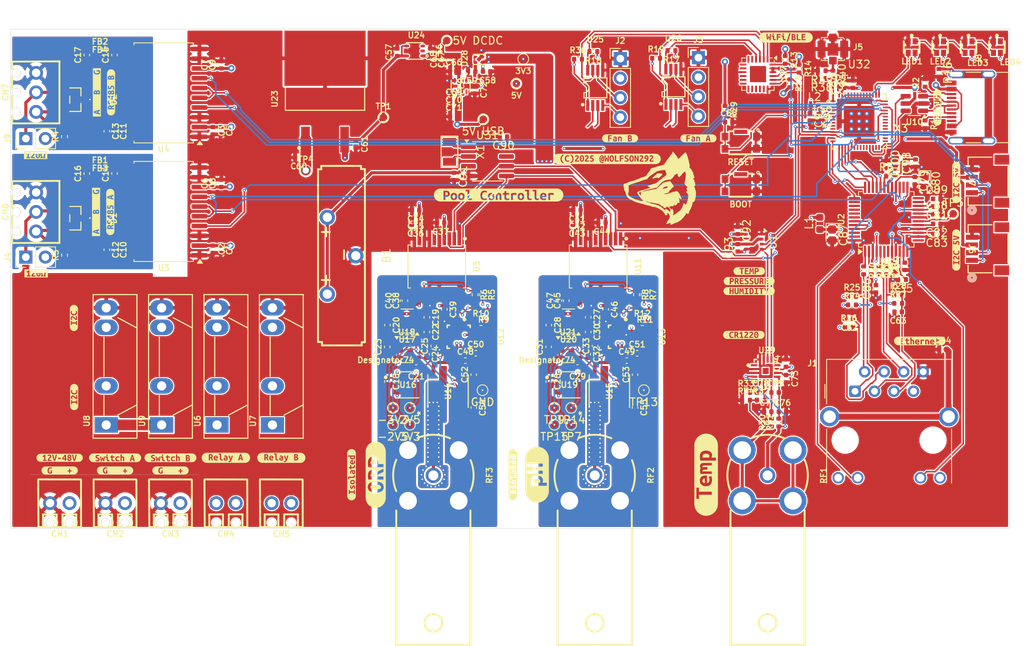
<source format=kicad_pcb>
(kicad_pcb (version 20241229) (generator "pcbnew") (generator_version "9.0")
  (layers (0 "F.Cu" signal) (4 "In1.Cu" signal) (6 "In2.Cu" signal) (2 "B.Cu" signal) (13 "F.Paste" user) (15 "B.Paste" user) (5 "F.SilkS" user "F.Silkscreen") (7 "B.SilkS" user "B.Silkscreen") (1 "F.Mask" user) (3 "B.Mask" user) (25 "Edge.Cuts" user))
  (net 0 "")
  (net 11 "/VBG")
  (net 16 "/SDA")
  (net 17 "/SCL")
  (net 20 "+24V")
  (net 21 "/RS485 A/ISO_VCC")
  (net 22 "/RS485 B/ISO_VCC")
  (net 23 "/LNA_IN")
  (net 24 "Net-(J5-In)")
  (net 25 "/RS_A_TX")
  (net 26 "/RS_A_FC")
  (net 27 "/RS_A_RX")
  (net 28 "/RS_B_FC")
  (net 29 "/RS_B_RX")
  (net 30 "/RS_B_TX")
  (net 31 "/SW_A")
  (net 32 "/SW_B")
  (net 33 "Net-(CN2-Pad1)")
  (net 34 "Net-(CN3-Pad1)")
  (net 35 "Net-(CN4-Pad2)")
  (net 36 "Net-(CN4-Pad1)")
  (net 37 "Net-(CN5-Pad2)")
  (net 38 "Net-(CN5-Pad1)")
  (net 39 "/RELAY_A")
  (net 40 "/RELAY_B")
  (net 41 "Net-(J8-CC2)")
  (net 42 "/VBUS")
  (net 43 "Net-(J8-CC1)")
  (net 44 "/USB_DN")
  (net 45 "/USB_DP")
  (net 46 "/USB_CONN_DN")
  (net 47 "/USB_CONN_DP")
  (net 48 "Net-(C16-Pad2)")
  (net 49 "Net-(C16-Pad1)")
  (net 50 "Net-(C17-Pad1)")
  (net 51 "Net-(C17-Pad2)")
  (net 52 "/RS485 A/A")
  (net 53 "/RS485 A/B")
  (net 54 "/RS485 B/B")
  (net 55 "/RS485 B/A")
  (net 56 "/RS485A ISO GND")
  (net 57 "/RS485B ISO GND")
  (net 58 "Net-(J4-Pin_2)")
  (net 59 "Net-(J9-Pin_2)")
  (net 60 "/pH/ISE_SEN")
  (net 61 "/ORP/ISE_SEN")
  (net 62 "/ORP/ISO_SCL")
  (net 63 "/ORP/ISO_SDA")
  (net 64 "/pH/ISO_SCL")
  (net 65 "/pH/ISO_SDA")
  (net 78 "/ORP/ISE_BUFF")
  (net 79 "/pH/ISE_BUFF")
  (net 80 "/ORP/GRD")
  (net 83 "/pH/GRD")
  (net 84 "/ORP/ISO_GND")
  (net 85 "/ORP/ISO_3V3")
  (net 86 "Net-(U17-C1-)")
  (net 87 "Net-(U17-C1+)")
  (net 88 "/ORP/ISO_2V5")
  (net 89 "/ORP/ISO_-3V3")
  (net 90 "Net-(U18-NR)")
  (net 91 "/ORP/ISO_-2V5")
  (net 92 "/pH/ISO_3V3")
  (net 93 "/pH/ISO_GND")
  (net 94 "Net-(U20-C1+)")
  (net 95 "Net-(U20-C1-)")
  (net 96 "/pH/ISO_2V5")
  (net 97 "/pH/ISO_-3V3")
  (net 98 "Net-(U21-NR)")
  (net 99 "/pH/ISO_-2V5")
  (net 100 "/ORP/VSEL")
  (net 101 "/pH/VSEL")
  (net 102 "+5V")
  (net 103 "+3V3")
  (net 104 "+12V")
  (net 105 "unconnected-(U25-DP-Pad2)")
  (net 106 "unconnected-(U25-DN-Pad3)")
  (net 107 "unconnected-(U26-DP-Pad2)")
  (net 108 "unconnected-(U26-DN-Pad3)")
  (net 109 "/Fan A/RPM{slash}TACH")
  (net 110 "/Fan A/PWM")
  (net 111 "/Fan B/RPM{slash}TACH")
  (net 112 "/Fan B/PWM")
  (net 113 "/SCL_0")
  (net 114 "/SDA_0")
  (net 115 "/SCL_1")
  (net 116 "/SDA_1")
  (net 130 "/MUX_RESET")
  (net 131 "Net-(J1-TCT)")
  (net 132 "Net-(J1-RCT)")
  (net 133 "Earth_Protective")
  (net 134 "/ACT_LED")
  (net 135 "Net-(J1-RD-)")
  (net 136 "/LNK_LED")
  (net 137 "Net-(J1-RD+)")
  (net 138 "Net-(U2-TXN)")
  (net 139 "Net-(U2-TXP)")
  (net 140 "Net-(U2-RXN)")
  (net 141 "Net-(U2-RXP)")
  (net 142 "Net-(J1-TD+)")
  (net 143 "Net-(J1-TD-)")
  (net 144 "/SCLK")
  (net 145 "/RST")
  (net 146 "/SCS")
  (net 147 "/MISO")
  (net 148 "/MOSI")
  (net 149 "/INT")
  (net 150 "/RGB_LED")
  (net 151 "Net-(LED1-DO)")
  (net 152 "Net-(LED2-DO)")
  (net 153 "Net-(LED3-DO)")
  (net 157 "/GPIO_0")
  (net 158 "/RESET")
  (net 161 "+5V_DCDC")
  (net 162 "/ST")
  (net 163 "/AIN0")
  (net 164 "/AIN1")
  (net 165 "Net-(U29-REFP)")
  (net 166 "Net-(U29-REFN)")
  (net 167 "/REF")
  (net 168 "/AIN3")
  (net 171 "Net-(U2-TOCAP)")
  (net 172 "Net-(U2-1V2O)")
  (net 175 "AGND")
  (net 176 "Net-(U2-EXRES1)")
  (net 177 "+3V3A")
  (net 209 "Net-(C96-Pad1)")
  (net 210 "Net-(U31-VBAT)")
  (net 211 "Net-(U31-OSCI)")
  (net 213 "Net-(U31-OSCO)")
  (net 214 "Net-(J8-SHIELD)")
  (net 215 "Net-(U2-XI{slash}CLKIN)")
  (net 216 "Net-(U2-XO)")
  (footprint "Capacitor_SMD:C_0402_1005Metric" (layer "F.Cu") (at 171.3685 83.5665 -90)
    (property "Reference" "C92")
    (property "Value" "100nF")
  )
  (footprint "TestPoint:TestPoint_Pad_D1.0mm" (layer "F.Cu") (at 138.246 69.104)
    (property "Reference" "TP17" (hide yes))
    (property "Value" "5V USB")
  )
  (footprint "kibuzzard-67990939" (layer "F.Cu") (at 124.246 115.354 90)
    (property "Reference" "kibuzzard-67990939" (hide yes))
    (property "Value" "G***" (hide yes))
  )
  (footprint "Snapeda:CONN_SM04B-SRSS-TB_JST" (layer "F.Cu") (at 203.946 77.154 -90)
    (property "Reference" "J7")
    (property "Value" "SM04B-SRSS-TB")
  )
  (footprint "Capacitor_SMD:C_0402_1005Metric" (layer "F.Cu") (at 158.266 99.554)
    (property "Reference" "C51")
    (property "Value" "100nF")
  )
  (footprint "TestPoint:TestPoint_Pad_D1.0mm" (layer "F.Cu") (at 149.696 106.654)
    (property "Reference" "TP14" (hide yes))
    (property "Value" "2V5")
  )
  (footprint "Package_TO_SOT_SMD:SOT-23-5" (layer "F.Cu") (at 128.2835 99.204)
    (property "Reference" "U18")
    (property "Value" "TPS72325DBV")
  )
  (footprint "Resistor_SMD:R_0402_1005Metric" (layer "F.Cu") (at 175.746 108.564 90)
    (property "Reference" "R30")
    (property "Value" "4.7k")
  )
  (footprint "kibuzzard-67A6283A" (layer "F.Cu") (at 172.846 91.454)
    (property "Reference" "kibuzzard-67A6283A" (hide yes))
    (property "Value" "G***" (hide yes))
  )
  (footprint "kibuzzard-6799077F" (layer "F.Cu") (at 84.9619 94.94825 90)
    (property "Reference" "kibuzzard-6799077F" (hide yes))
    (property "Value" "G***" (hide yes))
  )
  (footprint "Resistor_SMD:R_0402_1005Metric" (layer "F.Cu") (at 183.746 63.279183 -90)
    (property "Reference" "R40")
    (property "Value" "0")
  )
  (footprint "Inductor_SMD:L_0402_1005Metric" (layer "F.Cu") (at 88.361 60.154)
    (property "Reference" "FB2")
    (property "Value" "fb")
  )
  (footprint "EasyEDA:CONN-TH_2P-P2.54_1725656" (layer "F.Cu") (at 97.551 119.054 180)
    (property "Reference" "CN3")
    (property "Value" "Switched B")
  )
  (footprint "kibuzzard-679907BF" (layer "F.Cu") (at 83.106 113.154)
    (property "Reference" "kibuzzard-679907BF" (hide yes))
    (property "Value" "G***" (hide yes))
  )
  (footprint "EasyEDA:LED-SMD_4P-L1.6-W1.5_XL-1615RGBC-WS2812B" (layer "F.Cu") (at 193.996 59.704 -90)
    (property "Reference" "LED1")
    (property "Value" "1615RGBC-WS2812B")
  )
  (footprint "EasyEDA:CONN-TH_2P-P2.54_1725656" (layer "F.Cu") (at 83.126 119.054 180)
    (property "Reference" "CN1")
    (property "Value" "Supply")
  )
  (footprint "Capacitor_SMD:C_0402_1005Metric" (layer "F.Cu") (at 151.896 94.874 -90)
    (property "Reference" "C27")
    (property "Value" "2.2uF")
  )
  (footprint "Capacitor_SMD:C_0402_1005Metric" (layer "F.Cu") (at 134.4003 68.734)
    (property "Reference" "C71")
    (property "Value" "100uF")
  )
  (footprint "Capacitor_SMD:C_0402_1005Metric" (layer "F.Cu") (at 149.046 92.704 90)
    (property "Reference" "C45")
    (property "Value" "0.1uF")
  )
  (footprint "Package_LGA:Bosch_LGA-8_2.5x2.5mm_P0.65mm_ClockwisePinNumbering" (layer "F.Cu") (at 173.4435 85.0215 -90)
    (property "Reference" "U1")
    (property "Value" "BME280")
  )
  (footprint "Inductor_SMD:L_0402_1005Metric" (layer "F.Cu") (at 181.346 67.354)
    (property "Reference" "L2")
    (property "Value" "2.0nH")
  )
  (footprint "Capacitor_SMD:C_0402_1005Metric" (layer "F.Cu") (at 197.266 84.0265 180)
    (property "Reference" "C83")
    (property "Value" "0.1uF")
  )
  (footprint "Capacitor_SMD:C_0402_1005Metric" (layer "F.Cu") (at 127.046 60.374 -90)
    (property "Reference" "C57")
    (property "Value" "1uF")
  )
  (footprint "Capacitor_SMD:C_0402_1005Metric" (layer "F.Cu") (at 104.046 86.014 -90)
    (property "Reference" "C4")
    (property "Value" "100nF")
  )
  (footprint "EasyEDA:BNC-TH_DOSIN-801-0051" (layer "F.Cu") (at 152.747951 115.449837 -90)
    (property "Reference" "RF2")
    (property "Value" "ph Sensor")
  )
  (footprint "Package_TO_SOT_SMD:SOT-23-5" (layer "F.Cu") (at 149.2835 99.204)
    (property "Reference" "U21")
    (property "Value" "TPS72325DBV")
  )
  (footprint "Capacitor_SMD:C_0402_1005Metric" (layer "F.Cu") (at 127.096 92.704 90)
    (property "Reference" "C40")
    (property "Value" "10uF")
  )
  (footprint "Capacitor_SMD:C_0402_1005Metric" (layer "F.Cu") (at 151.896 96.784 -90)
    (property "Reference" "C30")
    (property "Value" "2.2uF")
  )
  (footprint "kibuzzard-6799099B" (layer "F.Cu") (at 142.096 115.354 90)
    (property "Reference" "kibuzzard-6799099B" (hide yes))
    (property "Value" "G***" (hide yes))
  )
  (footprint "Capacitor_SMD:C_0402_1005Metric" (layer "F.Cu") (at 104.146 77.434 90)
    (property "Reference" "C8")
    (property "Value" "10uF")
  )
  (footprint "Capacitor_SMD:C_0402_1005Metric" (layer "F.Cu") (at 129.4377 80.904 180)
    (property "Reference" "C34")
    (property "Value" "10nF")
  )
  (footprint "Capacitor_SMD:C_0402_1005Metric" (layer "F.Cu") (at 134.446 76.534 -90)
    (property "Reference" "C91")
    (property "Value" "100nF")
  )
  (footprint "Capacitor_SMD:C_0402_1005Metric" (layer "F.Cu") (at 130.846 99.674 -90)
    (property "Reference" "C24")
    (property "Value" "10nF")
  )
  (footprint "Capacitor_SMD:C_0402_1005Metric" (layer "F.Cu") (at 193.101 88.234 90)
    (property "Reference" "C84")
    (property "Value" "0.1uF")
  )
  (footprint "EasyEDA:XDFN-4_L1.0-W1.0-P0.65-BL-EP" (layer "F.Cu") (at 137.666 61.304 90)
    (property "Reference" "U28")
    (property "Value" "NCP167BMX330TBG" (hide yes))
  )
  (footprint "Capacitor_SMD:C_0402_1005Metric" (layer "F.Cu") (at 136.996 106.6191 -90)
    (property "Reference" "C54")
    (property "Value" "100nF")
  )
  (footprint "Capacitor_SMD:C_0402_1005Metric" (layer "F.Cu") (at 198.061 99.054)
    (property "Reference" "C64")
    (property "Value" "1nF 2KV")
  )
  (footprint "Capacitor_SMD:C_0402_1005Metric" (layer "F.Cu") (at 129.4377 81.854 180)
    (property "Reference" "C35")
    (property "Value" "10uF")
  )
  (footprint "Connector_Coaxial:U.FL_Molex_MCRF_73412-0110_Vertical" (layer "F.Cu") (at 183.746 59.954)
    (property "Reference" "J5")
    (property "Value" "WiFi/BLE")
  )
  (footprint "kibuzzard-67A4FAF6" (layer "F.Cu") (at 172.146 97.154)
    (property "Reference" "kibuzzard-67A4FAF6" (hide yes))
    (property "Value" "G***" (hide yes))
  )
  (footprint "Capacitor_SMD:C_0402_1005Metric" (layer "F.Cu") (at 133.946 61.334 90)
    (property "Reference" "C67")
    (property "Value" "1uF")
  )
  (footprint "kibuzzard-679A47BC" (layer "F.Cu") (at 80.046 89.154)
    (property "Reference" "kibuzzard-679A47BC" (hide yes))
    (property "Value" "G***" (hide yes))
  )
  (footprint "TestPoint:TestPoint_Pad_D1.0mm" (layer "F.Cu") (at 125.246 68.854)
    (property "Reference" "TP1")
    (property "Value" "12V")
  )
  (footprint "Package_SIP:SIP4_Sharp-SSR_P7.62mm_Straight" (layer "F.Cu") (at 103.5935 108.879 90)
    (property "Reference" "U6")
    (property "Value" "S102S01")
  )
  (footprint "Capacitor_SMD:C_0402_1005Metric" (layer "F.Cu") (at 104.146 62.004 90)
    (property "Reference" "C9")
    (property "Value" "10uF")
  )
  (footprint "EasyEDA:LED-SMD_4P-L1.6-W1.5_XL-1615RGBC-WS2812B" (layer "F.Cu") (at 201.396 59.704 -90)
    (property "Reference" "LED3")
    (property "Value" "1615RGBC-WS2812B")
  )
  (footprint "Package_SO:SOIC-20W_7.5x12.8mm_P1.27mm" (layer "F.Cu") (at 96.646 65.659 180)
    (property "Reference" "U4")
    (property "Value" "ADM2587E")
  )
  (footprint "Resistor_SMD:R_0402_1005Metric" (layer "F.Cu") (at 158.186 91.924 -90)
    (property "Reference" "R8")
    (property "Value" "10k")
  )
  (footprint "Resistor_SMD:R_0402_1005Metric" (layer "F.Cu") (at 83.746 86.784 90)
    (property "Reference" "R3")
    (property "Value" "120")
  )
  (footprint "kibuzzard-67A6282B" (layer "F.Cu") (at 172.846 90.154)
    (property "Reference" "kibuzzard-67A6282B" (hide yes))
    (property "Value" "G***" (hide yes))
  )
  (footprint "Resistor_SMD:R_0402_1005Metric" (layer "F.Cu") (at 137.186 91.924 -90)
    (property "Reference" "R6")
    (property "Value" "10k")
  )
  (footprint "Resistor_SMD:R_0402_1005Metric" (layer "F.Cu") (at 192.746 89.954 180)
    (property "Reference" "R35")
    (property "Value" "12.4k 1%")
  )
  (footprint "kibuzzard-67990FDB" (layer "F.Cu") (at 97.531 114.804)
    (property "Reference" "kibuzzard-67990FDB" (hide yes))
    (property "Value" "G***" (hide yes))
  )
  (footprint "Capacitor_SMD:C_0402_1005Metric" (layer "F.Cu") (at 103.046 86.014 -90)
    (property "Reference" "C2")
    (property "Value" "10nF")
  )
  (footprint "Capacitor_SMD:C_0402_1005Metric" (layer "F.Cu") (at 185.346 64.534 90)
    (property "Reference" "C99")
    (property "Value" "10nF")
  )
  (footprint "Capacitor_SMD:C_0402_1005Metric" (layer "F.Cu") (at 132.6877 82.554 180)
    (property "Reference" "C37")
    (property "Value" "0.1uF")
  )
  (footprint "Capacitor_SMD:C_0402_1005Metric" (layer "F.Cu") (at 138.676 62.874 180)
    (property "Reference" "C58")
    (property "Value" "1uF")
  )
  (footprint "Inductor_SMD:L_0402_1005Metric" (layer "F.Cu") (at 88.361 76.644)
    (property "Reference" "FB3")
    (property "Value" "fb")
  )
  (footprint "Package_TO_SOT_SMD:SOT-23-6" (layer "F.Cu") (at 128.3335 95.354 180)
    (property "Reference" "U17")
    (property "Value" "LM2776")
  )
  (footprint "EasyEDA:CONN-TH_2P-P2.54_1725656" (layer "F.Cu") (at 90.3385 119.054 180)
    (property "Reference" "CN2")
    (property "Value" "Switched A")
  )
  (footprint "Capacitor_SMD:C_0402_1005Metric" (layer "F.Cu") (at 189.346 91.154 90)
    (property "Reference" "C86")
    (property "Value" "0.1uF")
  )
  (footprint "Capacitor_SMD:C_0402_1005Metric" (layer "F.Cu") (at 194.5 74.8 90)
    (property "Reference" "C98")
    (property "Value" "18pF")
  )
  (footprint "Capacitor_SMD:C_0402_1005Metric" (layer "F.Cu") (at 150.4377 81.854 180)
    (property "Reference" "C42")
    (property "Value" "10uF")
  )
  (footprint "EasyEDA:WQFN-16_L3.0-W3.0-P0.50-TL-EP0.8" (layer "F.Cu") (at 156.037951 97.404 -90)
    (property "Reference" "U13")
    (property "Value" "ADS122C04IRTER")
  )
  (footprint "Resistor_SMD:R_0402_1005Metric" (layer "F.Cu") (at 197.546 63.054 -90)
    (property "Reference" "R16")
    (property "Value" "1M")
  )
  (footprint "Capacitor_SMD:C_0402_1005Metric" (layer "F.Cu") (at 150.4377 80.904 180)
    (property "Reference" "C41")
    (property "Value" "10nF")
  )
  (footprint "EasyEDA:WSON-6_L2.0-W2.0-P0.65-TL-EP" (layer "F.Cu") (at 129.316 60.204 180)
    (property "Reference" "U24")
    (property "Value" "TPS7A2650DRVR" (hide yes))
  )
  (footprint "Capacitor_SMD:C_0402_1005Metric" (layer "F.Cu") (at 90.246 76.164 90)
    (property "Reference" "C14")
    (property "Value" "100nF")
  )
  (footprint "EasyEDA:MSOP-8_L3.0-W3.0-P0.65-LS4.9-BL" (layer "F.Cu") (at 162.9885 64.872279)
    (property "Reference" "U26")
    (property "Value" "EMC2101-R-ACZL-TR")
  )
  (footprint "Capacitor_SMD:C_0402_1005Metric" (layer "F.Cu") (at 103.146 77.434 90)
    (property "Reference" "C6")
    (property "Value" "100nF")
  )
  (footprint "Snapeda:SOIC8_D_TEX" (layer "F.Cu") (at 154.652951 104.47655 90)
    (property "Reference" "U15")
    (property "Value" "OPA928")
  )
  (footprint "TestPoint:TestPoint_Pad_D1.0mm" (layer "F.Cu") (at 199.4 81.4)
    (property "Reference" "TP5")
    (property "Value" "VBG 1.25V")
  )
  (footprint "Capacitor_SMD:C_0402_1005Metric" (layer "F.Cu") (at 197.266 81.454)
    (property "Reference" "C88")
    (property "Value" "4.7uF")
  )
  (footprint "Resistor_SMD:R_0402_1005Metric" (layer "F.Cu") (at 192.241 91.954)
    (property "Reference" "R28")
    (property "Value" "49R9")
  )
  (footprint "Capacitor_SMD:C_0402_1005Metric" (layer "F.Cu") (at 125.771 95.884 -90)
    (property "Reference" "C20")
    (property "Value" "1uF")
  )
  (footprint "Capacitor_SMD:C_0402_1005Metric" (layer "F.Cu") (at 86.646 76.164 90)
    (property "Reference" "C16")
    (property "Value" "10uF")
  )
  (footprint "Capacitor_SMD:C_0402_1005Metric" (layer "F.Cu") (at 137.266 99.554)
    (property "Reference" "C50")
    (property "Value" "100nF")
  )
  (footprint "Capacitor_SMD:C_0402_1005Metric" (layer "F.Cu") (at 186.346 64.534 90)
    (property "Reference" "C94")
    (property "Value" "1uF")
  )
  (footprint "Capacitor_SMD:C_0402_1005Metric" (layer "F.Cu") (at 150.4377 82.804 180)
    (property "Reference" "C43")
    (property "Value" "0.1uF")
  )
  (footprint "Resistor_SMD:R_0402_1005Metric" (layer "F.Cu") (at 190.741 88.754 -90)
    (property "Reference" "R23")
    (property "Value" "33")
  )
  (footprint "Capacitor_SMD:C_0402_1005Metric" (layer "F.Cu") (at 86.646 60.734 90)
    (property "Reference" "C17")
    (property "Value" "10uF")
  )
  (footprint "Resistor_SMD:R_0402_1005Metric" (layer "F.Cu") (at 185.831 96.154)
    (property "Reference" "R26")
    (property "Value" "10R")
  )
  (footprint "kibuzzard-67991402" (layer "F.Cu") (at 156.046 71.574)
    (property "Reference" "kibuzzard-67991402" (hide yes))
    (property "Value" "G***" (hide yes))
  )
  (footprint "Capacitor_SMD:C_0402_1005Metric" (layer "F.Cu") (at 130.896 94.874 -90)
    (property "Reference" "C19")
    (property "Value" "2.2uF")
  )
  (footprint "Capacitor_SMD:C_0402_1005Metric" (layer "F.Cu") (at 197.266 80.454 180)
    (property "Reference" "C81")
    (property "Value" "0.1uF")
  )
  (footprint "EasyEDA:QFN-56_L7.0-W7.0-P0.40-TL-EP4.0" (layer "F.Cu") (at 187.156 69.354)
    (property "Reference" "U32")
    (property "Value" "ESP32-S3-PICO-1-N8R8_C7545129")
  )
  (footprint "Capacitor_SMD:C_0402_1005Metric" (layer "F.Cu") (at 132.946 61.334 90)
    (property "Reference" "C68")
    (property "Value" "100uF")
  )
  (footprint "Capacitor_Tantalum_SMD:CP_EIA-1608-08_AVX-J" (layer "F.Cu") (at 183.646 84.154 -90)
    (property "Reference" "C87")
    (property "Value" "10uF")
  )
  (footprint "Resistor_SMD:R_0402_1005Metric" (layer "F.Cu") (at 152.569333 60.276262 180)
    (property "Reference" "R18")
    (property "Value" "4.7k")
  )
  (footprint "kibuzzard-67990EC5" (layer "F.Cu") (at 89.796 65.594 90)
    (property "Reference" "kibuzzard-67990EC5" (hide yes))
    (property "Value" "G***" (hide yes))
  )
  (footprint "Capacitor_SMD:C_0402_1005Metric" (layer "F.Cu") (at 136.736 62.874)
    (property "Reference" "C59")
    (property "Value" "1uF")
  )
  (footprint "Capacitor_SMD:C_0402_1005Metric" (layer "F.Cu") (at 153.6877 82.554 180)
    (property "Reference" "C44")
    (property "Value" "0.1uF")
  )
  (footprint "TestPoint:TestPoint_Pad_D1.0mm" (layer "F.Cu") (at 133.496 58.854)
    (property "Reference" "TP16" (hide yes))
    (property "Value" "5V DCDC")
  )
  (footprint "kibuzzard-67991438" (layer "F.Cu") (at 195.066 97.944)
    (property "Reference" "kibuzzard-67991438" (hide yes))
    (property "Value" "G***" (hide yes))
  )
  (footprint "Inductor_SMD:L_0402_1005Metric" (layer "F.Cu") (at 88.361 61.214)
    (property "Reference" "FB4")
    (property "Value" "fb")
  )
  (footprint "Capacitor_SMD:C_0402_1005Metric" (layer "F.Cu") (at 197.266 79.454)
    (property "Reference" "C89")
    (property "Value" "10nF")
  )
  (footprint "Snapeda:DBV0005A-IPC_A" (layer "F.Cu") (at 149.446483 103.654001)
    (property "Reference" "U19")
    (property "Value" "TPS7A2025PDBVR")
  )
  (footprint "Package_SIP:SIP4_Sharp-SSR_P7.62mm_Straight" (layer "F.Cu") (at 96.381 108.879 90)
    (property "Reference" "U9")
    (property "Value" "S102S01")
  )
  (footprint "Capacitor_SMD:C_0402_1005Metric" (layer "F.Cu") (at 154.1677 93.834 -90)
    (property "Reference" "C46")
    (property "Value" "0.1uF")
  )
  (footprint "Inductor_SMD:L_0603_1608Metric" (layer "F.Cu") (at 182.046 82.654 -90)
    (property "Reference" "L1")
    (property "Value" "HH-1M1608-121JT" (hide yes))
  )
  (footprint "kibuzzard-67A62A6B" (layer "F.Cu") (at 140.246 78.954)
    (property "Reference" "kibuzzard-67A62A6B" (hide yes))
    (property "Value" "G***" (hide yes))
  )
  (footprint "EasyEDA:LED-SMD_4P-L1.6-W1.5_XL-1615RGBC-WS2812B" (layer "F.Cu") (at 197.696 59.704 -90)
    (property "Reference" "LED2")
    (property "Value" "1615RGBC-WS2812B")
  )
  (footprint "kibuzzard-67990EE4" (layer "F.Cu") (at 87.846 81.154 90)
    (property "Reference" "kibuzzard-67990EE4" (hide yes))
    (property "Value" "G***" (hide yes))
  )
  (footprint "Resistor_SMD:R_0402_1005Metric" (layer "F.Cu") (at 192.241 93.054)
    (property "Reference" "R27")
    (property "Value" "49R9")
  )
  (footprint "Capacitor_SMD:C_0402_1005Metric" (layer "F.Cu") (at 180.746 68.774 -90)
    (property "Reference" "C95")
    (property "Value" "2.2uf")
  )
  (footprint "kibuzzard-6799136C" (layer "F.Cu") (at 197.346 67.564 90)
    (property "Reference" "kibuzzard-6799136C" (hide yes))
    (property "Value" "G***" (hide yes))
  )
  (footprint "kibuzzard-679A47BC" (layer "F.Cu") (at 79.981 73.754)
    (property "Reference" "kibuzzard-679A47BC" (hide yes))
    (property "Value" "G***" (hide yes))
  )
  (footprint "Inductor_SMD:L_0402_1005Metric" (layer "F.Cu") (at 88.361 75.584)
    (property "Reference" "FB1")
    (property "Value" "fb")
  )
  (footprint "kibuzzard-6799102D" (layer "F.Cu") (at 111.956 113.154)
    (property "Reference" "kibuzzard-6799102D" (hide yes))
    (property "Value" "G***" (hide yes))
  )
  (footprint "Capacitor_SMD:C_0402_1005Metric" (layer "F.Cu") (at 134.4003 66.734)
    (property "Reference" "C69")
    (property "Value" "0.1uF")
  )
  (footprint "Capacitor_SMD:C_0402_1005Metric" (layer "F.Cu") (at 137.145874 65.254 -90)
    (property "Reference" "C72")
    (property "Value" "100uF")
  )
  (footprint "Capacitor_SMD:C_0402_1005Metric" (layer "F.Cu") (at 152.796 98.604 90)
    (property "Reference" "C33")
    (property "Value" "2.2uF")
  )
  (footprint "Resistor_SMD:R_0402_1005Metric" (layer "F.Cu") (at 177.546 61.364 -90)
    (property "Reference" "R13")
    (property "Value" "10k")
  )
  (footprint "Capacitor_SMD:C_0402_1005Metric" (layer "F.Cu") (at 151.846 99.674 -90)
    (property "Reference" "C32")
    (property "Value" "10nF")
  )
  (footprint "EasyEDA:CONN-TH_3P-P2.54_1725669" (layer "F.Cu") (at 80.046 81.154 90)
    (property "Reference" "CN6")
    (property "Value" "RS485 A")
  )
  (footprint "EasyEDA:BAT-TH_CR2032-BS-5-1" (layer "F.Cu") (at 119.796 86.854 -90)
    (property "Reference" "B1")
    (property "Value" "CR2032-BS-5-1")
  )
  (footprint "Package_TO_SOT_SMD:SOT-23-6" (layer "F.Cu") (at 194.3585 67.044 180)
    (property "Reference" "U10")
    (property "Value" "USBLC6-2SC6")
  )
  (footprint "kibuzzard-67990FDB" (layer "F.Cu") (at 90.3185 114.804)
    (property "Reference" "kibuzzard-67990FDB" (hide yes))
    (property "Value" "G***" (hide yes))
  )
  (footprint "Capacitor_SMD:C_0402_1005Metric" (layer "F.Cu") (at 140.866 71.354 180)
    (property "Reference" "C90")
    (property "Value" "100nF")
  )
  (footprint "kibuzzard-6799099B" (layer "F.Cu") (at 121.096 115.354 90)
    (property "Reference" "kibuzzard-6799099B" (hide yes))
    (property "Value" "G***" (hide yes))
  )
  (footprint "kibuzzard-67AA2F78" (layer "F.Cu") (at 199.8 86.10975 90)
    (property "Reference" "kibuzzard-67AA2F78" (hide yes))
    (property "Value" "G***" (hide yes))
  )
  (footprint "Capacitor_SMD:C_0402_1005Metric" (layer "F.Cu") (at 157.996 102.334 90)
    (property "Reference" "C53")
    (property "Value" "100nF")
  )
  (footprint "Snapeda:SOIC8_D_TEX" (layer "F.Cu") (at 133.652951 104.47655 90)
    (property "Reference" "U14")
    (property "Value" "OPA928")
  )
  (footprint "Resistor_SMD:R_0402_1005Metric" (layer "F.Cu") (at 186.231 92.154)
    (property "Reference" "R25")
    (property "Value" "49R9")
  )
  (footprint "kibuzzard-6799095B" (layer "F.Cu") (at 167.246 115.354 90)
    (property "Reference" "kibuzzard-6799095B" (hide yes))
    (property "Value" "G***" (hide yes))
  )
  (footprint "kibuzzard-67990FDB" (layer "F.Cu") (at 83.106 114.804)
    (property "Reference" "kibuzzard-67990FDB" (hide yes))
    (property "Value" "G***" (hide yes))
  )
  (footprint "Package_SO:SOIC-8_3.9x4.9mm_P1.27mm" (layer "F.Cu") (at 138.786 74.574)
    (property "Reference" "U31")
    (property "Value" "PCF85263AT")
  )
  (footprint "Package_TO_SOT_SMD:SOT-23-6" (layer "F.Cu") (at 149.3335 95.354 180)
    (property "Reference" "U20")
    (property "Value" "LM2776")
  )
  (footprint "Resistor_SMD:R_0402_1005Metric" (layer "F.Cu") (at 176.706 108.564 90)
    (property "Reference" "R31")
    (property "Value" "4.7k")
  )
  (footprint "TestPoint:TestPoint_Pad_D1.0mm" (layer "F.Cu") (at 128.696 108.854)
    (property "Reference" "TP6" (hide yes))
    (property "Value" "3V3")
  )
  (footprint "Capacitor_SMD:C_0402_1005Metric" (layer "F.Cu") (at 175.266 107.154)
    (property "Reference" "C77")
    (property "Value" "0.33uF")
  )
  (footprint "EasyEDA:WQFN-16_L3.0-W3.0-P0.50-TL-EP0.8" (layer "F.Cu") (at 135.037951 97.404 -90)
    (property "Reference" "U12")
    (property "Value" "ADS122C04IRTER")
  )
  (footprint "Capacitor_SMD:C_0402_1005Metric" (layer "F.Cu") (at 130.896 96.784 -90)
    (property "Reference" "C22")
    (property "Value" "2.2uF")
  )
  (footprint "Package_DFN_QFN:Texas_RGE0024C_VQFN-24-1EP_4x4mm_P0.5mm_EP2.1x2.1mm" (layer "F.Cu") (at 173.996 63.2165 -90)
    (property "Reference" "U27")
    (property "Value" "TCA9548AMRGER")
  )
  (footprint "Resistor_SMD:R_0402_1005Metric" (layer "F.Cu") (at 189.741 88.754 -90)
    (property "Reference" "R22")
    (property "Value" "33")
  )
  (footprint "kibuzzard-67991024" (layer "F.Cu") (at 104.7435 113.154)
    (property "Reference" "kibuzzard-67991024" (hide yes))
    (property "Value" "G***" (hide yes))
  )
  (footprint "EasyEDA:CONN-TH_3P-P2.54_1725669" (layer "F.Cu") (at 80.046 65.594 90)
    (property "Reference" "CN7")
    (property "Value" "RS485 B")
  )
  (footprint "Resistor_SMD:R_0402_1005Metric" (layer "F.Cu") (at 159.296 94.004 180)
    (property "Reference" "R11")
    (property "Value" "4.7k")
  )
  (footprint "Capacitor_SMD:C_0402_1005Metric" (layer "F.Cu") (at 135.916 100.504)
    (property "Reference" "C48")
    (property "Value" "100nF")
  )
  (footprint "Resistor_SMD:R_0402_1005Metric" (layer "F.Cu") (at 182.29 62.769183 180)
    (property "Reference" "R39")
    (property "Value" "DNP")
  )
  (footprint "EasyEDA:CONN-TH_2P-P2.54_1725656" (layer "F.Cu") (at 104.7635 119.054 180)
    (property "Reference" "CN4")
    (property "Value" "Relay A")
  )
  (footprint "Capacitor_SMD:C_0402_1005Metric" (layer "F.Cu") (at 133.1677 93.834 -90)
    (property "Reference" "C39")
    (property "Value" "0.1uF")
  )
  (footprint "TestPoint:TestPoint_Pad_D1.0mm" (layer "F.Cu") (at 115.146 75.754)
    (property "Reference" "TP4")
    (property "Value" "24V")
  )
  (footprint "TestPoint:TestPoint_Pad_D1.0mm" (layer "F.Cu") (at 138.146 104.354)
    (property "Reference" "TP12" (hide yes))
    (property "Value" "GND")
  )
  (footprint "Resistor_SMD:R_0402_1005Metric" (layer "F.Cu") (at 186.231 93.254)
    (property "Reference" "R24")
    (property "Value" "49R9")
  )
  (footprint "Resistor_SMD:R_0402_1005Metric" (layer "F.Cu") (at 169.701 67.864 -90)
    (property "Reference" "R29")
    (property "Value" "10k")
  )
  (footprint "kibuzzard-67A62993" (layer "F.Cu") (at 154.346 74.254)
    (property "Reference" "kibuzzard-67A62993" (hide yes))
    (property "Value" "G***" (hide yes))
  )
  (footprint "Capacitor_SMD:C_0402_1005Metric" (layer "F.Cu") (at 103.046 70.584 -90)
    (property "Reference" "C3")
    (property "Value" "10nF")
  )
  (footprint "Capacitor_SMD:C_0402_1005Metric" (layer "F.Cu") (at 89.246 70.654 -90)
    (property "Reference" "C13")
    (property "Value" "100nF")
  )
  (footprint "Capacitor_SMD:C_0402_1005Metric" (layer "F.Cu") (at 170.181 69.454)
    (property "Reference" "C65")
    (property "Value" "1uF")
  )
  (footprint "EasyEDA:OSC-SMD_L3.2-W1.5" (layer "F.Cu") (at 133.846 73.334 -90)
    (property "Reference" "X1")
    (property "Value" "ABS07-32.768KHZ-7-T")
  )
  (footprint "Resistor_SMD:R_0402_1005Metric" (layer "F.Cu") (at 159.176 91.924 -90)
    (property "Reference" "R7")
    (property "Value" "16.9k")
  )
  (footprint "TestPoint:TestPoint_Pad_D1.0mm" (layer "F.Cu") (at 149.696 108.854)
    (property "Reference" "TP7" (hide yes))
    (property "Value" "3V3")
  )
  (footprint "Resistor_SMD:R_0402_1005Metric" (layer "F.Cu") (at 182.29 63.789183 180)
    (property "Reference" "R38")
    (property "Value" "DNP")
  )
  (footprint "Capacitor_SMD:C_0402_1005Metric" (layer "F.Cu") (at 191.746 88.434 90)
    (property "Reference" "C85")
    (property "Value" "0.1uF")
  )
  (footprint "EasyEDA:WQFN-16_L3.0-W3.0-P0.50-TL-EP0.8" (layer "F.Cu") (at 174.996 101.854)
    (property "Reference" "U29")
    (property "Value" "ADS122C04IRTER")
  )
  (footprint "Capacitor_SMD:C_0402_1005Metric" (layer "F.Cu") (at 185.861 95.054 180)
    (property "Reference" "C62")
    (property "Value" "22nF")
  )
  (footprint "Capacitor_SMD:C_0402_1005Metric" (layer "F.Cu") (at 177.186 107.154)
    (property "Reference" "C76")
    (property "Value" "0.33uF")
  )
  (footprint "Resistor_SMD:R_0402_1005Metric" (layer "F.Cu") (at 178.146 64.414 -90)
    (property "Reference" "R15")
    (property "Value" "4.7k")
  )
  (footprint "Resistor_SMD:R_0402_1005Metric" (layer "F.Cu") (at 188.741 88.754 -90)
    (property "Reference" "R21")
    (property "Value" "33")
  )
  (footprint "Capacitor_SMD:C_0402_1005Metric" (layer "F.Cu") (at 129.4377 82.804 180)
    (property "Reference" "C36")
    (property "Value" "0.1uF")
  )
  (footprint "EasyEDA:SOT-23-3_L2.9-W1.3-P1.90-LS2.4-BL-2" (layer "F.Cu") (at 85.146 66.544 -90)
    (property "Reference" "D2")
    (property "Value" "PSM712_C2827638")
  )
  (footprint "Capacitor_SMD:C_0402_1005Metric" (layer "F.Cu") (at 125.746 98.724 90)
    (property "Reference" "C23")
    (property "Value" "2.2uF")
  )
  (footprint "Capacitor_SMD:C_0402_1005Metric" (layer "F.Cu") (at 148.096 92.704 90)
    (property "Reference" "C47")
    (property "Value" "10uF")
  )
  (footprint "Capacitor_SMD:C_0402_1005Metric" (layer "F.Cu") (at 194.4 77.08 -90)
    (property "Reference" "C79")
    (property "Value" "0.1uF")
  )
  (footprint "Resistor_SMD:R_0402_1005Metric" (layer "F.Cu") (at 83.746 71.354 90)
    (property "Reference" "R4")
    (property "Value" "120")
  )
  (footprint "Capacitor_SMD:C_0402_1005Metric" (layer "F.Cu") (at 125.746966 103.234002 -90)
    (property "Reference" "C18")
    (property "Value" "1uF")
  )
  (footprint "kibuzzard-679913F9" (layer "F.Cu") (at 166.246 71.578523)
    (property "Reference" "kibuzzard-679913F9" (hide yes))
    (property "Value" "G***" (hide yes))
  )
  (footprint "Capacitor_Tantalum_SMD:CP_EIA-1608-08_AVX-J" (layer "F.Cu") (at 195.7 77.3125 -90)
    (property "Reference" "C80")
    (property "Value" "10uF")
  )
  (footprint "Capacitor_SMD:C_0402_1005Metric" (layer "F.Cu") (at 90.246 86.084 -90)
    (property "Reference" "C10")
    (property "Value" "10nF")
  )
  (footprint "Capacitor_SMD:C_0402_1005Metric" (layer "F.Cu") (at 146.746966 103.234002 -90)
    (property "Reference" "C26")
    (property "Value" "1uF")
  )
  (footprint "Resistor_SMD:R_0402_1005Metric" (layer "F.Cu") (at 138.296 94.004 180)
    (property "Reference" "R9")
    (property "Value" "4.7k")
  )
  (footprint "Capacitor_SMD:C_0402_1005Metric" (layer "F.Cu") (at 136.996 102.334 90)
    (property "Reference" "C52")
    (property "Value" "100nF")
  )
  (footprint "Snapeda:ADM3260_SOP65P780X200-20N" (layer "F.Cu") (at 132.1927 88.254 -90)
    (property "Reference" "U5")
    (property "Value" "ADM3260")
  )
  (footprint "EasyEDA:CRYSTAL-SMD_4P-L2.0-W1.6-BL" (layer "F.Cu") (at 192.6 74.85)
    (property "Reference" "X3")
    (property "Value" "7D025000Q01")
  )
  (footprint "Connector_RJ:RJ45_Hanrun_HR911105A_Horizontal" (layer "F.Cu") (at 186.621 104.494)
    (property "Reference" "J1")
    (property "Value" "RJ45_Hanrun_HR911105A_Horizontal")
  )
  (footprint "Package_SIP:SIP4_Sharp-SSR_P7.62mm_Straight" (layer "F.Cu") (at 110.806 108.879 90)
    (property "Reference" "U7")
    (property "Value" "S102S01")
  )
  (footprint "Resistor_SMD:R_0402_1005Metric" (layer "F.Cu") (at 174.366 105.654)
    (property "Reference" "R32")
    (property "Value" "4.7k")
  )
  (footprint "Capacitor_SMD:C_0402_1005Metric" (layer "F.Cu") (at 134.4003 67.734)
    (property "Reference" "C70")
    (property "Value" "1uF")
  )
  (footprint "Capacitor_SMD:C_0402_1005Metric" (layer "F.Cu") (at 192.241 94.154 180)
    (property "Reference" "C63")
    (property "Value" "22nF")
  )
  (footprint "Resistor_SMD:R_0402_1005Metric" (layer "F.Cu") (at 195.746 64.354 90)
    (property "Reference" "R2")
    (property "Value" "5.1k")
  )
  (footprint "Resistor_SMD:R_0402_1005Metric" (layer "F.Cu") (at 172.436 104.654)
    (property "Reference" "R33")
    (property "Value" "4.7k")
  )
  (footprint "EasyEDA:MSOP-8_L3.0-W3.0-P0.65-LS4.9-BL" (layer "F.Cu") (at 152.821833 64.994541)
    (property "Reference" "U25")
    (property "Value" "EMC2101-R-ACZL-TR")
  )
  (footprint "kibuzzard-67AA2F78" (layer "F.Cu") (at 199.8 77.30975 90)
    (property "Reference" "kibuzzard-67AA2F78" (hide yes))
    (property "Value" "G***" (hide yes))
  )
  (footprint "Capacitor_SMD:C_0402_1005Metric" (layer "F.Cu") (at 197.266 82.7065 180)
    (property "Reference" "C82")
    (property "Value" "0.1uF")
  )
  (footprint "Capacitor_SMD:C_0402_1005Metric" (layer "F.Cu") (at 177.646 102.854 -90)
    (property "Reference" "C73")
    (property "Value" "100nF")
  )
  (footprint "Connector_PinHeader_2.54mm:PinHeader_1x04_P2.54mm_Vertical" (layer "F.Cu") (at 166.246 61.078523)
    (property "Reference" "J3")
    (property "Value" "4Pin Fan")
  )
  (footprint "Resistor_SMD:R_0402_1005Metric" (layer "F.Cu") (at 138.176 91.924 -90)
    (property "Reference" "R5")
    (property "Value" "16.9k")
  )
  (footprint "kibuzzard-67990EE4" (layer "F.Cu") (at 87.946 65.594 90)
    (property "Reference" "kibuzzard-67990EE4" (hide yes))
    (property "Value" "G***" (hide yes))
  )
  (footprint "Capacitor_SMD:C_0402_1005Metric" (layer "F.Cu") (at 146.771 95.884 -90)
    (property "Reference" "C28")
    (property "Value" "1uF")
  )
  (footprint "EasyEDA:SW-SMD_5P-L4.2-W2.8-P1.60-LS4.6-TR" (layer "F.Cu") (at 171.751 77.364)
    (property "Reference" "SW2" (hide yes))
    (property "Value" "BOOT")
  )
  (footprint "TestPoint:TestPoint_Pad_D1.0mm" (layer "F.Cu") (at 126.496 106.654)
    (property "Reference" "TP8" (hide yes))
    (property "Value" "-3V3")
  )
  (footprint "TestPoint:TestPoint_Pad_D1.0mm" (layer "F.Cu") (at 143.446 61.254)
    (property "Reference" "TP2" (hide yes))
    (property "Value" "3V3")
  )
  (footprint "Capacitor_SMD:C_0402_1005Metric" (layer "F.Cu") (at 89.246 86.084 -90)
    (property "Reference" "C12")
    (property "Value" "100nF")
  )
  (footprint "Connector_USB:USB_C_Receptacle_G-Switch_GT-USB-7010ASV" (layer "F.Cu") (at 202.921 67.564 90)
    (property "Reference" "J8")
    (property "Value" "USB_C_Receptacle_USB2.0_16P")
  )
  (footprint "Resistor_SMD:R_0402_1005Metric" (layer "F.Cu") (at 172.436 105.654)
    (property "Reference" "R34")
    (property "Value" "4.7k")
  )
  (footprint "Connector_PinHeader_2.54mm:PinHeader_1x02_P2.54mm_Vertical" (layer "F.Cu") (at 78.706 71.604 90)
    (property "Reference" "J9")
    (property "Value" "120ohm Term")
  )
  (footprint "Capacitor_SMD:C_0402_1005Metric" (layer "F.Cu") (at 90.246 70.654 -90)
    (property "Reference" "C11")
    (property "Value" "10nF")
  )
  (footprint "EasyEDA:CONN-TH_2P-P2.54_1725656" (layer "F.Cu") (at 111.976 119.054 180)
    (property "Reference" "CN5")
    (property "Value" "Relay B")
  )
  (footprint "Capacitor_SMD:C_0402_1005Metric" (layer "F.Cu") (at 171.3685 85.8265 90)
    (property "Reference" "C93")
    (property "Value" "100nF")
  )
  (footprint "kibuzzard-67A62823" (layer "F.Cu") (at 172.846 88.854)
    (property "Reference" "kibuzzard-67A62823" (hide yes))
    (property "Value" "G***" (hide yes))
  )
  (footprint "Package_SO:SOIC-20W_7.5x12.8mm_P1.27mm" (layer "F.Cu") (at 96.646 81.089 180)
    (property "Reference" "U3")
    (property "Value" "ADM2587E")
  )
  (footprint "Capacitor_SMD:C_0402_1005Metric" (layer "F.Cu") (at 181.946 68.774 -90)
    (property "Reference" "C96")
    (property "Value" "3pF")
  )
  (footprint "Resistor_SMD:R_0402_1005Metric" (layer "F.Cu") (at 158.936 95.554)
    (property "Reference" "R12")
    (property "Value" "4.7k")
  )
  (footprint "kibuzzard-67990953" (layer "F.Cu") (at 145.246 115.354 90)
    (property "Reference" "kibuzzard-67990953" (hide yes))
    (property "Value" "G***" (hide yes))
  )
  (footprint "kibuzzard-6799077F" (layer "F.Cu") (at 84.996 105.24825 90)
    (property "Reference" "kibuzzard-6799077F" (hide yes))
    (property "Value" "G***" (hide yes))
  )
  (footprint "EasyEDA:LED-SMD_4P-L1.6-W1.5_XL-1615RGBC-WS2812B" (layer "F.Cu") (at 205.096 59.704 -90)
    (property "Reference" "LED4")
    (property "Value" "1615RGBC-WS2812B")
  )
  (footprint "Resistor_SMD:R_0402_1005Metric" (layer "F.Cu") (at 150.569333 61.276262)
    (property "Reference" "R36")
    (property "Value" "4.7k")
  )
  (footprint "Capacitor_SMD:C_0402_1005Metric" (layer "F.Cu") (at 190.7 74.98 -90)
    (property "Reference" "C100")
    (property "Value" "18pF")
  )
  (footprint "Resistor_SMD:R_0402_1005Metric" (layer "F.Cu") (at 187.741 88.754 -90)
    (property "Reference" "R20")
    (property "Value" "33")
  )
  (footprint "Capacitor_SMD:C_0402_1005Metric" (layer "F.Cu") (at 157.996 106.6191 -90)
    (property "Reference" "C55")
    (property "Value" "100nF")
  )
  (footprint "Capacitor_SMD:C_0402_1005Metric" (layer "F.Cu") (at 128.046 92.704 90)
    (property "Reference" "C38")
    (property "Value" "0.1uF")
  )
  (footprint "Capacitor_SMD:C_0402_1005Metric" (layer "F.Cu") (at 131.796 98.604 90)
    (property "Reference" "C25")
    (property "Value" "2.2uF")
  )
  (footprint "EasyEDA:SOT-23-3_L2.9-W1.3-P1.90-LS2.4-BL-2" (layer "F.Cu") (at 85.146 81.974 -90)
    (property "Reference" "D1")
    (property "Value" "PSM712_C2827638")
  )
  (footprint "Snapeda:CONN_SM04B-SRSS-TB_JST" (layer "F.Cu") (at 203.9445 85.954 -90)
    (property "Reference" "J6")
    (property "Value" "SM04B-SRSS-TB")
  )
  (footprint "kibuzzard-67991399" (layer "F.Cu") (at 177.646 58.454)
    (property "Reference" "kibuzzard-67991399" (hide yes))
    (property "Value" "G***" (hide yes))
  )
  (footprint "Snapeda:DBV0005A-IPC_A" (layer "F.Cu") (at 128.446483 103.654001)
    (property "Reference" "U16")
    (property "Value" "TPS7A2025PDBVR")
  )
  (footprint "TestPoint:TestPoint_Pad_D1.0mm" (layer "F.Cu") (at 142.546 64.454)
    (property "Reference" "TP3" (hide yes))
    (property "Value" "5V")
  )
  (footprint "TestPoint:TestPoint_Pad_D1.0mm" (layer "F.Cu") (at 128.696 106.654)
    (property "Reference" "TP10" (hide yes))
    (property "Value" "2V5")
  )
  (footprint "Capacitor_SMD:C_0402_1005Metric" (layer "F.Cu") (at 114.226 74.054 180)
    (property "Reference" "C60")
    (property "Value" "0.33uF")
  )
  (footprint "TestPoint:TestPoint_Pad_D1.0mm" (layer "F.Cu") (at 147.496 108.854)
    (property "Reference" "TP15" (hide yes))
    (property "Value" "-2V5")
  )
  (footprint "Personal:WSS_LOGO_10mm" (layer "F.Cu") (at 161.146 78.154)
    (property "Reference" "G***" (hide yes))
    (property "Value" "LOGO" (hide yes))
  )
  (footprint "Package_QFP:LQFP-48_7x7mm_P0.5mm" (layer "F.Cu") (at 190.691 82.1165 90)
    (property "Reference" "U2")
    (property "Value" "W5500")
  )
  (footprint "Capacitor_SMD:C_0402_1005Metric" (layer "F.Cu") (at 134.4003 62.834)
    (property "Reference" "C66")
    (property "Value" "0.1uF")
  )
  (footprint "kibuzzard-67991013" (layer "F.Cu") (at 90.3185 113.154)
    (property "Reference" "kibuzzard-67991013" (hide yes))
    (property "Value" "G***" (hide yes))
  )
  (footprint "Connector_PinHeader_2.54mm:PinHeader_1x02_P2.54mm_Vertical" (layer "F.Cu") (at 78.706 87.034 90)
    (property "Reference" "J4")
    (property "Value" "120ohm Term")
  )
  (footprint "EasyEDA:TO-263-2_L10.0-W9.1-P5.08-LS15.2-TL" (layer "F.Cu") (at 117.646 66.444 90)
    (property "Reference" "U23")
    (property "Value" "MC7812CD2TR4G")
  )
  (footprint "Resistor_SMD:R_0402_1005Metric" (layer "F.Cu") (at 162.736 60.154 180)
    (property "Reference" "R17")
    (property "Value" "4.7k")
  )
  (footprint "Resistor_SMD:R_0402_1005Metric" (layer "F.Cu") (at 191.19 76.5)
    (property "Reference" "R37")
    (property "Value" "1M")
  )
  (footprint "Capacitor_SMD:C_0402_1005Metric" (layer "F.Cu") (at 103.146 62.004 90)
    (property "Reference" "C7")
    (property "Value" "100nF")
  )
  (footprint "Capacitor_SMD:C_0402_1005Metric" (layer "F.Cu") (at 156.916 100.504)
    (property "Reference" "C49")
    (property "Value" "100nF")
  )
  (footprint "Connector_PinHeader_2.54mm:PinHeader_1x04_P2.54mm_Vertical" (layer "F.Cu") (at 156.079333 61.200785)
    (property "Reference" "J2")
    (property "Value" "4Pin Fan")
  )
  (footprint "EasyEDA:SW-SMD_5P-L4.2-W2.8-P1.60-LS4.6-TR" (layer "F.Cu") (at 171.751 71.839)
    (property "Reference" "SW1" (hide yes))
    (property "Value" "RESET")
  )
  (footprint "EasyEDA:BNC-TH_DOSIN-801-0051" (layer "F.Cu") (at 175.247951 115.449837 -90)
    (property "Reference" "RF1")
    (property "Value" "Temp Sensor")
  )
  (footprint "Capacitor_SMD:C_0402_1005Metric" (layer "F.Cu") (at 131.346 60.374 -90)
    (property "Reference" "C56")
    (property "Value" "100uF")
  )
  (footprint "Snapeda:SOT-5X3_DRL_TEX" (layer "F.Cu") (at 135.296063 64.7847 -90)
    (property "Reference" "U22")
    (property "Value" "LM66200DRLR")
  )
  (footprint "EasyEDA:BNC-TH_DOSIN-801-0051" (layer "F.Cu") (at 131.747951 115.449837 -90)
    (property "Reference" "RF3")
    (property "Value" "ORP Sensor")
  )
  (footprint "kibuzzard-67990E4A" (layer "F.Cu") (at 89.696 81.154 90)
    (property "Reference" "kibuzzard-67990E4A" (hide yes))
    (property "Value" "G***" (hide yes))
  )
  (footprint "Capacitor_SMD:C_0402_1005Metric" (layer "F.Cu") (at 121.646 72.334 -90)
    (property "Reference" "C61")
    (property "Value" "0.1uF")
  )
  (footprint "TestPoint:TestPoint_Pad_D1.0mm" (layer "F.Cu") (at 159.146 104.354)
    (property "Reference" "TP13" (hide yes))
    (property "Value" "GND")
  )
  (footprint "Capacitor_SMD:C_0402_1005Metric" (layer "F.Cu") (at 174.346 104.654)
    (property "Reference" "C78")
    (property "Value" "0.33uF")
  )
  (footprint "Capacitor_SMD:C_0402_1005Metric" (layer "F.Cu") (at 150.516 101.404 180)
    (property "Reference" "C29")
    (property "Value" "1uF")
  )
  (footprint "Capacitor_SMD:C_0402_1005Metric" (layer "F.Cu") (at 129.516 101.404 180)
    (property "Reference" "C21")
    (property "Value" "1uF")
  )
  (footprint "Resistor_SMD:R_0402_1005Metric" (layer "F.Cu") (at 179.346 62.504 -90)
    (property "Reference" "R14")
    (property "Value" "4.7k")
  )
  (footprint "Capacitor_SMD:C_0402_1005Metric" (layer "F.Cu") (at 146.746 98.724 90)
    (property "Reference" "C31")
    (property "Value" "2.2uF")
  )
  (footprint "kibuzzard-6799101C" (layer "F.Cu") (at 97.531 113.154)
    (property "Reference" "kibuzzard-6799101C" (hide yes))
    (property "Value" "G***" (hide yes))
  )
  (footprint "TestPoint:TestPoint_Pad_D1.0mm" (layer "F.Cu") (at 147.496 106.654)
    (property "Reference" "TP9" (hide yes))
    (property "Value" "-3V3")
  )
  (footprint "Resistor_SMD:R_0402_1005Metric" (layer "F.Cu") (at 195.746 69.754 -90)
    (property "Reference" "R1")
    (property "Value" "5.1k")
  )
  (footprint "Resistor_SMD:R_0402_1005Metric" (layer "F.Cu") (at 160.736 61.154)
    (property "Reference" "R19")
    (property "Value" "4.7k")
  )
  (footprint "Package_SIP:SIP4_Sharp-SSR_P7.62mm_Straight" (layer "F.Cu") (at 89.1685 108.879 90)
    (property "Reference" "U8")
    (property "Value" "S102S01")
  )
  (footprint "TestPoint:TestPoint_Pad_D1.0mm" (layer "F.Cu") (at 126.496 108.854)
    (property "Reference" "TP11" (hide yes))
    (property "Value" "-2V5")
  )
  (footprint "Capacitor_SMD:C_0402_1005Metric" (layer "F.Cu") (at 90.246 60.734 90)
    (property "Reference" "C15")
    (property "Value" "100nF")
  )
  (footprint "Capacitor_SMD:C_0402_1005Metric" (layer "F.Cu") (at 176.226 104.654)
    (property "Reference" "C75")
    (property "Value" "0.33uF")
  )
  (footprint "Snapeda:ADM3260_SOP65P780X200-20N" (layer "F.Cu") (at 153.1927 88.254 -90)
    (property "Reference" "U11")
    (property "Value" "ADM3260")
  )
  (footprint "Resistor_SMD:R_0402_1005Metric" (layer "F.Cu") (at 137.936 95.554)
    (property "Reference" "R10")
    (property "Value" "4.7k")
  )
  (footprint "Capacitor_SMD:C_0402_1005Metric" (layer "F.Cu") (at 177.646 100.834 90)
    (property "Reference" "C74")
    (property "Value" "100nF")
  )
  (footprint "Capacitor_SMD:C_0402_1005Metric" (layer "F.Cu") (at 104.046 70.584 -90)
    (property "Reference" "C5")
    (property "Value" "100nF")
  )
  (gr_rect (start 76.746 57.354) (end 206.746 122.354) (stroke (width 0.05)) (fill no) (layer "Edge.Cuts"))
  (segment (start 198.6545 82.1455) (end 199.4 81.4) (width 0.2) (layer "F.Cu") (net 11))
  (segment (start 196.480162 82.1455) (end 198.6545 82.1455) (width 0.2) (layer "F.Cu") (net 11))
  (segment (start 194.8535 82.3665) (end 196.259162 82.3665) (width 0.2) (layer "F.Cu") (net 11))
  (segment (start 196.259162 82.3665) (end 196.480162 82.1455) (width 0.2) (layer "F.Cu") (net 11))
  (segment (start 179.746 70.724) (end 183.696 70.724) (width 0.2) (layer "F.Cu") (net 16))
  (segment (start 175.9335 63.9665) (end 176.837112 63.9665) (width 0.2) (layer "F.Cu") (net 16))
  (segment (start 176.237182 86.454) (end 175.746 86.945182) (width 0.2) (layer "F.Cu") (net 16))
  (segment (start 178.891389 70.099389) (end 178.891389 81.527223) (width 0.2) (layer "F.Cu") (net 16))
  (segment (start 175.746 85.954) (end 175.846 85.854) (width 0.2) (layer "F.Cu") (net 16))
  (segment (start 135.6063 82.8937) (end 141.261 77.239) (width 0.2) (layer "F.Cu") (net 16))
  (segment (start 133.8177 84.6511) (end 133.8177 85.5917) (width 0.2) (layer "F.Cu") (net 16))
  (segment (start 175.686694 84.113306) (end 176.305306 84.113306) (width 0.2) (layer "F.Cu") (net 16))
  (segment (start 169.3805 87.1885) (end 168.246 86.054) (width 0.2) (layer "F.Cu") (net 16))
  (segment (start 180.046 69.954) (end 179.746 69.954) (width 0.2) (layer "F.Cu") (net 16))
  (segment (start 175.072112 85.3465) (end 174.4685 85.3465) (width 0.2) (layer "F.Cu") (net 16))
  (segment (start 201.846001 86.454) (end 201.846 86.453999) (width 0.2) (layer "F.Cu") (net 16))
  (segment (start 175.746 86.945182) (end 175.746 87.854) (width 0.2) (layer "F.Cu") (net 16))
  (segment (start 174.639007 87.1885) (end 169.3805 87.1885) (width 0.2) (layer "F.Cu") (net 16))
  (segment (start 174.673507 87.154) (end 174.639007 87.1885) (width 0.2) (layer "F.Cu") (net 16))
  (segment (start 135.6063 85.7531) (end 135.6063 82.8937) (width 0.2) (layer "F.Cu") (net 16))
  (segment (start 183.696 70.724) (end 183.376 70.724) (width 0.2) (layer "F.Cu") (net 16))
  (segment (start 141.261 77.239) (end 141.261 76.479) (width 0.2) (layer "F.Cu") (net 16))
  (segment (start 155.28 86.054) (end 154.8177 85.5917) (width 0.2) (layer "F.Cu") (net 16))
  (segment (start 175.646 84.154) (end 175.686694 84.113306) (width 0.2) (layer "F.Cu") (net 16))
  (segment (start 133.8177 85.5917) (end 133.9791 85.7531) (width 0.2) (layer "F.Cu") (net 16))
  (segment (start 175.746 87.854) (end 175.746 85.954) (width 0.2) (layer "F.Cu") (net 16))
  (segment (start 179.746 63.474712) (end 179.746 69.954) (width 0.2) (layer "F.Cu") (net 16))
  (segment (start 133.9791 85.7531) (end 135.6063 85.7531) (width 0.2) (layer "F.Cu") (net 16))
  (segment (start 179.746 69.954) (end 179.746 70.724) (width 0.2) (layer "F.Cu") (net 16))
  (segment (start 177.789612 63.014) (end 179.285288 63.014) (width 0.2) (layer "F.Cu") (net 16))
  (segment (start 183.376 70.724) (end 183.476 70.724) (width 0.2) (layer "F.Cu") (net 16))
  (segment (start 149.871 76.479) (end 154.8177 81.4257) (width 0.2) (layer "F.Cu") (net 16))
  (segment (start 175.746 100.354) (end 175.746 87.854) (width 0.2) (layer "F.Cu") (net 16))
  (segment (start 184.646 70.754) (end 183.746 70.754) (width 0.2) (layer "F.Cu") (net 16))
  (segment (start 184.746 70.654) (end 184.646 70.754) (width 0.2) (layer "F.Cu") (net 16))
  (segment (start 180.246 70.154) (end 180.046 69.954) (width 0.2) (layer "F.Cu") (net 16))
  (segment (start 203.946 86.354) (end 203.846 86.454) (width 0.2) (layer "F.Cu") (net 16))
  (segment (start 176.305306 84.113306) (end 178.891389 81.527223) (width 0.2) (layer "F.Cu") (net 16))
  (segment (start 179.285288 63.014) (end 179.746 63.474712) (width 0.2) (layer "F.Cu") (net 16))
  (segment (start 178.846 70.054) (end 178.891389 70.099389) (width 0.2) (layer "F.Cu") (net 16))
  (segment (start 176.837112 63.9665) (end 177.789612 63.014) (width 0.2) (layer "F.Cu") (net 16))
  (segment (start 203.846 86.454) (end 201.846001 86.454) (width 0.2) (layer "F.Cu") (net 16))
  (segment (start 201.8475 77.653999) (end 203.946 77.654) (width 0.2) (layer "F.Cu") (net 16))
  (segment (start 141.261 76.479) (end 149.871 76.479) (width 0.2) (layer "F.Cu") (net 16))
  (segment (start 154.8177 81.4257) (end 154.8177 84.6511) (width 0.2) (layer "F.Cu") (net 16))
  (segment (start 154.8177 85.5917) (end 154.8177 84.6511) (width 0.2) (layer "F.Cu") (net 16))
  (segment (start 176.305306 84.113306) (end 175.072112 85.3465) (width 0.2) (layer "F.Cu") (net 16))
  (segment (start 168.246 86.054) (end 155.28 86.054) (width 0.2) (layer "F.Cu") (net 16))
  (via (at 175.846 85.854) (size 0.4) (drill 0.2) (layers "F.Cu" "B.Cu") (net 16))
  (via (at 203.946 77.654) (size 0.4) (drill 0.2) (layers "F.Cu" "B.Cu") (net 16))
  (via (at 203.946 86.354) (size 0.4) (drill 0.2) (layers "F.Cu" "B.Cu") (net 16))
  (via (at 174.673507 87.154) (size 0.4) (drill 0.2) (layers "F.Cu" "B.Cu") (net 16))
  (via (at 184.746 70.654) (size 0.4) (drill 0.2) (layers "F.Cu" "B.Cu") (net 16))
  (via (at 176.237182 86.454) (size 0.4) (drill 0.2) (layers "F.Cu" "B.Cu") (net 16))
  (via (at 178.846 70.054) (size 0.4) (drill 0.2) (layers "F.Cu" "B.Cu") (net 16))
  (via (at 175.646 84.154) (size 0.4) (drill 0.2) (layers "F.Cu" "B.Cu") (net 16))
  (via (at 180.246 70.154) (size 0.4) (drill 0.2) (layers "F.Cu" "B.Cu") (net 16))
  (segment (start 175.846 85.854) (end 175.846 84.354) (width 0.2) (layer "B.Cu") (net 16))
  (segment (start 188.99 70.91) (end 185.002 70.91) (width 0.2) (layer "B.Cu") (net 16))
  (segment (start 178.846 70.054) (end 178.946 70.154) (width 0.2) (layer "B.Cu") (net 16))
  (segment (start 189.146 70.754) (end 188.99 70.91) (width 0.2) (layer "B.Cu") (net 16))
  (segment (start 196.446001 70.754) (end 189.146 70.754) (width 0.2) (layer "B.Cu") (net 16))
  (segment (start 203.946 77.654) (end 203.346001 77.654) (width 0.2) (layer "B.Cu") (net 16))
  (segment (start 203.346001 77.654) (end 196.446001 70.754) (width 0.2) (layer "B.Cu") (net 16))
  (segment (start 175.846 84.354) (end 175.646 84.154) (width 0.2) (layer "B.Cu") (net 16))
  (segment (start 203.946 77.654) (end 203.946 86.354) (width 0.2) (layer "B.Cu") (net 16))
  (segment (start 185.002 70.91) (end 184.746 70.654) (width 0.2) (layer "B.Cu") (net 16))
  (segment (start 175.537182 87.154) (end 174.673507 87.154) (width 0.2) (layer "B.Cu") (net 16))
  (segment (start 178.946 70.154) (end 180.246 70.154) (width 0.2) (layer "B.Cu") (net 16))
  (segment (start 176.237182 86.454) (end 175.537182 87.154) (width 0.2) (layer "B.Cu") (net 16))
  (segment (start 176.8335 64.4665) (end 177.396 63.904) (width 0.2) (layer "F.Cu") (net 17))
  (segment (start 155.4677 84.6511) (end 155.4677 81.027301) (width 0.2) (layer "F.Cu") (net 17))
  (segment (start 171.032662 86.8375) (end 173.6275 86.8375) (width 0.2) (layer "F.Cu") (net 17))
  (segment (start 140.286001 75.209) (end 141.261 75.209) (width 0.2) (layer "F.Cu") (net 17))
  (segment (start 169.245 86.353) (end 170.548162 86.353) (width 0.2) (layer "F.Cu") (net 17))
  (segment (start 184.746 71.354) (end 184.353064 71.354) (width 0.2) (layer "F.Cu") (net 17))
  (segment (start 175.9335 64.4665) (end 176.8335 64.4665) (width 0.2) (layer "F.Cu") (net 17))
  (segment (start 175.246 100.354) (end 175.246 86.774) (width 0.2) (layer "F.Cu") (net 17))
  (segment (start 177.396 63.904) (end 178.516372 63.904) (width 0.2) (layer "F.Cu") (net 17))
  (segment (start 155.4677 83.7105) (end 155.6291 83.5491) (width 0.2) (layer "F.Cu") (net 17))
  (segment (start 170.548162 86.353) (end 171.032662 86.8375) (width 0.2) (layer "F.Cu") (net 17))
  (segment (start 174.9185 85.9965) (end 179.242389 81.672611) (width 0.2) (layer "F.Cu") (net 17))
  (segment (start 166.4411 83.5491) (end 169.245 86.353) (width 0.2) (layer "F.Cu") (net 17))
  (segment (start 175.246 86.774) (end 174.4685 85.9965) (width 0.2) (layer "F.Cu") (net 17))
  (segment (start 155.6291 83.5491) (end 166.4411 83.5491) (width 0.2) (layer "F.Cu") (net 17))
  (segment (start 134.4677 81.027301) (end 140.286001 75.209) (width 0.2) (layer "F.Cu") (net 17))
  (segment (start 178.516372 63.904) (end 179.346 64.733628) (width 0.2) (layer "F.Cu") (net 17))
  (segment (start 184.353064 71.354) (end 184.123064 71.124) (width 0.2) (layer "F.Cu") (net 17))
  (segment (start 134.4677 84.6511) (end 134.4677 81.027301) (width 0.2) (layer "F.Cu") (net 17))
  (segment (start 141.261 75.209) (end 149.501 75.209) (width 0.2) (layer "F.Cu") (net 17))
  (segment (start 174.4685 85.9965) (end 174.9185 85.9965) (width 0.2) (layer "F.Cu") (net 17))
  (segment (start 155.4677 84.6511) (end 155.4677 83.7105) (width 0.2) (layer "F.Cu") (net 17))
  (segment (start 173.6275 86.8375) (end 174.4685 85.9965) (width 0.2) (layer "F.Cu") (net 17))
  (segment (start 155.4677 81.1757) (end 155.4677 84.6511) (width 0.2) (layer "F.Cu") (net 17))
  (segment (start 179.616 71.124) (end 183.696 71.124) (width 0.2) (layer "F.Cu") (net 17))
  (segment (start 203.246 78.654) (end 201.8475 78.654) (width 0.2) (layer "F.Cu") (net 17))
  (segment (start 201.846 87.454) (end 203.246 87.454) (width 0.2) (layer "F.Cu") (net 17))
  (segment (start 179.496 71.004) (end 179.616 71.124) (width 0.2) (layer "F.Cu") (net 17))
  (segment (start 179.346 70.854) (end 179.496 71.004) (width 0.2) (layer "F.Cu") (net 17))
  (segment (start 149.501 75.209) (end 155.4677 81.1757) (width 0.2) (layer "F.Cu") (net 17))
  (segment (start 179.346 64.733628) (end 179.346 70.854) (width 0.2) (layer "F.Cu") (net 17))
  (segment (start 184.123064 71.124) (end 183.696 71.124) (width 0.2) (layer "F.Cu") (net 17))
  (segment (start 179.242389 81.672611) (end 179.242389 71.257611) (width 0.2) (layer "F.Cu") (net 17))
  (segment (start 179.242389 71.257611) (end 179.496 71.004) (width 0.2) (layer "F.Cu") (net 17))
  (via (at 184.746 71.354) (size 0.4) (drill 0.2) (layers "F.Cu" "B.Cu") (net 17))
  (via (at 203.246 87.454) (size 0.4) (drill 0.2) (layers "F.Cu" "B.Cu") (net 17))
  (via (at 203.246 78.654) (size 0.4) (drill 0.2) (layers "F.Cu" "B.Cu") (net 17))
  (segment (start 202.946 78.304) (end 202.546 77.904) (width 0.2) (layer "B.Cu") (net 17))
  (segment (start 189.446 71.105) (end 189.197 71.354) (width 0.2) (layer "B.Cu") (net 17))
  (segment (start 196.300612 71.105) (end 189.446 71.105) (width 0.2) (layer "B.Cu") (net 17))
  (segment (start 189.197 71.354) (end 184.746 71.354) (width 0.2) (layer "B.Cu") (net 17))
  (segment (start 203.246 78.654) (end 203.246 87.454) (width 0.2) (layer "B.Cu") (net 17))
  (segment (start 202.946 78.354) (end 202.946 78.304) (width 0.2) (layer "B.Cu") (net 17))
  (segment (start 203.246 78.654) (end 202.946 78.354) (width 0.2) (layer "B.Cu") (net 17))
  (segment (start 202.546 77.904) (end 202.546 77.350388) (width 0.2) (layer "B.Cu") (net 17))
  (segment (start 202.546 77.350388) (end 196.300612 71.105) (width 0.2) (layer "B.Cu") (net 17))
  (segment (start 89.1685 108.879) (end 96.381 108.879) (width 1.4) (layer "F.Cu") (net 20))
  (segment (start 115.146 71.774) (end 115.106 71.734) (width 1.4) (layer "F.Cu") (net 20))
  (segment (start 115.146 75.754) (end 115.146 71.774) (width 1.4) (layer "F.Cu") (net 20))
  (via (at 115.146 75.754) (size 1) (drill 0.8) (layers "F.Cu" "B.Cu") (net 20))
  (segment (start 93.997 78.110769) (end 93.997 84.557999) (width 0.4) (layer "F.Cu") (net 21))
  (segment (start 92.530231 76.644) (end 93.997 78.110769) (width 0.4) (layer "F.Cu") (net 21))
  (segment (start 91.996 85.534) (end 90.316 85.534) (width 0.4) (layer "F.Cu") (net 21))
  (segment (start 93.997 84.557999) (end 93.020999 85.534) (width 0.4) (layer "F.Cu") (net 21))
  (segment (start 90.246 76.644) (end 88.846 76.644) (width 0.4) (layer "F.Cu") (net 21))
  (segment (start 89.246 85.604) (end 90.246 85.604) (width 0.4) (layer "F.Cu") (net 21))
  (segment (start 91.996 76.644) (end 92.530231 76.644) (width 0.4) (layer "F.Cu") (net 21))
  (segment (start 91.996 76.644) (end 90.246 76.644) (width 0.4) (layer "F.Cu") (net 21))
  (segment (start 93.020999 85.534) (end 91.996 85.534) (width 0.4) (layer "F.Cu") (net 21))
  (segment (start 90.316 85.534) (end 90.246 85.604) (width 0.4) (layer "F.Cu") (net 21))
  (segment (start 91.996 61.214) (end 92.530231 61.214) (width 0.4) (layer "F.Cu") (net 22))
  (segment (start 93.997 62.680769) (end 93.997 69.127999) (width 0.4) (layer "F.Cu") (net 22))
  (segment (start 93.020999 70.104) (end 91.996 70.104) (width 0.4) (layer "F.Cu") (net 22))
  (segment (start 90.316 70.104) (end 90.246 70.174) (width 0.4) (layer "F.Cu") (net 22))
  (segment (start 92.530231 61.214) (end 93.997 62.680769) (width 0.4) (layer "F.Cu") (net 22))
  (segment (start 89.246 70.174) (end 90.246 70.174) (width 0.4) (layer "F.Cu") (net 22))
  (segment (start 91.996 70.104) (end 90.316 70.104) (width 0.4) (layer "F.Cu") (net 22))
  (segment (start 93.997 69.127999) (end 93.020999 70.104) (width 0.4) (layer "F.Cu") (net 22))
  (segment (start 91.996 61.214) (end 90.246 61.214) (width 0.4) (layer "F.Cu") (net 22))
  (segment (start 90.246 61.214) (end 88.846 61.214) (width 0.4) (layer "F.Cu") (net 22))
  (segment (start 183.746 63.824) (end 182.876 63.824) (width 0.2) (layer "F.Cu") (net 23))
  (segment (start 182.876 63.824) (end 182.846 63.854) (width 0.29337) (layer "F.Cu") (net 23))
  (segment (start 183.746 63.824) (end 183.746 66.754) (width 0.29337) (layer "F.Cu") (net 23))
  (segment (start 182.8 62.769183) (end 183.746 62.769183) (width 0.2) (layer "F.Cu") (net 24))
  (segment (start 183.746 62.854) (end 183.746 61.454) (width 0.29337) (layer "F.Cu") (net 24))
  (segment (start 189.646 71.854) (end 189.646 68.742) (width 0.2) (layer "F.Cu") (net 25))
  (segment (start 189.646 68.742) (end 190.034 68.354) (width 0.2) (layer "F.Cu") (net 25))
  (segment (start 190.034 68.354) (end 190.566 68.354) (width 0.2) (layer "F.Cu") (net 25))
  (segment (start 101.296 79.184) (end 103.016 79.184) (width 0.2) (layer "F.Cu") (net 25))
  (segment (start 101.296 79.184) (end 102.746 79.184) (width 0.2) (layer "F.Cu") (net 25))
  (segment (start 103.016 79.184) (end 103.046 79.154) (width 0.2) (layer "F.Cu") (net 25))
  (via (at 103.046 79.154) (size 0.4) (drill 0.2) (layers "F.Cu" "B.Cu") (net 25))
  (via (at 189.646 71.854) (size 0.4) (drill 0.2) (layers "F.Cu" "B.Cu") (net 25))
  (via (at 102.746 79.184) (size 0.4) (drill 0.2) (layers "F.Cu" "B.Cu") (net 25))
  (segment (start 102.746 79.184) (end 103.446 79.884) (width 0.2) (layer "B.Cu") (net 25))
  (segment (start 103.446 79.884) (end 103.446 81.292521) (width 0.2) (layer "B.Cu") (net 25))
  (segment (start 187.246 71.854) (end 189.646 71.854) (width 0.2) (layer "B.Cu") (net 25))
  (segment (start 181.646 79.154) (end 181.646 77.454) (width 0.2) (layer "B.Cu") (net 25))
  (segment (start 103.046 79.154) (end 181.646 79.154) (width 0.2) (layer "B.Cu") (net 25))
  (segment (start 181.646 77.454) (end 187.246 71.854) (width 0.2) (layer "B.Cu") (net 25))
  (segment (start 101.296 81.724) (end 102.606 81.724) (width 0.2) (layer "F.Cu") (net 26))
  (segment (start 101.346 81.694) (end 102.656 81.694) (width 0.2) (layer "F.Cu") (net 26))
  (segment (start 191.098 67.554) (end 190.566 67.554) (width 0.2) (layer "F.Cu") (net 26))
  (segment (start 103.046 81.084) (end 103.046 81.284) (width 0.2) (layer "F.Cu") (net 26))
  (segment (start 102.606 81.724) (end 103.046 81.284) (width 0.2) (layer "F.Cu") (net 26))
  (segment (start 102.566 80.424) (end 103.096 80.954) (width 0.2) (layer "F.Cu") (net 26))
  (segment (start 101.346 80.424) (end 102.566 80.424) (width 0.2) (layer "F.Cu") (net 26))
  (segment (start 102.656 81.694) (end 103.096 81.254) (width 0.2) (layer "F.Cu") (net 26))
  (segment (start 103.096 81.054) (end 105.546 81.054) (width 0.2) (layer "F.Cu") (net 26))
  (segment (start 191.446 71.654) (end 191.446 67.902) (width 0.2) (layer "F.Cu") (net 26))
  (segment (start 103.046 80.984) (end 103.046 81.084) (width 0.2) (layer "F.Cu") (net 26))
  (segment (start 102.516 80.454) (end 103.046 80.984) (width 0.2) (layer "F.Cu") (net 26))
  (segment (start 103.096 81.054) (end 103.096 81.254) (width 0.2) (layer "F.Cu") (net 26))
  (segment (start 191.446 67.902) (end 191.098 67.554) (width 0.2) (layer "F.Cu") (net 26))
  (segment (start 101.296 80.454) (end 102.516 80.454) (width 0.2) (layer "F.Cu") (net 26))
  (via (at 191.446 71.654) (size 0.4) (drill 0.2) (layers "F.Cu" "B.Cu") (net 26))
  (via (at 105.546 81.054) (size 0.4) (drill 0.2) (layers "F.Cu" "B.Cu") (net 26))
  (segment (start 188.854521 79.554) (end 191.446 76.962521) (width 0.2) (layer "B.Cu") (net 26))
  (segment (start 191.446 76.962521) (end 191.446 71.654) (width 0.2) (layer "B.Cu") (net 26))
  (segment (start 107.046 79.554) (end 188.854521 79.554) (width 0.2) (layer "B.Cu") (net 26))
  (segment (start 105.546 81.054) (end 107.046 79.554) (width 0.2) (layer "B.Cu") (net 26))
  (segment (start 107.146 81.154) (end 105.306 82.994) (width 0.2) (layer "F.Cu") (net 27))
  (segment (start 189.846 67.754) (end 190.046 67.954) (width 0.2) (layer "F.Cu") (net 27))
  (segment (start 105.306 82.994) (end 101.296 82.994) (width 0.2) (layer "F.Cu") (net 27))
  (segment (start 190.046 67.954) (end 190.566 67.954) (width 0.2) (layer "F.Cu") (net 27))
  (segment (start 107.146 78.354) (end 107.146 81.154) (width 0.2) (layer "F.Cu") (net 27))
  (via (at 107.146 78.354) (size 0.4) (drill 0.2) (layers "F.Cu" "B.Cu") (net 27))
  (via (at 189.846 67.754) (size 0.4) (drill 0.2) (layers "F.Cu" "B.Cu") (net 27))
  (segment (start 175.246 77.654) (end 107.846 77.654) (width 0.2) (layer "B.Cu") (net 27))
  (segment (start 178.345 71.055) (end 175.246 74.154) (width 0.2) (layer "B.Cu") (net 27))
  (segment (start 178.638479 69.553) (end 178.345 69.846479) (width 0.2) (layer "B.Cu") (net 27))
  (segment (start 175.246 74.154) (end 175.246 77.654) (width 0.2) (layer "B.Cu") (net 27))
  (segment (start 183.236165 69.553) (end 178.638479 69.553) (width 0.2) (layer "B.Cu") (net 27))
  (segment (start 178.345 69.846479) (end 178.345 71.055) (width 0.2) (layer "B.Cu") (net 27))
  (segment (start 185.035165 67.754) (end 183.236165 69.553) (width 0.2) (layer "B.Cu") (net 27))
  (segment (start 189.846 67.754) (end 185.035165 67.754) (width 0.2) (layer "B.Cu") (net 27))
  (segment (start 107.846 77.654) (end 107.146 78.354) (width 0.2) (layer "B.Cu") (net 27))
  (segment (start 189.746 64.954) (end 189.746 65.934) (width 0.2) (layer "F.Cu") (net 28))
  (segment (start 189.746 65.934) (end 189.756 65.944) (width 0.2) (layer "F.Cu") (net 28))
  (segment (start 104.746 65.654) (end 103.046 65.654) (width 0.2) (layer "F.Cu") (net 28))
  (segment (start 101.296 65.024) (end 102.516 65.024) (width 0.2) (layer "F.Cu") (net 28))
  (segment (start 101.296 66.294) (end 102.606 66.294) (width 0.2) (layer "F.Cu") (net 28))
  (segment (start 102.606 66.294) (end 103.046 65.854) (width 0.2) (layer "F.Cu") (net 28))
  (segment (start 103.046 65.654) (end 103.046 65.854) (width 0.2) (layer "F.Cu") (net 28))
  (segment (start 103.046 65.554) (end 103.046 65.654) (width 0.2) (layer "F.Cu") (net 28))
  (segment (start 102.516 65.024) (end 103.046 65.554) (width 0.2) (layer "F.Cu") (net 28))
  (via (at 104.746 65.654) (size 0.4) (drill 0.2) (layers "F.Cu" "B.Cu") (net 28))
  (via (at 189.746 64.954) (size 0.4) (drill 0.2) (layers "F.Cu" "B.Cu") (net 28))
  (segment (start 170.553224 67.154) (end 184.146 67.154) (width 0.2) (layer "B.Cu") (net 28))
  (segment (start 184.146 67.154) (end 185.346 65.954) (width 0.2) (layer "B.Cu") (net 28))
  (segment (start 104.746 65.654) (end 106.646 67.554) (width 0.2) (layer "B.Cu") (net 28))
  (segment (start 110.540388 71.752) (end 165.955224 71.752) (width 0.2) (layer "B.Cu") (net 28))
  (segment (start 106.646 67.554) (end 106.646 67.857612) (width 0.2) (layer "B.Cu") (net 28))
  (segment (start 185.346 65.954) (end 188.746 65.954) (width 0.2) (layer "B.Cu") (net 28))
  (segment (start 106.646 67.857612) (end 110.540388 71.752) (width 0.2) (layer "B.Cu") (net 28))
  (segment (start 165.955224 71.752) (end 170.553224 67.154) (width 0.2) (layer "B.Cu") (net 28))
  (segment (start 188.746 65.954) (end 189.746 64.954) (width 0.2) (layer "B.Cu") (net 28))
  (segment (start 104.857239 67.564) (end 101.296 67.564) (width 0.2) (layer "F.Cu") (net 29))
  (segment (start 104.867239 67.554) (end 104.857239 67.564) (width 0.2) (layer "F.Cu") (net 29))
  (segment (start 189.423803 66.653) (end 189.953521 66.653) (width 0.2) (layer "F.Cu") (net 29))
  (segment (start 105.846 67.554) (end 104.867239 67.554) (width 0.2) (layer "F.Cu") (net 29))
  (segment (start 189.953521 66.653) (end 190.054521 66.754) (width 0.2) (layer "F.Cu") (net 29))
  (segment (start 190.054521 66.754) (end 190.566 66.754) (width 0.2) (layer "F.Cu") (net 29))
  (segment (start 189.231502 66.845301) (end 189.423803 66.653) (width 0.2) (layer "F.Cu") (net 29))
  (via (at 105.846 67.554) (size 0.4) (drill 0.2) (layers "F.Cu" "B.Cu") (net 29))
  (via (at 189.231502 66.845301) (size 0.4) (drill 0.2) (layers "F.Cu" "B.Cu") (net 29))
  (segment (start 185.491388 66.305) (end 188.691201 66.305) (width 0.2) (layer "B.Cu") (net 29))
  (segment (start 188.691201 66.305) (end 189.231502 66.845301) (width 0.2) (layer "B.Cu") (net 29))
  (segment (start 105.846 67.554) (end 110.395 72.103) (width 0.2) (layer "B.Cu") (net 29))
  (segment (start 166.100613 72.103) (end 170.698612 67.505) (width 0.2) (layer "B.Cu") (net 29))
  (segment (start 170.698612 67.505) (end 184.291388 67.505) (width 0.2) (layer "B.Cu") (net 29))
  (segment (start 110.395 72.103) (end 166.100613 72.103) (width 0.2) (layer "B.Cu") (net 29))
  (segment (start 184.291388 67.505) (end 185.491388 66.305) (width 0.2) (layer "B.Cu") (net 29))
  (segment (start 189.746 67.154) (end 190.566 67.154) (width 0.2) (layer "F.Cu") (net 30))
  (segment (start 101.296 63.754) (end 102.746 63.754) (width 0.2) (layer "F.Cu") (net 30))
  (via (at 189.746 67.154) (size 0.4) (drill 0.2) (layers "F.Cu" "B.Cu") (net 30))
  (via (at 102.746 63.754) (size 0.4) (drill 0.2) (layers "F.Cu" "B.Cu") (net 30))
  (segment (start 102.746 63.754) (end 103.446 64.454) (width 0.2) (layer "B.Cu") (net 30))
  (segment (start 189.023981 67.346301) (end 189.553699 67.346301) (width 0.2) (layer "B.Cu") (net 30))
  (segment (start 184.436777 67.856) (end 185.636776 66.656) (width 0.2) (layer "B.Cu") (net 30))
  (segment (start 189.553699 67.346301) (end 189.746 67.154) (width 0.2) (layer "B.Cu") (net 30))
  (segment (start 188.33368 66.656) (end 189.023981 67.346301) (width 0.2) (layer "B.Cu") (net 30))
  (segment (start 103.446 64.454) (end 103.446 65.862521) (width 0.2) (layer "B.Cu") (net 30))
  (segment (start 103.446 65.862521) (end 110.037479 72.454) (width 0.2) (layer "B.Cu") (net 30))
  (segment (start 166.246002 72.454) (end 170.844001 67.856) (width 0.2) (layer "B.Cu") (net 30))
  (segment (start 185.636776 66.656) (end 188.33368 66.656) (width 0.2) (layer "B.Cu") (net 30))
  (segment (start 170.844001 67.856) (end 184.436777 67.856) (width 0.2) (layer "B.Cu") (net 30))
  (segment (start 110.037479 72.454) (end 166.246002 72.454) (width 0.2) (layer "B.Cu") (net 30))
  (segment (start 198.376 65.814) (end 199.196 65.814) (width 0.2) (layer "F.Cu") (net 41))
  (segment (start 198.227 65.665) (end 198.376 65.814) (width 0.2) (layer "F.Cu") (net 41))
  (segment (start 195.746 64.864) (end 196.547 65.665) (width 0.2) (layer "F.Cu") (net 41))
  (segment (start 196.547 65.665) (end 198.227 65.665) (width 0.2) (layer "F.Cu") (net 41))
  (segment (start 135.046 66.5683) (end 134.8803 66.734) (width 0.2) (layer "F.Cu") (net 42))
  (segment (start 135.046 65.534) (end 135.046 66.5683) (width 0.3) (layer "F.Cu") (net 42))
  (segment (start 199.779281 69.964) (end 200.468 69.275281) (width 0.2) (layer "F.Cu") (net 42))
  (segment (start 148.8 72.9) (end 148.8 72.904) (width 0.4) (layer "F.Cu") (net 42))
  (segment (start 193.716888 67.044) (end 193.221 67.044) (width 0.4) (layer "F.Cu") (net 42))
  (segment (start 194.396 66.364888) (end 193.716888 67.044) (width 0.4) (layer "F.Cu") (net 42))
  (segment (start 153.8 72.904) (end 153.796 72.9) (width 0.4) (layer "F.Cu") (net 42))
  (segment (start 199.779281 65.164) (end 199.196 65.164) (width 0.2) (layer "F.Cu") (net 42))
  (segment (start 191.646 64.954) (end 191.5 65.1) (width 0.4) (layer "F.Cu") (net 42))
  (segment (start 197.656 65.164) (end 197.146 64.654) (width 0.4) (layer "F.Cu") (net 42))
  (segment (start 194.396 64.954) (end 191.646 64.954) (width 0.4) (layer "F.Cu") (net 42))
  (segment (start 134.846 69.754) (end 134.846 68.7683) (width 0.4) (layer "F.Cu") (net 42))
  (segment (start 199.196 65.164) (end 197.656 65.164) (width 0.4) (layer "F.Cu") (net 42))
  (segment (start 200.468 69.275281) (end 200.468 65.852719) (width 0.2) (layer "F.Cu") (net 42))
  (segment (start 134.846 69.754) (end 137.596 69.754) (width 0.4) (layer "F.Cu") (net 42))
  (segment (start 194.396 64.954) (end 194.396 66.364888) (width 0.4) (layer "F.Cu") (net 42))
  (segment (start 199.196 69.964) (end 199.779281 69.964) (width 0.2) (layer "F.Cu") (net 42))
  (segment (start 134.846 68.7683) (end 134.8803 68.734) (width 0.4) (layer "F.Cu") (net 42))
  (segment (start 153.796 72.9) (end 148.8 72.9) (width 0.4) (layer "F.Cu") (net 42))
  (segment (start 137.596 69.754) (end 138.246 69.104) (width 0.4) (layer "F.Cu") (net 42))
  (segment (start 134.8803 66.734) (end 134.8803 68.734) (width 0.4) (layer "F.Cu") (net 42))
  (segment (start 200.468 65.852719) (end 199.779281 65.164) (width 0.2) (layer "F.Cu") (net 42))
  (via (at 197.146 64.654) (size 0.8) (drill 0.4) (layers "F.Cu" "B.Cu") (net 42))
  (via (at 134.846 69.754) (size 0.8) (drill 0.4) (layers "F.Cu" "B.Cu") (net 42))
  (via (at 148.8 72.904) (size 0.4) (drill 0.2) (layers "F.Cu" "B.Cu") (net 42))
  (via (at 153.8 72.904) (size 0.4) (drill 0.2) (layers "F.Cu" "B.Cu") (net 42))
  (via (at 191.5 65.1) (size 0.4) (drill 0.2) (layers "F.Cu" "B.Cu") (net 42))
  (via (at 194.396 64.954) (size 0.8) (drill 0.4) (layers "F.Cu" "B.Cu") (net 42))
  (segment (start 195.746 69.244) (end 196.176 68.814) (width 0.2) (layer "F.Cu") (net 43))
  (segment (start 196.176 68.814) (end 199.196 68.814) (width 0.2) (layer "F.Cu") (net 43))
  (segment (start 188.556 72.764) (end 188.556 73.290584) (width 0.2) (layer "F.Cu") (net 44))
  (segment (start 190.252389 73.696) (end 190.458 73.490389) (width 0.2) (layer "F.Cu") (net 44))
  (segment (start 190.458 72.838388) (end 190.640388 72.656) (width 0.2) (layer "F.Cu") (net 44))
  (segment (start 190.640388 72.656) (end 191.5782 72.656) (width 0.2) (layer "F.Cu") (net 44))
  (segment (start 190.458 73.490389) (end 190.458 72.838388) (width 0.2) (layer "F.Cu") (net 44))
  (segment (start 188.961416 73.696) (end 190.252389 73.696) (width 0.2) (layer "F.Cu") (net 44))
  (segment (start 188.556 73.290584) (end 188.961416 73.696) (width 0.2) (layer "F.Cu") (net 44))
  (segment (start 191.5782 72.656) (end 192.251 71.983199) (width 0.2) (layer "F.Cu") (net 44))
  (segment (start 192.251 71.983199) (end 192.251 68.964) (width 0.2) (layer "F.Cu") (net 44))
  (segment (start 192.251 68.964) (end 193.221 67.994) (width 0.2) (layer "F.Cu") (net 44))
  (segment (start 188.956 72.764) (end 188.981001 72.789001) (width 0.2) (layer "F.Cu") (net 45))
  (segment (start 189.106804 73.345) (end 190.107 73.345) (width 0.2) (layer "F.Cu") (net 45))
  (segment (start 191.432811 72.305) (end 191.9 71.837811) (width 0.2) (layer "F.Cu") (net 45))
  (segment (start 188.981001 72.789001) (end 188.981001 73.219197) (width 0.2) (layer "F.Cu") (net 45))
  (segment (start 190.495 72.305) (end 191.432811 72.305) (width 0.2) (layer "F.Cu") (net 45))
  (segment (start 191.9 67.060532) (end 192.517532 66.443) (width 0.2) (layer "F.Cu") (net 45))
  (segment (start 190.107 73.345) (end 190.107 72.693) (width 0.2) (layer "F.Cu") (net 45))
  (segment (start 191.9 71.837811) (end 191.9 67.060532) (width 0.2) (layer "F.Cu") (net 45))
  (segment (start 192.517532 66.443) (end 192.872 66.443) (width 0.2) (layer "F.Cu") (net 45))
  (segment (start 192.872 66.443) (end 193.221 66.094) (width 0.2) (layer "F.Cu") (net 45))
  (segment (start 190.107 72.693) (end 190.495 72.305) (width 0.2) (layer "F.Cu") (net 45))
  (segment (start 188.981001 73.219197) (end 189.106804 73.345) (width 0.2) (layer "F.Cu") (net 45))
  (segment (start 195.496 67.994) (end 196.696 67.994) (width 0.2) (layer "F.Cu") (net 46))
  (segment (start 196.696 67.994) (end 197.346 67.344) (width 0.2) (layer "F.Cu") (net 46))
  (segment (start 197.346 67.344) (end 199.166 67.344) (width 0.2) (layer "F.Cu") (net 46))
  (segment (start 198.275 68.265) (end 199.147 68.265) (width 0.2) (layer "F.Cu") (net 46))
  (segment (start 198.275 67.363) (end 198.275 68.265) (width 0.2) (layer "F.Cu") (net 46))
  (segment (start 199.147 67.363) (end 198.275 67.363) (width 0.2) (layer "F.Cu") (net 46))
  (segment (start 197.496 66.094) (end 195.496 66.094) (width 0.2) (layer "F.Cu") (net 47))
  (segment (start 199.196 66.814) (end 199.868 66.814) (width 0.2) (layer "F.Cu") (net 47))
  (segment (start 199.888 67.794) (end 199.216 67.794) (width 0.2) (layer "F.Cu") (net 47))
  (segment (start 199.868 66.814) (end 200.067 67.013) (width 0.2) (layer "F.Cu") (net 47))
  (segment (start 200.067 67.615) (end 199.888 67.794) (width 0.2) (layer "F.Cu") (net 47))
  (segment (start 200.067 67.013) (end 200.067 67.615) (width 0.2) (layer "F.Cu") (net 47))
  (segment (start 198.216 66.814) (end 197.496 66.094) (width 0.2) (layer "F.Cu") (net 47))
  (segment (start 199.196 66.814) (end 198.216 66.814) (width 0.2) (layer "F.Cu") (net 47))
  (segment (start 86.746 75.584) (end 86.646 75.684) (width 0.4) (layer "F.Cu") (net 48))
  (segment (start 87.876 75.584) (end 86.746 75.584) (width 0.4) (layer "F.Cu") (net 48))
  (segment (start 87.876 76.644) (end 86.646 76.644) (width 0.4) (layer "F.Cu") (net 49))
  (segment (start 87.876 61.214) (end 86.646 61.214) (width 0.4) (layer "F.Cu") (net 50))
  (segment (start 86.746 60.154) (end 86.646 60.254) (width 0.4) (layer "F.Cu") (net 51))
  (segment (start 87.876 60.154) (end 86.746 60.154) (width 0.4) (layer "F.Cu") (net 51))
  (segment (start 93.020999 84.264) (end 93.372 83.912999) (width 0.4) (layer "F.Cu") (net 52))
  (segment (start 93.372 83.912999) (end 93.372 78.265001) (width 0.4) (layer "F.Cu") (net 52))
  (segment (start 91.996 84.264) (end 93.020999 84.264) (width 0.4) (layer "F.Cu") (net 52))
  (segment (start 84.146 82.924) (end 85.486 84.264) (width 0.4) (layer "F.Cu") (net 52))
  (segment (start 80.046 83.564) (end 83.506 83.564) (width 0.4) (layer "F.Cu") (net 52))
  (segment (start 93.446 78.339001) (end 93.020999 77.914) (width 0.4) (layer "F.Cu") (net 52))
  (segment (start 93.020999 84.264) (end 93.446 83.838999) (width 0.4) (layer "F.Cu") (net 52))
  (segment (start 93.020999 77.914) (end 91.996 77.914) (width 0.4) (layer "F.Cu") (net 52))
  (segment (start 83.506 83.564) (end 84.146 82.924) (width 0.4) (layer "F.Cu") (net 52))
  (segment (start 93.372 78.265001) (end 93.020999 77.914) (width 0.4) (layer "F.Cu") (net 52))
  (segment (start 83.746 86.274) (end 82.756 86.274) (width 0.4) (layer "F.Cu") (net 52))
  (segment (start 82.756 86.274) (end 80.046 83.564) (width 0.4) (layer "F.Cu") (net 52))
  (segment (start 93.446 83.838999) (end 93.446 78.339001) (width 0.4) (layer "F.Cu") (net 52))
  (segment (start 85.486 84.264) (end 91.996 84.264) (width 0.4) (layer "F.Cu") (net 52))
  (segment (start 87.496 80.484) (end 91.966 80.484) (width 0.4) (layer "F.Cu") (net 53))
  (segment (start 91.996 82.994) (end 90.971001 82.994) (width 0.4) (layer "F.Cu") (net 53))
  (segment (start 91.966 80.484) (end 91.996 80.454) (width 0.4) (layer "F.Cu") (net 53))
  (segment (start 80.046 81.024) (end 84.146 81.024) (width 0.4) (layer "F.Cu") (net 53))
  (segment (start 91.996 82.994) (end 89.356 82.994) (width 0.4) (layer "F.Cu") (net 53))
  (segment (start 87.496 81.134) (end 87.496 80.484) (width 0.4) (layer "F.Cu") (net 53))
  (segment (start 78.706 82.364) (end 78.706 87.034) (width 0.4) (layer "F.Cu") (net 53))
  (segment (start 84.686 80.484) (end 87.496 80.484) (width 0.4) (layer "F.Cu") (net 53))
  (segment (start 80.046 81.024) (end 78.706 82.364) (width 0.4) (layer "F.Cu") (net 53))
  (segment (start 84.146 81.024) (end 84.686 80.484) (width 0.4) (layer "F.Cu") (net 53))
  (segment (start 89.356 82.994) (end 87.496 81.134) (width 0.4) (layer "F.Cu") (net 53))
  (segment (start 90.686 80.484) (end 91.966 80.484) (width 0.4) (layer "F.Cu") (net 53))
  (segment (start 91.966 65.054) (end 91.996 65.024) (width 0.4) (layer "F.Cu") (net 54))
  (segment (start 84.686 65.054) (end 87.496 65.054) (width 0.4) (layer "F.Cu") (net 54))
  (segment (start 87.496 65.054) (end 91.966 65.054) (width 0.4) (layer "F.Cu") (net 54))
  (segment (start 89.356 67.564) (end 87.496 65.704) (width 0.4) (layer "F.Cu") (net 54))
  (segment (start 87.496 65.704) (end 87.496 65.054) (width 0.4) (layer "F.Cu") (net 54))
  (segment (start 80.046 65.594) (end 84.146 65.594) (width 0.4) (layer "F.Cu") (net 54))
  (segment (start 91.996 67.564) (end 89.356 67.564) (width 0.4) (layer "F.Cu") (net 54))
  (segment (start 84.146 65.594) (end 84.686 65.054) (width 0.4) (layer "F.Cu") (net 54))
  (segment (start 80.046 65.594) (end 78.706 66.934) (width 0.4) (layer "F.Cu") (net 54))
  (segment (start 78.706 66.934) (end 78.706 71.604) (width 0.4) (layer "F.Cu") (net 54))
  (segment (start 93.372 62.835001) (end 93.020999 62.484) (width 0.4) (layer "F.Cu") (net 55))
  (segment (start 93.372 68.482999) (end 93.372 62.835001) (width 0.4) (layer "F.Cu") (net 55))
  (segment (start 93.020999 68.834) (end 93.372 68.482999) (width 0.4) (layer "F.Cu") (net 55))
  (segment (start 93.446 68.408999) (end 93.446 62.909001) (width 0.4) (layer "F.Cu") (net 55))
  (segment (start 83.506 68.134) (end 84.146 67.494) (width 0.4) (layer "F.Cu") (net 55))
  (segment (start 91.996 68.834) (end 93.020999 68.834) (width 0.4) (layer "F.Cu") (net 55))
  (segment (start 83.746 70.844) (end 82.756 70.844) (width 0.4) (layer "F.Cu") (net 55))
  (segment (start 93.446 62.909001) (end 93.020999 62.484) (width 0.4) (layer "F.Cu") (net 55))
  (segment (start 85.486 68.834) (end 91.996 68.834) (width 0.4) (layer "F.Cu") (net 55))
  (segment (start 80.046 68.134) (end 83.506 68.134) (width 0.4) (layer "F.Cu") (net 55))
  (segment (start 93.020999 62.484) (end 91.996 62.484) (width 0.4) (layer "F.Cu") (net 55))
  (segment (start 84.146 67.494) (end 85.486 68.834) (width 0.4) (layer "F.Cu") (net 55))
  (segment (start 82.756 70.844) (end 80.046 68.134) (width 0.4) (layer "F.Cu") (net 55))
  (segment (start 93.020999 68.834) (end 93.446 68.408999) (width 0.4) (layer "F.Cu") (net 55))
  (segment (start 91.996 75.374) (end 90.556 75.374) (width 0.4) (layer "F.Cu") (net 56))
  (segment (start 90.246 86.564) (end 89.246 86.564) (width 0.4) (layer "F.Cu") (net 56))
  (segment (start 88.946 75.684) (end 88.846 75.584) (width 0.4) (layer "F.Cu") (net 56))
  (segment (start 90.556 75.374) (end 90.246 75.684) (width 0.4) (layer "F.Cu") (net 56))
  (segment (start 87.046 81.954) (end 86.166 81.954) (width 0.4) (layer "F.Cu") (net 56))
  (segment (start 91.996 86.804) (end 90.486 86.804) (width 0.4) (layer "F.Cu") (net 56))
  (segment (start 90.246 75.684) (end 88.946 75.684) (width 0.4) (layer "F.Cu") (net 56))
  (segment (start 90.486 86.804) (end 90.246 86.564) (width 0.4) (layer "F.Cu") (net 56))
  (segment (start 86.166 81.954) (end 86.146 81.974) (width 0.4) (layer "F.Cu") (net 56))
  (via (at 87.046 81.954) (size 0.4) (drill 0.2) (layers "F.Cu" "B.Cu") (net 56))
  (via (at 90.096 81.734) (size 0.4) (drill 0.2) (layers "F.Cu" "B.Cu") (net 56))
  (segment (start 87.046 66.524) (end 86.166 66.524) (width 0.4) (layer "F.Cu") (net 57))
  (segment (start 90.486 71.374) (end 90.246 71.134) (width 0.4) (layer "F.Cu") (net 57))
  (segment (start 90.246 71.134) (end 89.246 71.134) (width 0.4) (layer "F.Cu") (net 57))
  (segment (start 86.166 66.524) (end 86.146 66.544) (width 0.4) (layer "F.Cu") (net 57))
  (segment (start 90.246 60.254) (end 88.946 60.254) (width 0.4) (layer "F.Cu") (net 57))
  (segment (start 91.996 71.374) (end 90.486 71.374) (width 0.4) (layer "F.Cu") (net 57))
  (segment (start 90.556 59.944) (end 90.246 60.254) (width 0.4) (layer "F.Cu") (net 57))
  (segment (start 88.946 60.254) (end 88.846 60.154) (width 0.4) (layer "F.Cu") (net 57))
  (segment (start 91.996 59.944) (end 90.556 59.944) (width 0.4) (layer "F.Cu") (net 57))
  (via (at 87.046 66.524) (size 0.4) (drill 0.2) (layers "F.Cu" "B.Cu") (net 57))
  (via (at 90.096 66.304) (size 0.4) (drill 0.2) (layers "F.Cu" "B.Cu") (net 57))
  (segment (start 81.246 87.034) (end 83.486 87.034) (width 0.4) (layer "F.Cu") (net 58))
  (segment (start 83.486 87.034) (end 83.746 87.294) (width 0.4) (layer "F.Cu") (net 58))
  (segment (start 81.246 71.604) (end 83.486 71.604) (width 0.4) (layer "F.Cu") (net 59))
  (segment (start 83.486 71.604) (end 83.746 71.864) (width 0.4) (layer "F.Cu") (net 59))
  (segment (start 152.747951 107.0991) (end 152.747951 115.449837) (width 0.4) (layer "F.Cu") (net 60))
  (segment (start 131.747951 115.449837) (end 131.747951 107.0991) (width 0.4) (layer "F.Cu") (net 61))
  (segment (start 136.038479 94.155) (end 134.842379 92.9589) (width 0.2) (layer "F.Cu") (net 62))
  (segment (start 136.537951 97.654) (end 137.349612 97.654) (width 0.2) (layer "F.Cu") (net 62))
  (segment (start 136.697 94.155) (end 136.038479 94.155) (width 0.2) (layer "F.Cu") (net 62))
  (segment (start 134.4677 92.7975) (end 134.4677 91.8569) (width 0.2) (layer "F.Cu") (net 62))
  (segment (start 134.842379 92.9589) (end 134.6291 92.9589) (width 0.2) (layer "F.Cu") (net 62))
  (segment (start 137.496 94.954) (end 136.697 94.155) (width 0.2) (layer "F.Cu") (net 62))
  (segment (start 134.6291 92.9589) (end 134.4677 92.7975) (width 0.2) (layer "F.Cu") (net 62))
  (segment (start 137.496 97.507612) (end 137.496 94.954) (width 0.2) (layer "F.Cu") (net 62))
  (segment (start 137.349612 97.654) (end 137.496 97.507612) (width 0.2) (layer "F.Cu") (net 62))
  (segment (start 137.786 94.004) (end 137.946 94.164) (width 0.2) (layer "F.Cu") (net 63))
  (segment (start 137.436 93.654) (end 137.786 94.004) (width 0.2) (layer "F.Cu") (net 63))
  (segment (start 136.537951 98.154) (end 137.776 98.154) (width 0.2) (layer "F.Cu") (net 63))
  (segment (start 137.936 94.154) (end 137.786 94.004) (width 0.2) (layer "F.Cu") (net 63))
  (segment (start 136.246 93.654) (end 137.436 93.654) (width 0.2) (layer "F.Cu") (net 63))
  (segment (start 133.8177 92.8257) (end 133.8177 91.8569) (width 0.2) (layer "F.Cu") (net 63))
  (segment (start 137.936 97.994) (end 137.936 94.154) (width 0.15) (layer "F.Cu") (net 63))
  (segment (start 137.776 98.154) (end 137.936 97.994) (width 0.2) (layer "F.Cu") (net 63))
  (segment (start 135.546 94.554) (end 133.8177 92.8257) (width 0.2) (layer "F.Cu") (net 63))
  (via (at 136.246 93.654) (size 0.4) (drill 0.2) (layers "F.Cu" "B.Cu") (net 63))
  (via (at 135.546 94.554) (size 0.4) (drill 0.2) (layers "F.Cu" "B.Cu") (net 63))
  (segment (start 135.546 94.554) (end 135.546 94.354) (width 0.2) (layer "B.Cu") (net 63))
  (segment (start 135.546 94.354) (end 136.246 93.654) (width 0.2) (layer "B.Cu") (net 63))
  (segment (start 157.697 94.155) (end 157.038479 94.155) (width 0.2) (layer "F.Cu") (net 64))
  (segment (start 158.496 97.507612) (end 158.496 94.954) (width 0.2) (layer "F.Cu") (net 64))
  (segment (start 155.4677 92.7975) (end 155.4677 91.8569) (width 0.2) (layer "F.Cu") (net 64))
  (segment (start 157.537951 97.654) (end 158.349612 97.654) (width 0.2) (layer "F.Cu") (net 64))
  (segment (start 155.6291 92.9589) (end 155.4677 92.7975) (width 0.2) (layer "F.Cu") (net 64))
  (segment (start 158.349612 97.654) (end 158.496 97.507612) (width 0.2) (layer "F.Cu") (net 64))
  (segment (start 157.038479 94.155) (end 155.842379 92.9589) (width 0.2) (layer "F.Cu") (net 64))
  (segment (start 155.842379 92.9589) (end 155.6291 92.9589) (width 0.2) (layer "F.Cu") (net 64))
  (segment (start 158.496 94.954) (end 157.697 94.155) (width 0.2) (layer "F.Cu") (net 64))
  (segment (start 154.8177 92.8257) (end 154.8177 91.8569) (width 0.2) (layer "F.Cu") (net 65))
  (segment (start 158.776 98.154) (end 158.936 97.994) (width 0.2) (layer "F.Cu") (net 65))
  (segment (start 157.537951 98.154) (end 158.776 98.154) (width 0.2) (layer "F.Cu") (net 65))
  (segment (start 158.936 94.154) (end 158.786 94.004) (width 0.2) (layer "F.Cu") (net 65))
  (segment (start 158.786 94.004) (end 158.946 94.164) (width 0.2) (layer "F.Cu") (net 65))
  (segment (start 158.436 93.654) (end 158.786 94.004) (width 0.2) (layer "F.Cu") (net 65))
  (segment (start 156.546 94.554) (end 154.8177 92.8257) (width 0.2) (layer "F.Cu") (net 65))
  (segment (start 158.936 97.994) (end 158.936 94.154) (width 0.15) (layer "F.Cu") (net 65))
  (segment (start 157.246 93.654) (end 158.436 93.654) (width 0.2) (layer "F.Cu") (net 65))
  (via (at 156.546 94.554) (size 0.4) (drill 0.2) (layers "F.Cu" "B.Cu") (net 65))
  (via (at 157.246 93.654) (size 0.4) (drill 0.2) (layers "F.Cu" "B.Cu") (net 65))
  (segment (start 156.546 94.554) (end 156.546 94.354) (width 0.2) (layer "B.Cu") (net 65))
  (segment (start 156.546 94.354) (end 157.246 93.654) (width 0.2) (layer "B.Cu") (net 65))
  (segment (start 134.287951 101.854) (end 134.287951 100.862049) (width 0.4) (layer "F.Cu") (net 78))
  (segment (start 131.899902 100.754) (end 131.747951 100.905951) (width 0.4) (layer "F.Cu") (net 78))
  (segment (start 131.747951 100.905951) (end 131.747951 101.854) (width 0.4) (layer "F.Cu") (net 78))
  (segment (start 134.287951 98.904) (end 134.287951 101.854) (width 0.3) (layer "F.Cu") (net 78))
  (segment (start 134.179902 100.754) (end 131.899902 100.754) (width 0.4) (layer "F.Cu") (net 78))
  (segment (start 134.287951 100.862049) (end 134.179902 100.754) (width 0.4) (layer "F.Cu") (net 78))
  (segment (start 155.287951 100.862049) (end 155.179902 100.754) (width 0.4) (layer "F.Cu") (net 79))
  (segment (start 155.287951 101.854) (end 155.287951 100.862049) (width 0.4) (layer "F.Cu") (net 79))
  (segment (start 155.287951 98.904) (end 155.287951 101.854) (width 0.3) (layer "F.Cu") (net 79))
  (segment (start 152.747951 100.905951) (end 152.747951 101.854) (width 0.4) (layer "F.Cu") (net 79))
  (segment (start 155.179902 100.754) (end 152.899902 100.754) (width 0.4) (layer "F.Cu") (net 79))
  (segment (start 152.899902 100.754) (end 152.747951 100.905951) (width 0.4) (layer "F.Cu") (net 79))
  (via (at 132.446 112.454) (size 0.4) (drill 0.2) (layers "F.Cu" "B.Cu") (net 80))
  (via (at 131.046 110.654) (size 0.4) (drill 0.2) (layers "F.Cu" "B.Cu") (net 80))
  (via (at 132.446 107.054) (size 0.4) (drill 0.2) (layers "F.Cu" "B.Cu") (net 80))
  (via (at 132.446 110.054) (size 0.4) (drill 0.2) (layers "F.Cu" "B.Cu") (net 80))
  (via (at 131.046 109.454) (size 0.4) (drill 0.2) (layers "F.Cu" "B.Cu") (net 80))
  (via (at 132.446 113.654) (size 0.4) (drill 0.2) (layers "F.Cu" "B.Cu") (net 80))
  (via (at 131.046 107.054) (size 0.4) (drill 0.2) (layers "F.Cu" "B.Cu") (net 80))
  (via (at 132.846 116.454) (size 0.4) (drill 0.2) (layers "F.Cu" "B.Cu") (net 80))
  (via (at 132.446 109.454) (size 0.4) (drill 0.2) (layers "F.Cu" "B.Cu") (net 80))
  (via (at 131.046 110.054) (size 0.4) (drill 0.2) (layers "F.Cu" "B.Cu") (net 80))
  (via (at 130.396 114.754) (size 0.4) (drill 0.2) (layers "F.Cu" "B.Cu") (net 80))
  (via (at 130.996 116.754) (size 0.4) (drill 0.2) (layers "F.Cu" "B.Cu") (net 80))
  (via (at 132.446 111.254) (size 0.4) (drill 0.2) (layers "F.Cu" "B.Cu") (net 80))
  (via (at 131.046 113.054) (size 0.4) (drill 0.2) (layers "F.Cu" "B.Cu") (net 80))
  (via (at 132.246 105.954) (size 0.4) (drill 0.2) (layers "F.Cu" "B.Cu") (net 80))
  (via (at 131.996 116.904) (size 0.4) (drill 0.2) (layers "F.Cu" "B.Cu") (net 80))
  (via (at 130.196 115.354) (size 0.4) (drill 0.2) (layers "F.Cu" "B.Cu") (net 80))
  (via (at 131.046 113.654) (size 0.4) (drill 0.2) (layers "F.Cu" "B.Cu") (net 80))
  (via (at 130.796 114.254) (size 0.4) (drill 0.2) (layers "F.Cu" "B.Cu") (net 80))
  (via (at 131.046 111.254) (size 0.4) (drill 0.2) (layers "F.Cu" "B.Cu") (net 80))
  (via (at 131.046 107.654) (size 0.4) (drill 0.2) (layers "F.Cu" "B.Cu") (net 80))
  (via (at 132.646 114.254) (size 0.4) (drill 0.2) (layers "F.Cu" "B.Cu") (net 80))
  (via (at 132.446 107.654) (size 0.4) (drill 0.2) (layers "F.Cu" "B.Cu") (net 80))
  (via (at 131.046 106.454) (size 0.4) (drill 0.2) (layers "F.Cu" "B.Cu") (net 80))
  (via (at 133.246 115.354) (size 0.4) (drill 0.2) (layers "F.Cu" "B.Cu") (net 80))
  (via (at 133.146 115.954) (size 0.4) (drill 0.2) (layers "F.Cu" "B.Cu") (net 80))
  (via (at 132.446 116.754) (size 0.4) (drill 0.2) (layers "F.Cu" "B.Cu") (net 80))
  (via (at 131.046 108.854) (size 0.4) (drill 0.2) (layers "F.Cu" "B.Cu") (net 80))
  (via (at 131.446 116.904) (size 0.4) (drill 0.2) (layers "F.Cu" "B.Cu") (net 80))
  (via (at 133.046 114.754) (size 0.4) (drill 0.2) (layers "F.Cu" "B.Cu") (net 80))
  (via (at 132.446 108.854) (size 0.4) (drill 0.2) (layers "F.Cu" "B.Cu") (net 80))
  (via (at 131.046 108.254) (size 0.4) (drill 0.2) (layers "F.Cu" "B.Cu") (net 80))
  (via (at 131.046 111.854) (size 0.4) (drill 0.2) (layers "F.Cu" "B.Cu") (net 80))
  (via (at 132.446 110.654) (size 0.4) (drill 0.2) (layers "F.Cu" "B.Cu") (net 80))
  (via (at 132.446 111.854) (size 0.4) (drill 0.2) (layers "F.Cu" "B.Cu") (net 80))
  (via (at 130.296 115.954) (size 0.4) (drill 0.2) (layers "F.Cu" "B.Cu") (net 80))
  (via (at 132.446 113.054) (size 0.4) (drill 0.2) (layers "F.Cu" "B.Cu") (net 80))
  (via (at 131.046 112.454) (size 0.4) (drill 0.2) (layers "F.Cu" "B.Cu") (net 80))
  (via (at 132.446 106.454) (size 0.4) (drill 0.2) (layers "F.Cu" "B.Cu") (net 80))
  (via (at 131.246 105.954) (size 0.4) (drill 0.2) (layers "F.Cu" "B.Cu") (net 80))
  (via (at 132.446 108.254) (size 0.4) (drill 0.2) (layers "F.Cu" "B.Cu") (net 80))
  (via (at 131.746 105.954) (size 0.4) (drill 0.2) (layers "F.Cu" "B.Cu") (net 80))
  (via (at 130.596 116.454) (size 0.4) (drill 0.2) (layers "F.Cu" "B.Cu") (net 80))
  (via (at 152.046 108.854) (size 0.4) (drill 0.2) (layers "F.Cu" "B.Cu") (net 83))
  (via (at 153.446 111.254) (size 0.4) (drill 0.2) (layers "F.Cu" "B.Cu") (net 83))
  (via (at 153.446 107.054) (size 0.4) (drill 0.2) (layers "F.Cu" "B.Cu") (net 83))
  (via (at 153.446 106.454) (size 0.4) (drill 0.2) (layers "F.Cu" "B.Cu") (net 83))
  (via (at 153.446 113.654) (size 0.4) (drill 0.2) (layers "F.Cu" "B.Cu") (net 83))
  (via (at 154.046 114.754) (size 0.4) (drill 0.2) (layers "F.Cu" "B.Cu") (net 83))
  (via (at 151.996 116.754) (size 0.4) (drill 0.2) (layers "F.Cu" "B.Cu") (net 83))
  (via (at 153.846 116.454) (size 0.4) (drill 0.2) (layers "F.Cu" "B.Cu") (net 83))
  (via (at 151.396 114.754) (size 0.4) (drill 0.2) (layers "F.Cu" "B.Cu") (net 83))
  (via (at 152.446 116.904) (size 0.4) (drill 0.2) (layers "F.Cu" "B.Cu") (net 83))
  (via (at 151.796 114.254) (size 0.4) (drill 0.2) (layers "F.Cu" "B.Cu") (net 83))
  (via (at 152.046 110.654) (size 0.4) (drill 0.2) (layers "F.Cu" "B.Cu") (net 83))
  (via (at 153.446 110.654) (size 0.4) (drill 0.2) (layers "F.Cu" "B.Cu") (net 83))
  (via (at 152.996 116.904) (size 0.4) (drill 0.2) (layers "F.Cu" "B.Cu") (net 83))
  (via (at 152.046 110.054) (size 0.4) (drill 0.2) (layers "F.Cu" "B.Cu") (net 83))
  (via (at 152.046 111.854) (size 0.4) (drill 0.2) (layers "F.Cu" "B.Cu") (net 83))
  (via (at 153.446 110.054) (size 0.4) (drill 0.2) (layers "F.Cu" "B.Cu") (net 83))
  (via (at 154.246 115.354) (size 0.4) (drill 0.2) (layers "F.Cu" "B.Cu") (net 83))
  (via (at 152.046 106.454) (size 0.4) (drill 0.2) (layers "F.Cu" "B.Cu") (net 83))
  (via (at 153.446 108.854) (size 0.4) (drill 0.2) (layers "F.Cu" "B.Cu") (net 83))
  (via (at 152.246 105.954) (size 0.4) (drill 0.2) (layers "F.Cu" "B.Cu") (net 83))
  (via (at 151.196 115.354) (size 0.4) (drill 0.2) (layers "F.Cu" "B.Cu") (net 83))
  (via (at 152.046 112.454) (size 0.4) (drill 0.2) (layers "F.Cu" "B.Cu") (net 83))
  (via (at 153.646 114.254) (size 0.4) (drill 0.2) (layers "F.Cu" "B.Cu") (net 83))
  (via (at 153.446 113.054) (size 0.4) (drill 0.2) (layers "F.Cu" "B.Cu") (net 83))
  (via (at 153.246 105.954) (size 0.4) (drill 0.2) (layers "F.Cu" "B.Cu") (net 83))
  (via (at 152.046 108.254) (size 0.4) (drill 0.2) (layers "F.Cu" "B.Cu") (net 83))
  (via (at 152.046 107.654) (size 0.4) (drill 0.2) (layers "F.Cu" "B.Cu") (net 83))
  (via (at 151.596 116.454) (size 0.4) (drill 0.2) (layers "F.Cu" "B.Cu") (net 83))
  (via (at 152.046 113.654) (size 0.4) (drill 0.2) (layers "F.Cu" "B.Cu") (net 83))
  (via (at 153.446 111.854) (size 0.4) (drill 0.2) (layers "F.Cu" "B.Cu") (net 83))
  (via (at 153.446 116.754) (size 0.4) (drill 0.2) (layers "F.Cu" "B.Cu") (net 83))
  (via (at 152.046 111.254) (size 0.4) (drill 0.2) (layers "F.Cu" "B.Cu") (net 83))
  (via (at 153.446 107.654) (size 0.4) (drill 0.2) (layers "F.Cu" "B.Cu") (net 83))
  (via (at 154.146 115.954) (size 0.4) (drill 0.2) (layers "F.Cu" "B.Cu") (net 83))
  (via (at 152.046 109.454) (size 0.4) (drill 0.2) (layers "F.Cu" "B.Cu") (net 83))
  (via (at 151.296 115.954) (size 0.4) (drill 0.2) (layers "F.Cu" "B.Cu") (net 83))
  (via (at 152.046 113.054) (size 0.4) (drill 0.2) (layers "F.Cu" "B.Cu") (net 83))
  (via (at 152.746 105.954) (size 0.4) (drill 0.2) (layers "F.Cu" "B.Cu") (net 83))
  (via (at 153.446 108.254) (size 0.4) (drill 0.2) (layers "F.Cu" "B.Cu") (net 83))
  (via (at 153.446 112.454) (size 0.4) (drill 0.2) (layers "F.Cu" "B.Cu") (net 83))
  (via (at 152.046 107.054) (size 0.4) (drill 0.2) (layers "F.Cu" "B.Cu") (net 83))
  (via (at 153.446 109.454) (size 0.4) (drill 0.2) (layers "F.Cu" "B.Cu") (net 83))
  (segment (start 134.746 95.254) (end 134.696 95.204) (width 0.2) (layer "F.Cu") (net 84))
  (segment (start 131.2177 91.8569) (end 131.2177 93.3257) (width 0.2) (layer "F.Cu") (net 84))
  (segment (start 134.787951 95.295951) (end 134.696 95.204) (width 0.2) (layer "F.Cu") (net 84))
  (segment (start 135.287951 95.345951) (end 135.196 95.254) (width 0.2) (layer "F.Cu") (net 84))
  (segment (start 127.136 98.244) (end 127.146 98.254) (width 0.2) (layer "F.Cu") (net 84))
  (segment (start 125.746966 103.714002) (end 127.235999 103.714002) (width 0.2) (layer "F.Cu") (net 84))
  (segment (start 127.235999 103.714002) (end 127.296 103.654001) (width 0.2) (layer "F.Cu") (net 84))
  (segment (start 135.287951 95.904) (end 135.287951 95.345951) (width 0.2) (layer "F.Cu") (net 84))
  (segment (start 130.836 99.204) (end 130.846 99.194) (width 0.2) (layer "F.Cu") (net 84))
  (segment (start 134.787951 95.904) (end 134.787951 95.295951) (width 0.2) (layer "F.Cu") (net 84))
  (segment (start 129.471 95.354) (end 130.896 95.354) (width 0.2) (layer "F.Cu") (net 84))
  (segment (start 134.696 95.204) (end 134.346 94.854) (width 0.2) (layer "F.Cu") (net 84))
  (segment (start 125.746 98.244) (end 127.136 98.244) (width 0.2) (layer "F.Cu") (net 84))
  (segment (start 131.816 99.104) (end 131.796 99.084) (width 0.2) (layer "F.Cu") (net 84))
  (segment (start 132.546 99.104) (end 131.816 99.104) (width 0.2) (layer "F.Cu") (net 84))
  (segment (start 130.146 99.204) (end 130.836 99.204) (width 0.2) (layer "F.Cu") (net 84))
  (segment (start 131.2177 93.3257) (end 131.246 93.354) (width 0.2) (layer "F.Cu") (net 84))
  (segment (start 135.196 95.254) (end 134.746 95.254) (width 0.2) (layer "F.Cu") (net 84))
  (via (at 131.296 93.354) (size 0.4) (drill 0.2) (layers "F.Cu" "B.Cu") (net 84))
  (via (at 133.196 95.404) (size 0.4) (drill 0.2) (layers "F.Cu" "B.Cu") (net 84))
  (via (at 138.146 104.354) (size 0.4) (drill 0.2) (layers "F.Cu" "B.Cu") (net 84))
  (via (at 132.546 99.104) (size 0.4) (drill 0.2) (layers "F.Cu" "B.Cu") (net 84))
  (via (at 130.146 99.204) (size 0.4) (drill 0.2) (layers "F.Cu" "B.Cu") (net 84))
  (via (at 134.346 94.854) (size 0.4) (drill 0.2) (layers "F.Cu" "B.Cu") (net 84))
  (segment (start 129.9177 93.354) (end 129.9177 91.8569) (width 0.4) (layer "F.Cu") (net 85))
  (segment (start 138.176 93.154) (end 138.176 92.434) (width 0.2) (layer "F.Cu") (net 85))
  (segment (start 130.886 94.404) (end 130.896 94.394) (width 0.4) (layer "F.Cu") (net 85))
  (segment (start 135.346951 99.63) (end 136.71 99.63) (width 0.3) (layer "F.Cu") (net 85))
  (segment (start 127.046966 105.054) (end 127.046966 104.853036) (width 0.4) (layer "F.Cu") (net 85))
  (segment (start 134.787951 98.254) (end 134.787951 98.904) (width 0.3) (layer "F.Cu") (net 85))
  (segment (start 128.271 94.404) (end 127.196 94.404) (width 0.4) (layer "F.Cu") (net 85))
  (segment (start 133.1677 91.8569) (end 133.1677 93.354) (width 0.4) (layer "F.Cu") (net 85))
  (segment (start 127.046966 102.004002) (end 127.046966 102.704002) (width 0.4) (layer "F.Cu") (net 85))
  (segment (start 129.9177 93.1226) (end 129.8563 93.184) (width 0.4) (layer "F.Cu") (net 85))
  (segment (start 135.287951 99.571) (end 135.346951 99.63) (width 0.3) (layer "F.Cu") (net 85))
  (segment (start 129.9177 91.8569) (end 129.9177 93.1226) (width 0.4) (layer "F.Cu") (net 85))
  (segment (start 125.746966 102.754002) (end 127.245998 102.754002) (width 0.2) (layer "F.Cu") (net 85))
  (segment (start 134.787951 99.855951) (end 135.436 100.504) (width 0.3) (layer "F.Cu") (net 85))
  (segment (start 129.8563 93.184) (end 128.046 93.184) (width 0.4) (layer "F.Cu") (net 85))
  (segment (start 135.287951 98.254) (end 135.287951 98.904) (width 0.3) (layer "F.Cu") (net 85))
  (segment (start 138.806 93.354) (end 138.806 94.004) (width 0.2) (layer "F.Cu") (net 85))
  (segment (start 128.046 93.184) (end 127.096 93.184) (width 0.4) (layer "F.Cu") (net 85))
  (segment (start 134.787951 98.904) (end 134.787951 99.855951) (width 0.3) (layer "F.Cu") (net 85))
  (segment (start 138.446 94.954) (end 138.446 95.554) (width 0.2) (layer "F.Cu") (net 85))
  (segment (start 132.546 93.354) (end 133.1677 93.354) (width 0.4) (layer "F.Cu") (net 85))
  (segment (start 128.271 94.404) (end 129.471 94.404) (width 0.4) (layer "F.Cu") (net 85))
  (segment (start 136.71 99.63) (end 136.786 99.554) (width 0.3) (layer "F.Cu") (net 85))
  (segment (start 135.846 97.154) (end 136.537951 97.154) (width 0.3) (layer "F.Cu") (net 85))
  (segment (start 129.471 94.404) (end 130.886 94.404) (width 0.4) (layer "F.Cu") (net 85))
  (segment (start 127.245998 102.754002) (end 127.296 102.704) (width 0.2) (layer "F.Cu") (net 85))
  (segment (start 135.287951 98.904) (end 135.287951 99.571) (width 0.3) (layer "F.Cu") (net 85))
  (via (at 128.696 108.854) (size 0.4) (drill 0.2) (layers "F.Cu" "B.Cu") (net 85))
  (via (at 127.046966 102.004002) (size 0.4) (drill 0.2) (layers "F.Cu" "B.Cu") (net 85))
  (via (at 127.046966 105.054) (size 0.4) (drill 0.2) (layers "F.Cu" "B.Cu") (net 85))
  (via (at 138.806 93.354) (size 0.4) (drill 0.2) (layers "F.Cu" "B.Cu") (net 85))
  (via (at 128.271 94.404) (size 0.4) (drill 0.2) (layers "F.Cu" "B.Cu") (net 85))
  (via (at 134.787951 98.254) (size 0.4) (drill 0.2) (layers "F.Cu" "B.Cu") (net 85))
  (via (at 135.287951 98.254) (size 0.4) (drill 0.2) (layers "F.Cu" "B.Cu") (net 85))
  (via (at 138.176 93.154) (size 0.4) (drill 0.2) (layers "F.Cu" "B.Cu") (net 85))
  (via (at 138.446 94.954) (size 0.4) (drill 0.2) (layers "F.Cu" "B.Cu") (net 85))
  (via (at 129.9177 93.354) (size 0.4) (drill 0.2) (layers "F.Cu" "B.Cu") (net 85))
  (via (at 132.546 93.354) (size 0.4) (drill 0.2) (layers "F.Cu" "B.Cu") (net 85))
  (via (at 135.846 97.154) (size 0.4) (drill 0.2) (layers "F.Cu" "B.Cu") (net 85))
  (segment (start 128.696 108.854) (end 127.046966 107.204966) (width 0.2) (layer "B.Cu") (net 85))
  (segment (start 127.046966 107.204966) (end 127.046966 105.054) (width 0.2) (layer "B.Cu") (net 85))
  (segment (start 125.771 96.364) (end 127.136 96.364) (width 0.2) (layer "F.Cu") (net 86))
  (segment (start 127.136 96.364) (end 127.196 96.304) (width 0.2) (layer "F.Cu") (net 86))
  (segment (start 125.771 95.404) (end 127.146 95.404) (width 0.2) (layer "F.Cu") (net 87))
  (segment (start 127.146 95.404) (end 127.196 95.354) (width 0.2) (layer "F.Cu") (net 87))
  (segment (start 133.246 98.929049) (end 133.246 99.504) (width 0.2) (layer "F.Cu") (net 88))
  (segment (start 135.557951 101.854) (end 136.996 101.854) (width 0.2) (layer "F.Cu") (net 88))
  (segment (start 132.861951 97.763) (end 132.861951 98.545) (width 0.2) (layer "F.Cu") (net 88))
  (segment (start 131.407 100.459838) (end 130.462838 101.404) (width 0.2) (layer "F.Cu") (net 88))
  (segment (start 133.246 99.504) (end 132.646 100.104) (width 0.2) (layer "F.Cu") (net 88))
  (segment (start 129.996 102.304966) (end 129.596966 102.704) (width 0.2) (layer "F.Cu") (net 88))
  (segment (start 129.546 102.653034) (end 129.596966 102.704) (width 0.2) (layer "F.Cu") (net 88))
  (segment (start 129.996 101.404) (end 129.996 102.304966) (width 0.2) (layer "F.Cu") (net 88))
  (segment (start 134.896 103.204) (end 134.853521 103.204) (width 0.2) (layer "F.Cu") (net 88))
  (segment (start 134.896 103.204) (end 135.557951 102.542049) (width 0.2) (layer "F.Cu") (net 88))
  (segment (start 132.861951 98.545) (end 133.246 98.929049) (width 0.2) (layer "F.Cu") (net 88))
  (segment (start 131.407 100.443) (end 131.407 100.459838) (width 0.2) (layer "F.Cu") (net 88))
  (segment (start 130.462838 101.404) (end 129.996 101.404) (width 0.2) (layer "F.Cu") (net 88))
  (segment (start 131.746 100.104) (end 131.407 100.443) (width 0.2) (layer "F.Cu") (net 88))
  (segment (start 134.703521 103.054) (end 134.300257 103.054) (width 0.2) (layer "F.Cu") (net 88))
  (segment (start 134.853521 103.204) (end 134.703521 103.054) (width 0.2) (layer "F.Cu") (net 88))
  (segment (start 132.646 100.104) (end 131.746 100.104) (width 0.2) (layer "F.Cu") (net 88))
  (segment (start 135.557951 102.542049) (end 135.557951 101.854) (width 0.2) (layer "F.Cu") (net 88))
  (segment (start 129.546 102.054) (end 129.546 102.653034) (width 0.2) (layer "F.Cu") (net 88))
  (segment (start 134.300257 103.054) (end 134.252767 103.00651) (width 0.2) (layer "F.Cu") (net 88))
  (segment (start 132.970951 97.654) (end 132.861951 97.763) (width 0.2) (layer "F.Cu") (net 88))
  (segment (start 133.537951 97.654) (end 132.970951 97.654) (width 0.2) (layer "F.Cu") (net 88))
  (via (at 132.646 100.104) (size 0.4) (drill 0.2) (layers "F.Cu" "B.Cu") (net 88))
  (via (at 134.252767 103.00651) (size 0.4) (drill 0.2) (layers "F.Cu" "B.Cu") (net 88))
  (via (at 128.696 106.654) (size 0.4) (drill 0.2) (layers "F.Cu" "B.Cu") (net 88))
  (via (at 129.546 102.054) (size 0.4) (drill 0.2) (layers "F.Cu" "B.Cu") (net 88))
  (segment (start 134.252767 103.00651) (end 132.646 101.399743) (width 0.2) (layer "B.Cu") (net 88))
  (segment (start 128.696 106.654) (end 129.546 105.804) (width 0.2) (layer "B.Cu") (net 88))
  (segment (start 129.546 105.804) (end 129.546 102.054) (width 0.2) (layer "B.Cu") (net 88))
  (segment (start 132.646 101.399743) (end 132.646 100.104) (width 0.2) (layer "B.Cu") (net 88))
  (segment (start 128.5075 97.2675) (end 129.471 96.304) (width 0.2) (layer "F.Cu") (net 89))
  (segment (start 129.471 96.304) (end 130.896 96.304) (width 0.4) (layer "F.Cu") (net 89))
  (segment (start 127.146 100.154) (end 127.146 99.204) (width 0.2) (layer "F.Cu") (net 89))
  (segment (start 125.746 99.204) (end 127.877756 99.204) (width 0.2) (layer "F.Cu") (net 89))
  (segment (start 127.877756 99.204) (end 128.5075 98.574256) (width 0.2) (layer "F.Cu") (net 89))
  (segment (start 125.746 99.204) (end 127.146 99.204) (width 0.2) (layer "F.Cu") (net 89))
  (segment (start 127.146 100.754) (end 127.146 100.154) (width 0.2) (layer "F.Cu") (net 89))
  (segment (start 128.5075 98.574256) (end 128.5075 97.2675) (width 0.2) (layer "F.Cu") (net 89))
  (via (at 126.496 106.654) (size 0.4) (drill 0.2) (layers "F.Cu" "B.Cu") (net 89))
  (via (at 127.146 100.754) (size 0.4) (drill 0.2) (layers "F.Cu" "B.Cu") (net 89))
  (segment (start 126.496 106.654) (end 126.496 101.404) (width 0.2) (layer "B.Cu") (net 89))
  (segment (start 126.496 101.404) (end 127.146 100.754) (width 0.2) (layer "B.Cu") (net 89))
  (segment (start 129.421 100.154) (end 130.846 100.154) (width 0.2) (layer "F.Cu") (net 90))
  (segment (start 131.666 98.254) (end 131.796 98.124) (width 0.2) (layer "F.Cu") (net 91))
  (segment (start 129.421 98.254) (end 131.666 98.254) (width 0.2) (layer "F.Cu") (net 91))
  (segment (start 131.796 97.857612) (end 132.499612 97.154) (width 0.2) (layer "F.Cu") (net 91))
  (segment (start 132.499612 97.154) (end 133.537951 97.154) (width 0.2) (layer "F.Cu") (net 91))
  (segment (start 134.496 103.555) (end 134.593951 103.555) (width 0.2) (layer "F.Cu") (net 91))
  (segment (start 134.792951 103.754) (end 134.792951 106.450951) (width 0.2) (layer "F.Cu") (net 91))
  (segment (start 129.496 98.329) (end 129.421 98.254) (width 0.2) (layer "F.Cu") (net 91))
  (segment (start 131.796 98.124) (end 131.796 97.857612) (width 0.2) (layer "F.Cu") (net 91))
  (segment (start 129.496 99.054) (end 129.496 98.329) (width 0.2) (layer "F.Cu") (net 91))
  (segment (start 134.792951 106.450951) (end 135.4411 107.0991) (width 0.2) (layer "F.Cu") (net 91))
  (segment (start 135.4411 107.0991) (end 135.557951 107.0991) (width 0.2) (layer "F.Cu") (net 91))
  (segment (start 135.557951 107.0991) (end 136.996 107.0991) (width 0.2) (layer "F.Cu") (net 91))
  (segment (start 134.593951 103.555) (end 134.792951 103.754) (width 0.2) (layer "F.Cu") (net 91))
  (via (at 134.496 103.555) (size 0.4) (drill 0.2) (layers "F.Cu" "B.Cu") (net 91))
  (via (at 126.496 108.854) (size 0.4) (drill 0.2) (layers "F.Cu" "B.Cu") (net 91))
  (via (at 129.496 99.054) (size 0.4) (drill 0.2) (layers "F.Cu" "B.Cu") (net 91))
  (segment (start 133.747 103.555) (end 129.446 99.254) (width 0.2) (layer "B.Cu") (net 91))
  (segment (start 128.137479 99.054) (end 129.496 99.054) (width 0.2) (layer "B.Cu") (net 91))
  (segment (start 125.995 101.196479) (end 128.137479 99.054) (width 0.2) (layer "B.Cu") (net 91))
  (segment (start 129.446 99.104) (end 129.496 99.054) (width 0.2) (layer "B.Cu") (net 91))
  (segment (start 126.496 108.854) (end 125.995 108.353) (width 0.2) (layer "B.Cu") (net 91))
  (segment (start 129.446 99.254) (end 129.446 99.104) (width 0.2) (layer "B.Cu") (net 91))
  (segment (start 125.995 108.353) (end 125.995 101.196479) (width 0.2) (layer "B.Cu") (net 91))
  (segment (start 134.496 103.555) (end 133.747 103.555) (width 0.2) (layer "B.Cu") (net 91))
  (segment (start 146.746966 102.754002) (end 148.245998 102.754002) (width 0.2) (layer "F.Cu") (net 92))
  (segment (start 149.271 94.404) (end 148.196 94.404) (width 0.4) (layer "F.Cu") (net 92))
  (segment (start 156.346951 99.63) (end 157.71 99.63) (width 0.3) (layer "F.Cu") (net 92))
  (segment (start 156.287951 98.904) (end 156.287951 99.571) (width 0.3) (layer "F.Cu") (net 92))
  (segment (start 148.046966 102.004002) (end 148.046966 102.704002) (width 0.4) (layer "F.Cu") (net 92))
  (segment (start 146.746966 102.754002) (end 148.245998 102.754002) (width 0.2) (layer "F.Cu") (net 92))
  (segment (start 157.546 96.254) (end 157.546 96.645951) (width 0.2) (layer "F.Cu") (net 92))
  (segment (start 150.9177 93.354) (end 150.9177 91.8569) (width 0.4) (layer "F.Cu") (net 92))
  (segment (start 150.9177 91.8569) (end 150.9177 93.1226) (width 0.4) (layer "F.Cu") (net 92))
  (segment (start 156.287951 98.254) (end 156.287951 98.904) (width 0.3) (layer "F.Cu") (net 92))
  (segment (start 150.9177 91.8569) (end 150.9177 93.1226) (width 0.4) (layer "F.Cu") (net 92))
  (segment (start 159.806 93.354) (end 159.806 94.004) (width 0.2) (layer "F.Cu") (net 92))
  (segment (start 150.9177 93.1226) (end 150.8563 93.184) (width 0.4) (layer "F.Cu") (net 92))
  (segment (start 156.287951 98.904) (end 156.287951 99.571) (width 0.3) (layer "F.Cu") (net 92))
  (segment (start 159.446 94.954) (end 159.446 95.554) (width 0.2) (layer "F.Cu") (net 92))
  (segment (start 148.046966 102.004002) (end 148.046966 102.704002) (width 0.4) (layer "F.Cu") (net 92))
  (segment (start 154.1677 91.8569) (end 154.1677 93.354) (width 0.4) (layer "F.Cu") (net 92))
  (segment (start 150.471 94.404) (end 151.886 94.404) (width 0.4) (layer "F.Cu") (net 92))
  (segment (start 155.787951 98.254) (end 155.787951 98.904) (width 0.3) (layer "F.Cu") (net 92))
  (segment (start 157.71 99.63) (end 157.786 99.554) (width 0.3) (layer "F.Cu") (net 92))
  (segment (start 149.271 94.404) (end 150.471 94.404) (width 0.4) (layer "F.Cu") (net 92))
  (segment (start 148.046966 105.054) (end 148.046966 104.853036) (width 0.4) (layer "F.Cu") (net 92))
  (segment (start 156.287951 99.571) (end 156.346951 99.63) (width 0.3) (layer "F.Cu") (net 92))
  (segment (start 148.245998 102.754002) (end 148.296 102.704) (width 0.2) (layer "F.Cu") (net 92))
  (segment (start 150.8563 93.184) (end 149.046 93.184) (width 0.4) (layer "F.Cu") (net 92))
  (segment (start 153.546 93.354) (end 154.1677 93.354) (width 0.4) (layer "F.Cu") (net 92))
  (segment (start 149.271 94.404) (end 150.471 94.404) (width 0.4) (layer "F.Cu") (net 92))
  (segment (start 150.471 94.404) (end 151.886 94.404) (width 0.4) (layer "F.Cu") (net 92))
  (segment (start 159.176 93.154) (end 159.176 92.434) (width 0.2) (layer "F.Cu") (net 92))
  (segment (start 149.271 94.404) (end 148.196 94.404) (width 0.4) (layer "F.Cu") (net 92))
  (segment (start 155.787951 98.904) (end 155.787951 99.855951) (width 0.3) (layer "F.Cu") (net 92))
  (segment (start 151.886 94.404) (end 151.896 94.394) (width 0.4) (layer "F.Cu") (net 92))
  (segment (start 149.046 93.184) (end 148.096 93.184) (width 0.4) (layer "F.Cu") (net 92))
  (segment (start 157.546 96.645951) (end 157.537951 96.654) (width 0.2) (layer "F.Cu") (net 92))
  (segment (start 150.8563 93.184) (end 149.046 93.184) (width 0.4) (layer "F.Cu") (net 92))
  (segment (start 153.546 93.354) (end 154.1677 93.354) (width 0.4) (layer "F.Cu") (net 92))
  (segment (start 156.287951 99.571) (end 156.346951 99.63) (width 0.3) (layer "F.Cu") (net 92))
  (segment (start 155.787951 99.855951) (end 156.436 100.504) (width 0.3) (layer "F.Cu") (net 92))
  (segment (start 149.046 93.184) (end 148.096 93.184) (width 0.4) (layer "F.Cu") (net 92))
  (segment (start 155.787951 99.855951) (end 156.436 100.504) (width 0.3) (layer "F.Cu") (net 92))
  (segment (start 148.245998 102.754002) (end 148.296 102.704) (width 0.2) (layer "F.Cu") (net 92))
  (segment (start 159.446 94.954) (end 159.446 95.554) (width 0.2) (layer "F.Cu") (net 92))
  (segment (start 150.9177 93.354) (end 150.9177 91.8569) (width 0.4) (layer "F.Cu") (net 92))
  (segment (start 155.787951 98.904) (end 155.787951 99.855951) (width 0.3) (layer "F.Cu") (net 92))
  (segment (start 155.787951 98.254) (end 155.787951 98.904) (width 0.3) (layer "F.Cu") (net 92))
  (segment (start 148.046966 105.054) (end 148.046966 104.853036) (width 0.4) (layer "F.Cu") (net 92))
  (segment (start 159.176 93.154) (end 159.176 92.434) (width 0.2) (layer "F.Cu") (net 92))
  (segment (start 156.346951 99.63) (end 157.71 99.63) (width 0.3) (layer "F.Cu") (net 92))
  (segment (start 151.886 94.404) (end 151.896 94.394) (width 0.4) (layer "F.Cu") (net 92))
  (segment (start 159.806 93.354) (end 159.806 94.004) (width 0.2) (layer "F.Cu") (net 92))
  (segment (start 157.71 99.63) (end 157.786 99.554) (width 0.3) (layer "F.Cu") (net 92))
  (segment (start 150.9177 93.1226) (end 150.8563 93.184) (width 0.4) (layer "F.Cu") (net 92))
  (segment (start 156.287951 98.254) (end 156.287951 98.904) (width 0.3) (layer "F.Cu") (net 92))
  (segment (start 154.1677 91.8569) (end 154.1677 93.354) (width 0.4) (layer "F.Cu") (net 92))
  (via (at 155.787951 98.254) (size 0.4) (drill 0.2) (layers "F.Cu" "B.Cu") (net 92))
  (via (at 159.176 93.154) (size 0.4) (drill 0.2) (layers "F.Cu" "B.Cu") (net 92))
  (via (at 159.176 93.154) (size 0.4) (drill 0.2) (layers "F.Cu" "B.Cu") (net 92))
  (via (at 159.806 93.354) (size 0.4) (drill 0.2) (layers "F.Cu" "B.Cu") (net 92))
  (via (at 148.046966 105.054) (size 0.4) (drill 0.2) (layers "F.Cu" "B.Cu") (net 92))
  (via (at 156.287951 98.254) (size 0.4) (drill 0.2) (layers "F.Cu" "B.Cu") (net 92))
  (via (at 159.806 93.354) (size 0.4) (drill 0.2) (layers "F.Cu" "B.Cu") (net 92))
  (via (at 153.546 93.354) (size 0.4) (drill 0.2) (layers "F.Cu" "B.Cu") (net 92))
  (via (at 153.546 93.354) (size 0.4) (drill 0.2) (layers "F.Cu" "B.Cu") (net 92))
  (via (at 149.271 94.404) (size 0.4) (drill 0.2) (layers "F.Cu" "B.Cu") (net 92))
  (via (at 149.696 108.854) (size 0.4) (drill 0.2) (layers "F.Cu" "B.Cu") (net 92))
  (via (at 156.287951 98.254) (size 0.4) (drill 0.2) (layers "F.Cu" "B.Cu") (net 92))
  (via (at 155.787951 98.254) (size 0.4) (drill 0.2) (layers "F.Cu" "B.Cu") (net 92))
  (via (at 159.446 94.954) (size 0.4) (drill 0.2) (layers "F.Cu" "B.Cu") (net 92))
  (via (at 148.046966 102.004002) (size 0.4) (drill 0.2) (layers "F.Cu" "B.Cu") (net 92))
  (via (at 159.446 94.954) (size 0.4) (drill 0.2) (layers "F.Cu" "B.Cu") (net 92))
  (via (at 149.271 94.404) (size 0.4) (drill 0.2) (layers "F.Cu" "B.Cu") (net 92))
  (via (at 148.046966 102.004002) (size 0.4) (drill 0.2) (layers "F.Cu" "B.Cu") (net 92))
  (via (at 150.9177 93.354) (size 0.4) (drill 0.2) (layers "F.Cu" "B.Cu") (net 92))
  (via (at 157.546 96.254) (size 0.4) (drill 0.2) (layers "F.Cu" "B.Cu") (net 92))
  (via (at 149.696 108.854) (size 0.4) (drill 0.2) (layers "F.Cu" "B.Cu") (net 92))
  (segment (start 148.046966 107.204966) (end 148.046966 105.054) (width 0.2) (layer "B.Cu") (net 92))
  (segment (start 149.696 108.854) (end 148.046966 107.204966) (width 0.2) (layer "B.Cu") (net 92))
  (segment (start 148.046966 107.204966) (end 148.046966 105.054) (width 0.2) (layer "B.Cu") (net 92))
  (segment (start 149.696 108.854) (end 148.046966 107.204966) (width 0.2) (layer "B.Cu") (net 92))
  (segment (start 156.196 95.254) (end 155.746 95.254) (width 0.2) (layer "F.Cu") (net 93))
  (segment (start 152.2177 91.8569) (end 152.2177 93.3257) (width 0.2) (layer "F.Cu") (net 93))
  (segment (start 155.696 95.204) (end 155.346 94.854) (width 0.2) (layer "F.Cu") (net 93))
  (segment (start 156.196 95.254) (end 155.746 95.254) (width 0.2) (layer "F.Cu") (net 93))
  (segment (start 151.836 99.204) (end 151.846 99.194) (width 0.2) (layer "F.Cu") (net 93))
  (segment (start 151.836 99.204) (end 151.846 99.194) (width 0.2) (layer "F.Cu") (net 93))
  (segment (start 155.787951 95.295951) (end 155.696 95.204) (width 0.2) (layer "F.Cu") (net 93))
  (segment (start 156.287951 95.345951) (end 156.196 95.254) (width 0.2) (layer "F.Cu") (net 93))
  (segment (start 156.846 97.154) (end 157.537951 97.154) (width 0.2) (layer "F.Cu") (net 93))
  (segment (start 151.146 99.204) (end 151.836 99.204) (width 0.2) (layer "F.Cu") (net 93))
  (segment (start 155.787951 95.295951) (end 155.696 95.204) (width 0.2) (layer "F.Cu") (net 93))
  (segment (start 152.2177 91.8569) (end 152.2177 93.3257) (width 0.2) (layer "F.Cu") (net 93))
  (segment (start 148.235999 103.714002) (end 148.296 103.654001) (width 0.2) (layer "F.Cu") (net 93))
  (segment (start 153.546 99.104) (end 152.816 99.104) (width 0.2) (layer "F.Cu") (net 93))
  (segment (start 155.746 95.254) (end 155.696 95.204) (width 0.2) (layer "F.Cu") (net 93))
  (segment (start 152.2177 93.3257) (end 152.246 93.354) (width 0.2) (layer "F.Cu") (net 93))
  (segment (start 150.471 95.354) (end 151.896 95.354) (width 0.2) (layer "F.Cu") (net 93))
  (segment (start 155.696 95.204) (end 155.346 94.854) (width 0.2) (layer "F.Cu") (net 93))
  (segment (start 155.787951 95.904) (end 155.787951 95.295951) (width 0.2) (layer "F.Cu") (net 93))
  (segment (start 146.746 98.244) (end 148.136 98.244) (width 0.2) (layer "F.Cu") (net 93))
  (segment (start 150.471 95.354) (end 151.896 95.354) (width 0.2) (layer "F.Cu") (net 93))
  (segment (start 146.746966 103.714002) (end 148.235999 103.714002) (width 0.2) (layer "F.Cu") (net 93))
  (segment (start 152.2177 93.3257) (end 152.246 93.354) (width 0.2) (layer "F.Cu") (net 93))
  (segment (start 152.816 99.104) (end 152.796 99.084) (width 0.2) (layer "F.Cu") (net 93))
  (segment (start 148.235999 103.714002) (end 148.296 103.654001) (width 0.2) (layer "F.Cu") (net 93))
  (segment (start 156.287951 95.904) (end 156.287951 95.345951) (width 0.2) (layer "F.Cu") (net 93))
  (segment (start 151.146 99.204) (end 151.836 99.204) (width 0.2) (layer "F.Cu") (net 93))
  (segment (start 146.746 98.244) (end 148.136 98.244) (width 0.2) (layer "F.Cu") (net 93))
  (segment (start 156.287951 95.904) (end 156.287951 95.345951) (width 0.2) (layer "F.Cu") (net 93))
  (segment (start 152.816 99.104) (end 152.796 99.084) (width 0.2) (layer "F.Cu") (net 93))
  (segment (start 153.546 99.104) (end 152.816 99.104) (width 0.2) (layer "F.Cu") (net 93))
  (segment (start 155.787951 95.904) (end 155.787951 95.295951) (width 0.2) (layer "F.Cu") (net 93))
  (segment (start 156.287951 95.345951) (end 156.196 95.254) (width 0.2) (layer "F.Cu") (net 93))
  (segment (start 146.746966 103.714002) (end 148.235999 103.714002) (width 0.2) (layer "F.Cu") (net 93))
  (segment (start 148.136 98.244) (end 148.146 98.254) (width 0.2) (layer "F.Cu") (net 93))
  (segment (start 148.136 98.244) (end 148.146 98.254) (width 0.2) (layer "F.Cu") (net 93))
  (segment (start 155.746 95.254) (end 155.696 95.204) (width 0.2) (layer "F.Cu") (net 93))
  (via (at 159.146 104.354) (size 0.4) (drill 0.2) (layers "F.Cu" "B.Cu") (net 93))
  (via (at 152.296 93.354) (size 0.4) (drill 0.2) (layers "F.Cu" "B.Cu") (net 93))
  (via (at 153.546 99.104) (size 0.4) (drill 0.2) (layers "F.Cu" "B.Cu") (net 93))
  (via (at 155.346 94.854) (size 0.4) (drill 0.2) (layers "F.Cu" "B.Cu") (net 93))
  (via (at 151.146 99.204) (size 0.4) (drill 0.2) (layers "F.Cu" "B.Cu") (net 93))
  (via (at 152.296 93.354) (size 0.4) (drill 0.2) (layers "F.Cu" "B.Cu") (net 93))
  (via (at 156.846 97.154) (size 0.4) (drill 0.2) (layers "F.Cu" "B.Cu") (net 93))
  (via (at 154.196 95.404) (size 0.4) (drill 0.2) (layers "F.Cu" "B.Cu") (net 93))
  (segment (start 146.771 95.404) (end 148.146 95.404) (width 0.2) (layer "F.Cu") (net 94))
  (segment (start 148.146 95.404) (end 148.196 95.354) (width 0.2) (layer "F.Cu") (net 94))
  (segment (start 148.136 96.364) (end 148.196 96.304) (width 0.2) (layer "F.Cu") (net 95))
  (segment (start 146.771 96.364) (end 148.136 96.364) (width 0.2) (layer "F.Cu") (net 95))
  (segment (start 154.537951 97.654) (end 153.970951 97.654) (width 0.2) (layer "F.Cu") (net 96))
  (segment (start 152.407 100.443) (end 152.407 100.459838) (width 0.2) (layer "F.Cu") (net 96))
  (segment (start 152.746 100.104) (end 152.407 100.443) (width 0.2) (layer "F.Cu") (net 96))
  (segment (start 150.996 102.304966) (end 150.596966 102.704) (width 0.2) (layer "F.Cu") (net 96))
  (segment (start 150.546 102.054) (end 150.546 102.653034) (width 0.2) (layer "F.Cu") (net 96))
  (segment (start 154.246 99.504) (end 153.646 100.104) (width 0.2) (layer "F.Cu") (net 96))
  (segment (start 155.703521 103.054) (end 155.300257 103.054) (width 0.2) (layer "F.Cu") (net 96))
  (segment (start 150.996 101.404) (end 150.996 102.304966) (width 0.2) (layer "F.Cu") (net 96))
  (segment (start 155.300257 103.054) (end 155.252767 103.00651) (width 0.2) (layer "F.Cu") (net 96))
  (segment (start 156.557951 101.854) (end 157.996 101.854) (width 0.2) (layer "F.Cu") (net 96))
  (segment (start 153.646 100.104) (end 152.746 100.104) (width 0.2) (layer "F.Cu") (net 96))
  (segment (start 153.861951 97.763) (end 153.861951 98.545) (width 0.2) (layer "F.Cu") (net 96))
  (segment (start 155.896 103.204) (end 156.557951 102.542049) (width 0.2) (layer "F.Cu") (net 96))
  (segment (start 155.853521 103.204) (end 155.703521 103.054) (width 0.2) (layer "F.Cu") (net 96))
  (segment (start 151.462838 101.404) (end 150.996 101.404) (width 0.2) (layer "F.Cu") (net 96))
  (segment (start 154.246 98.929049) (end 154.246 99.504) (width 0.2) (layer "F.Cu") (net 96))
  (segment (start 155.896 103.204) (end 155.853521 103.204) (width 0.2) (layer "F.Cu") (net 96))
  (segment (start 152.407 100.459838) (end 151.462838 101.404) (width 0.2) (layer "F.Cu") (net 96))
  (segment (start 156.557951 102.542049) (end 156.557951 101.854) (width 0.2) (layer "F.Cu") (net 96))
  (segment (start 150.546 102.653034) (end 150.596966 102.704) (width 0.2) (layer "F.Cu") (net 96))
  (segment (start 153.861951 98.545) (end 154.246 98.929049) (width 0.2) (layer "F.Cu") (net 96))
  (segment (start 153.970951 97.654) (end 153.861951 97.763) (width 0.2) (layer "F.Cu") (net 96))
  (via (at 155.252767 103.00651) (size 0.4) (drill 0.2) (layers "F.Cu" "B.Cu") (net 96))
  (via (at 153.646 100.104) (size 0.4) (drill 0.2) (layers "F.Cu" "B.Cu") (net 96))
  (via (at 150.546 102.054) (size 0.4) (drill 0.2) (layers "F.Cu" "B.Cu") (net 96))
  (via (at 149.696 106.654) (size 0.4) (drill 0.2) (layers "F.Cu" "B.Cu") (net 96))
  (segment (start 150.546 105.804) (end 150.546 102.054) (width 0.2) (layer "B.Cu") (net 96))
  (segment (start 149.696 106.654) (end 150.546 105.804) (width 0.2) (layer "B.Cu") (net 96))
  (segment (start 155.252767 103.00651) (end 153.646 101.399743) (width 0.2) (layer "B.Cu") (net 96))
  (segment (start 153.646 101.399743) (end 153.646 100.104) (width 0.2) (layer "B.Cu") (net 96))
  (segment (start 148.877756 99.204) (end 149.5075 98.574256) (width 0.2) (layer "F.Cu") (net 97))
  (segment (start 146.746 99.204) (end 148.146 99.204) (width 0.2) (layer "F.Cu") (net 97))
  (segment (start 148.146 100.154) (end 148.146 99.204) (width 0.2) (layer "F.Cu") (net 97))
  (segment (start 148.146 100.754) (end 148.146 100.154) (width 0.2) (layer "F.Cu") (net 97))
  (segment (start 149.5075 97.2675) (end 150.471 96.304) (width 0.2) (layer "F.Cu") (net 97))
  (segment (start 146.746 99.204) (end 148.877756 99.204) (width 0.2) (layer "F.Cu") (net 97))
  (segment (start 150.471 96.304) (end 151.896 96.304) (width 0.4) (layer "F.Cu") (net 97))
  (segment (start 149.5075 98.574256) (end 149.5075 97.2675) (width 0.2) (layer "F.Cu") (net 97))
  (via (at 148.146 100.754) (size 0.4) (drill 0.2) (layers "F.Cu" "B.Cu") (net 97))
  (via (at 147.496 106.654) (size 0.4) (drill 0.2) (layers "F.Cu" "B.Cu") (net 97))
  (segment (start 147.496 106.654) (end 147.496 101.404) (width 0.2) (layer "B.Cu") (net 97))
  (segment (start 147.496 101.404) (end 148.146 100.754) (width 0.2) (layer "B.Cu") (net 97))
  (segment (start 150.421 100.154) (end 151.846 100.154) (width 0.2) (layer "F.Cu") (net 98))
  (segment (start 152.796 97.857612) (end 153.499612 97.154) (width 0.2) (layer "F.Cu") (net 99))
  (segment (start 155.792951 106.450951) (end 156.4411 107.0991) (width 0.2) (layer "F.Cu") (net 99))
  (segment (start 156.4411 107.0991) (end 156.557951 107.0991) (width 0.2) (layer "F.Cu") (net 99))
  (segment (start 155.593951 103.555) (end 155.792951 103.754) (width 0.2) (layer "F.Cu") (net 99))
  (segment (start 155.496 103.555) (end 155.593951 103.555) (width 0.2) (layer "F.Cu") (net 99))
  (segment (start 152.666 98.254) (end 152.796 98.124) (width 0.2) (layer "F.Cu") (net 99))
  (segment (start 156.557951 107.0991) (end 157.996 107.0991) (width 0.2) (layer "F.Cu") (net 99))
  (segment (start 152.796 98.124) (end 152.796 97.857612) (width 0.2) (layer "F.Cu") (net 99))
  (segment (start 150.496 98.329) (end 150.421 98.254) (width 0.2) (layer "F.Cu") (net 99))
  (segment (start 150.496 99.054) (end 150.496 98.329) (width 0.2) (layer "F.Cu") (net 99))
  (segment (start 155.792951 103.754) (end 155.792951 106.450951) (width 0.2) (layer "F.Cu") (net 99))
  (segment (start 150.421 98.254) (end 152.666 98.254) (width 0.2) (layer "F.Cu") (net 99))
  (segment (start 153.499612 97.154) (end 154.537951 97.154) (width 0.2) (layer "F.Cu") (net 99))
  (via (at 150.496 99.054) (size 0.4) (drill 0.2) (layers "F.Cu" "B.Cu") (net 99))
  (via (at 147.496 108.854) (size 0.4) (drill 0.2) (layers "F.Cu" "B.Cu") (net 99))
  (via (at 155.496 103.555) (size 0.4) (drill 0.2) (layers "F.Cu" "B.Cu") (net 99))
  (segment (start 150.446 99.254) (end 150.446 99.104) (width 0.2) (layer "B.Cu") (net 99))
  (segment (start 147.496 108.854) (end 146.995 108.353) (width 0.2) (layer "B.Cu") (net 99))
  (segment (start 155.496 103.555) (end 154.747 103.555) (width 0.2) (layer "B.Cu") (net 99))
  (segment (start 146.995 101.196479) (end 149.137479 99.054) (width 0.2) (layer "B.Cu") (net 99))
  (segment (start 150.446 99.104) (end 150.496 99.054) (width 0.2) (layer "B.Cu") (net 99))
  (segment (start 149.137479 99.054) (end 150.496 99.054) (width 0.2) (layer "B.Cu") (net 99))
  (segment (start 146.995 108.353) (end 146.995 101.196479) (width 0.2) (layer "B.Cu") (net 99))
  (segment (start 154.747 103.555) (end 150.446 99.254) (width 0.2) (layer "B.Cu") (net 99))
  (segment (start 137.186 91.414) (end 136.316 91.414) (width 0.2) (layer "F.Cu") (net 100))
  (segment (start 138.176 91.414) (end 137.186 91.414) (width 0.2) (layer "F.Cu") (net 100))
  (segment (start 136.316 91.414) (end 136.296 91.394) (width 0.2) (layer "F.Cu") (net 100))
  (segment (start 130.546 91.8352) (end 130.5677 91.8569) (width 0.2) (layer "F.Cu") (net 100))
  (segment (start 130.546 90.554) (end 130.546 91.8352) (width 0.2) (layer "F.Cu") (net 100))
  (via (at 130.546 90.554) (size 0.4) (drill 0.2) (layers "F.Cu" "B.Cu") (net 100))
  (via (at 136.296 91.394) (size 0.4) (drill 0.2) (layers "F.Cu" "B.Cu") (net 100))
  (segment (start 131.246 90.554) (end 130.546 90.554) (width 0.2) (layer "B.Cu") (net 100))
  (segment (start 136.296 91.394) (end 135.456 90.554) (width 0.2) (layer "B.Cu") (net 100))
  (segment (start 135.456 90.554) (end 131.246 90.554) (width 0.2) (layer "B.Cu") (net 100))
  (segment (start 151.546 91.8352) (end 151.5677 91.8569) (width 0.2) (layer "F.Cu") (net 101))
  (segment (start 158.186 91.414) (end 157.316 91.414) (width 0.2) (layer "F.Cu") (net 101))
  (segment (start 157.316 91.414) (end 157.296 91.394) (width 0.2) (layer "F.Cu") (net 101))
  (segment (start 159.176 91.414) (end 158.186 91.414) (width 0.2) (layer "F.Cu") (net 101))
  (segment (start 151.546 90.554) (end 151.546 91.8352) (width 0.2) (layer "F.Cu") (net 101))
  (via (at 151.546 90.554) (size 0.4) (drill 0.2) (layers "F.Cu" "B.Cu") (net 101))
  (via (at 157.296 91.394) (size 0.4) (drill 0.2) (layers "F.Cu" "B.Cu") (net 101))
  (segment (start 157.296 91.394) (end 156.456 90.554) (width 0.2) (layer "B.Cu") (net 101))
  (segment (start 156.456 90.554) (end 152.246 90.554) (width 0.2) (layer "B.Cu") (net 101))
  (segment (start 152.246 90.554) (end 151.546 90.554) (width 0.2) (layer "B.Cu") (net 101))
  (segment (start 156.456 90.554) (end 151.546 90.554) (width 0.2) (layer "B.Cu") (net 101))
  (segment (start 200.647 85.429701) (end 200.6713 85.454001) (width 0.4) (layer "F.Cu") (net 102))
  (segment (start 194.446 61.154) (end 194.446 60.454) (width 0.2) (layer "F.Cu") (net 102))
  (segment (start 137.186 61.634) (end 137.196 61.624) (width 0.2) (layer "F.Cu") (net 102))
  (segment (start 199.846 73.446) (end 199.846 76.654001) (width 0.4) (layer "F.Cu") (net 102))
  (segment (start 137.165874 64.754) (end 137.145874 64.774) (width 0.2) (layer "F.Cu") (net 102))
  (segment (start 193.246 71.654) (end 197.812504 71.654) (width 0.4) (layer "F.Cu") (net 102))
  (segment (start 137.125874 64.754) (end 137.146 64.733874) (width 0.4) (layer "F.Cu") (net 102))
  (segment (start 137.196 61.030124) (end 137.196 60.974) (width 0.2) (layer "F.Cu") (net 102))
  (segment (start 200.647 77.455001) (end 200.647 85.429701) (width 0.4) (layer "F.Cu") (net 102))
  (segment (start 137.046802 61.428678) (end 137.046802 61.179322) (width 0.2) (layer "F.Cu") (net 102))
  (segment (start 198.893504 72.735) (end 199.135 72.735) (width 0.4) (layer "F.Cu") (net 102))
  (segment (start 137.146 64.154) (end 137.146 62.944) (width 0.4) (layer "F.Cu") (net 102))
  (segment (start 137.046802 61.179322) (end 137.196 61.030124) (width 0.2) (layer "F.Cu") (net 102))
  (segment (start 200.6713 85.454001) (end 201.846 85.454001) (width 0.4) (layer "F.Cu") (net 102))
  (segment (start 205.546 61.154) (end 205.546 60.454) (width 0.2) (layer "F.Cu") (net 102))
  (segment (start 197.812504 71.654) (end 198.893504 72.735) (width 0.4) (layer "F.Cu") (net 102))
  (segment (start 137.946 64.154) (end 137.146 64.154) (width 0.4) (layer "F.Cu") (net 102))
  (segment (start 137.946 64.754) (end 137.165874 64.754) (width 0.4) (layer "F.Cu") (net 102))
  (segment (start 199.846 76.654001) (end 200.647 77.455001) (width 0.4) (layer "F.Cu") (net 102))
  (segment (start 137.146 62.944) (end 137.216 62.874) (width 0.4) (layer "F.Cu") (net 102))
  (segment (start 135.546126 64.754126) (end 135.546 64.754) (width 0.2) (layer "F.Cu") (net 102))
  (segment (start 137.196 61.577876) (end 137.046802 61.428678) (width 0.2) (layer "F.Cu") (net 102))
  (segment (start 137.216 62.874) (end 137.216 61.739298) (width 0.4) (layer "F.Cu") (net 102))
  (segment (start 137.196 61.624) (end 137.196 61.577876) (width 0.2) (layer "F.Cu") (net 102))
  (segment (start 135.546126 65.534) (end 135.546126 64.754126) (width 0.2) (layer "F.Cu") (net 102))
  (segment (start 135.546 64.754) (end 137.125874 64.754) (width 0.2) (layer "F.Cu") (net 102))
  (segment (start 201.846 61.154) (end 201.846 60.454) (width 0.2) (layer "F.Cu") (net 102))
  (segment (start 137.145874 64.774) (end 137.125874 64.754) (width 0.2) (layer "F.Cu") (net 102))
  (segment (start 137.146 64.733874) (end 137.146 64.154) (width 0.4) (layer "F.Cu") (net 102))
  (segment (start 135.546126 64.0354) (end 135.546126 64.753874) (width 0.2) (layer "F.Cu") (net 102))
  (segment (start 198.146 61.154) (end 198.146 60.454) (width 0.2) (layer "F.Cu") (net 102))
  (segment (start 135.546126 64.753874) (end 135.546 64.754) (width 0.2) (layer "F.Cu") (net 102))
  (segment (start 137.216 61.739298) (end 137.148351 61.671649) (width 0.4) (layer "F.Cu") (net 102))
  (segment (start 199.846 76.654001) (end 201.8475 76.654001) (width 0.4) (layer "F.Cu") (net 102))
  (segment (start 199.135 72.735) (end 199.846 73.446) (width 0.4) (layer "F.Cu") (net 102))
  (via (at 193.246 71.654) (size 0.4) (drill 0.2) (layers "F.Cu" "B.Cu") (net 102))
  (via (at 205.546 61.154) (size 0.4) (drill 0.2) (layers "F.Cu" "B.Cu") (net 102))
  (via (at 142.546 64.454) (size 0.4) (drill 0.2) (layers "F.Cu" "B.Cu") (net 102))
  (via (at 198.146 61.154) (size 0.4) (drill 0.2) (layers "F.Cu" "B.Cu") (net 102))
  (via (at 194.446 61.154) (size 0.4) (drill 0.2) (layers "F.Cu" "B.Cu") (net 102))
  (via (at 137.946 64.154) (size 0.4) (drill 0.2) (layers "F.Cu" "B.Cu") (net 102))
  (via (at 201.846 61.154) (size 0.4) (drill 0.2) (layers "F.Cu" "B.Cu") (net 102))
  (via (at 137.946 64.754) (size 0.4) (drill 0.2) (layers "F.Cu" "B.Cu") (net 102))
  (segment (start 180.846 66.654) (end 180.846 67.339) (width 0.4) (layer "F.Cu") (net 103))
  (segment (start 150.079333 61.976262) (end 150.079333 63.143362) (width 0.2) (layer "F.Cu") (net 103))
  (segment (start 177.546 60.854) (end 177.546 59.954) (width 0.4) (layer "F.Cu") (net 103))
  (segment (start 187.9335 83.3665) (end 186.5285 83.3665) (width 0.2) (layer "F.Cu") (net 103))
  (segment (start 176.946 101.654) (end 177.306 101.654) (width 0.2) (layer "F.Cu") (net 103))
  (segment (start 160.246 61.854) (end 160.246 62.783879) (width 0.2) (layer "F.Cu") (net 103))
  (segment (start 150.079333 61.296262) (end 150.059333 61.276262) (width 0.2) (layer "F.Cu") (net 103))
  (segment (start 177.063 102.104) (end 177.333 102.374) (width 0.2) (layer "F.Cu") (net 103))
  (segment (start 172.4185 85.3465) (end 173.3415 85.3465) (width 0.4) (layer "F.Cu") (net 103))
  (segment (start 188.4335 82.8665) (end 188.446 82.854) (width 0.2) (layer "F.Cu") (net 103))
  (segment (start 188.4335 82.3665) (end 188.446 82.354) (width 0.2) (layer "F.Cu") (net 103))
  (segment (start 150.9177 80.054) (end 150.9177 80.904) (width 0.4) (layer "F.Cu") (net 103))
  (segment (start 104.146 77.914) (end 105.186 77.914) (width 0.4) (layer "F.Cu") (net 103))
  (segment (start 180.846 67.339) (end 180.861 67.354) (width 0.4) (layer "F.Cu") (net 103))
  (segment (start 160.246 61.854) (end 160.246 61.174) (width 0.2) (layer "F.Cu") (net 103))
  (segment (start 173.9915 84.6965) (end 174.4685 84.6965) (width 0.4) (layer "F.Cu") (net 103))
  (segment (start 150.9177 84.6511) (end 150.9177 80.904) (width 0.4) (layer "F.Cu") (net 103))
  (segment (start 176.5835 63.4665) (end 175.9335 63.4665) (width 0.2) (layer "F.Cu") (net 103))
  (segment (start 177.306 101.654) (end 177.646 101.314) (width 0.2) (layer "F.Cu") (net 103))
  (segment (start 133.1677 84.6511) (end 133.1677 82.554) (width 0.4) (layer "F.Cu") (net 103))
  (segment (start 172.4185 85.3465) (end 171.3685 85.3465) (width 0.4) (layer "F.Cu") (net 103))
  (segment (start 185.346 65.014) (end 184.956 65.404) (width 0.2) (layer "F.Cu") (net 103))
  (segment (start 138.196 61.684) (end 138.148294 61.636294) (width 0.4) (layer "F.Cu") (net 103))
  (segment (start 153.079333 60.976262) (end 153.079333 60.276262) (width 0.2) (layer "F.Cu") (net 103))
  (segment (start 177.096 62.954) (end 176.5835 63.4665) (width 0.2) (layer "F.Cu") (net 103))
  (segment (start 138.196 62.874) (end 138.196 62.274) (width 0.4) (layer "F.Cu") (net 103))
  (segment (start 129.9177 80.054) (end 129.9177 80.904) (width 0.4) (layer "F.Cu") (net 103))
  (segment (start 177.333 102.374) (end 177.646 102.374) (width 0.2) (layer "F.Cu") (net 103))
  (segment (start 154.1677 81.754) (end 154.1677 82.554) (width 0.4) (layer "F.Cu") (net 103))
  (segment (start 176.496 102.104) (end 177.063 102.104) (width 0.2) (layer "F.Cu") (net 103))
  (segment (start 178.346 102.354) (end 177.666 102.354) (width 0.2) (layer "F.Cu") (net 103))
  (segment (start 105.396 70.104) (end 105.446 70.054) (width 0.4) (layer "F.Cu") (net 103))
  (segment (start 192.557501 76.6) (end 194.4 76.6) (width 0.2) (layer "F.Cu") (net 103))
  (segment (start 129.9177 84.6511) (end 129.9177 80.904) (width 0.4) (layer "F.Cu") (net 103))
  (segment (start 145.061 72.669) (end 145.446 73.054) (width 0.4) (layer "F.Cu") (net 103))
  (segment (start 145.446 74.454) (end 145.346 74.554) (width 0.4) (layer "F.Cu") (net 103))
  (segment (start 160.246 62.783879) (end 162.0085 64.546379) (width 0.2) (layer "F.Cu") (net 103))
  (segment (start 104.046 70.104) (end 105.396 70.104) (width 0.4) (layer "F.Cu") (net 103))
  (segment (start 101.296 77.914) (end 103.146 77.914) (width 0.4) (layer "F.Cu") (net 103))
  (segment (start 188.446 82.854) (end 187.9335 83.3665) (width 0.2) (layer "F.Cu") (net 103))
  (segment (start 150.079333 61.976262) (end 150.079333 61.296262) (width 0.2) (layer "F.Cu") (net 103))
  (segment (start 141.346 72.584) (end 141.261 72.669) (width 0.4) (layer "F.Cu") (net 103))
  (segment (start 186.5285 82.8665) (end 188.4335 82.8665) (width 0.2) (layer "F.Cu") (net 103))
  (segment (start 133.1677 81.754) (end 133.1677 82.554) (width 0.4) (layer "F.Cu") (net 103))
  (segment (start 177.686 101.354) (end 177.646 101.314) (width 0.2) (layer "F.Cu") (net 103))
  (segment (start 170.5685 85.3465) (end 171.3685 85.3465) (width 0.4) (layer "F.Cu") (net 103))
  (segment (start 191.946 77.959) (end 191.941 77.954) (width 0.2) (layer "F.Cu") (net 103))
  (segment (start 154.1677 84.6511) (end 154.1677 82.554) (width 0.4) (layer "F.Cu") (net 103))
  (segment (start 105.326 85.534) (end 105.346 85.554) (width 0.4) (layer "F.Cu") (net 103))
  (segment (start 141.346 71.354) (end 141.346 72.584) (width 0.4) (layer "F.Cu") (net 103))
  (segment (start 141.261 72.669) (end 145.061 72.669) (width 0.4) (layer "F.Cu") (net 103))
  (segment (start 151.841833 64.905862) (end 151.841833 67.257041) (width 0.2) (layer "F.Cu") (net 103))
  (segment (start 105.416 62.484) (end 105.446 62.454) (width 0.4) (layer "F.Cu") (net 103))
  (segment (start 178.076 64.924) (end 177.296 65.704) (width 0.4) (layer "F.Cu") (net 103))
  (segment (start 176.496 101.604) (end 176.896 101.604) (width 0.2) (layer "F.Cu") (net 103))
  (segment (start 191.941 77.954) (end 191.941 77.216501) (width 0.2) (layer "F.Cu") (net 103))
  (segment (start 162.0085 64.546379) (end 162.0085 67.134779) (width 0.2) (layer "F.Cu") (net 103))
  (segment (start 101.296 70.104) (end 104.046 70.104) (width 0.4) (layer "F.Cu") (net 103))
  (segment (start 186.5285 82.3665) (end 188.4335 82.3665) (width 0.2) (layer "F.Cu") (net 103))
  (segment (start 178.146 64.924) (end 178.076 64.924) (width 0.4) (layer "F.Cu") (net 103))
  (segment (start 188.446 82.354) (end 188.446 82.854) (width 0.2) (layer "F.Cu") (net 103))
  (segment (start 169.696 61.604) (end 169.696 65.804) (width 0.4) (layer "F.Cu") (net 103))
  (segment (start 169.696 65.804) (end 169.701 65.809) (width 0.4) (layer "F.Cu") (net 103))
  (segment (start 184.556 65.804) (end 185.346 65.014) (width 0.2) (layer "F.Cu") (net 103))
  (segment (start 104.046 85.534) (end 105.326 85.534) (width 0.4) (layer "F.Cu") (net 103))
  (segment (start 104.146 62.484) (end 105.416 62.484) (width 0.4) (layer "F.Cu") (net 103))
  (segment (start 176.896 101.604) (end 176.946 101.654) (width 0.2) (layer "F.Cu") (net 103))
  (segment (start 138.196 62.274) (end 138.196 61.684) (width 0.4) (layer "F.Cu") (net 103))
  (segment (start 187.146 65.054) (end 186.386 65.054) (width 0.4) (layer "F.Cu") (net 103))
  (segment (start 173.3415 85.3465) (end 173.9915 84.6965) (width 0.4) (layer "F.Cu") (net 103))
  (segment (start 169.701 65.809) (end 169.701 67.354) (width 0.4) (layer "F.Cu") (net 103))
  (segment (start 163.246 60.854) (end 163.246 60.154) (width 0.2) (layer "F.Cu") (net 103))
  (segment (start 180.861 68.179) (end 180.746 68.294) (width 0.4) (layer "F.Cu") (net 103))
  (segment (start 179.346 61.994) (end 179.346 60.954) (width 0.4) (layer "F.Cu") (net 103))
  (segment (start 105.186 77.914) (end 105.246 77.854) (width 0.4) (layer "F.Cu") (net 103))
  (segment (start 186.386 65.054) (end 186.346 65.014) (width 0.4) (layer "F.Cu") (net 103))
  (segment (start 180.861 67.354) (end 180.861 68.179) (width 0.4) (layer "F.Cu") (net 103))
  (segment (start 180.946 81.8665) (end 182.046 81.8665) (width 0.4) (layer "F.Cu") (net 103))
  (segment (start 101.296 85.534) (end 104.046 85.534) (width 0.4) (layer "F.Cu") (net 103))
  (segment (start 170.5685 84.0465) (end 171.3685 84.0465) (width 0.4) (layer "F.Cu") (net 103))
  (segment (start 184.556 65.944) (end 184.556 65.804) (width 0.2) (layer "F.Cu") (net 103))
  (segment (start 178.346 101.354) (end 177.686 101.354) (width 0.2) (layer "F.Cu") (net 103))
  (segment (start 186.346 65.014) (end 185.346 65.014) (width 0.4) (layer "F.Cu") (net 103))
  (segment (start 101.296 62.484) (end 103.146 62.484) (width 0.4) (layer "F.Cu") (net 103))
  (segment (start 191.941 77.216501) (end 192.557501 76.6) (width 0.2) (layer "F.Cu") (net 103))
  (segment (start 172.4185 84.0465) (end 171.3685 84.0465) (width 0.4) (layer "F.Cu") (net 103))
  (segment (start 150.079333 63.143362) (end 151.841833 64.905862) (width 0.2) (layer "F.Cu") (net 103))
  (segment (start 103.146 77.914) (end 104.146 77.914) (width 0.4) (layer "F.Cu") (net 103))
  (segment (start 160.246 61.174) (end 160.226 61.154) (width 0.2) (layer "F.Cu") (net 103))
  (segment (start 184.956 65.404) (end 184.956 65.944) (width 0.2) (layer "F.Cu") (net 103))
  (segment (start 145.446 73.054) (end 145.446 74.454) (width 0.4) (layer "F.Cu") (net 103))
  (segment (start 194.4 76.6) (end 195.7 76.6) (width 0.2) (layer "F.Cu") (net 103))
  (segment (start 191.946 79.954) (end 191.946 77.959) (width 0.2) (layer "F.Cu") (net 103))
  (segment (start 103.146 62.484) (end 104.146 62.484) (width 0.4) (layer "F.Cu") (net 103))
  (segment (start 177.666 102.354) (end 177.646 102.374) (width 0.2) (layer "F.Cu") (net 103))
  (via (at 145.346 74.554) (size 0.4) (drill 0.2) (layers "F.Cu" "B.Cu") (net 103))
  (via (at 187.146 65.054) (size 0.4) (drill 0.2) (layers "F.Cu" "B.Cu") (net 103))
  (via (at 177.096 62.954) (size 0.4) (drill 0.2) (layers "F.Cu" "B.Cu") (net 103))
  (via (at 147.046 74.554) (size 0.4) (drill 0.2) (layers "F.Cu" "B.Cu") (net 103))
  (via (at 188.446 82.854) (size 0.4) (drill 0.2) (layers "F.Cu" "B.Cu") (net 103))
  (via (at 170.5685 85.3465) (size 0.4) (drill 0.2) (layers "F.Cu" "B.Cu") (net 103))
  (via (at 170.5685 84.0465) (size 0.4) (drill 0.2) (layers "F.Cu" "B.Cu") (net 103))
  (via (at 160.246 61.854) (size 0.4) (drill 0.2) (layers "F.Cu" "B.Cu") (net 103))
  (via (at 154.1677 81.754) (size 0.4) (drill 0.2) (layers "F.Cu" "B.Cu") (net 103))
  (via (at 138.946 61.624) (size 0.4) (drill 0.2) (layers "F.Cu" "B.Cu") (net 103))
  (via (at 160.246 61.854) (size 0.4) (drill 0.2) (layers "F.Cu" "B.Cu") (net 103))
  (via (at 178.346 101.354) (size 0.4) (drill 0.2) (layers "F.Cu" "B.Cu") (net 103))
  (via (at 105.246 77.854) (size 0.8) (drill 0.4) (layers "F.Cu" "B.Cu") (net 103))
  (via (at 191.946 79.954) (size 0.4) (drill 0.2) (layers "F.Cu" "B.Cu") (net 103))
  (via (at 138.196 62.274) (size 0.4) (drill 0.2) (layers "F.Cu" "B.Cu") (net 103))
  (via (at 105.446 70.054) (size 0.8) (drill 0.4) (layers "F.Cu" "B.Cu") (net 103))
  (via (at 105.346 85.554) (size 0.8) (drill 0.4) (layers "F.Cu" "B.Cu") (net 103))
  (via (at 150.079333 61.976262) (size 0.4) (drill 0.2) (layers "F.Cu" "B.Cu") (net 103))
  (via (at 177.546 59.954) (size 0.8) (drill 0.4) (layers "F.Cu" "B.Cu") (net 103))
  (via (at 180.846 66.654) (size 0.4) (drill 0.2) (layers "F.Cu" "B.Cu") (net 103))
  (via (at 138.946 60.974) (size 0.4) (drill 0.2) (layers "F.Cu" "B.Cu") (net 103))
  (via (at 179.346 60.954) (size 0.8) (drill 0.4) (layers "F.Cu" "B.Cu") (net 103))
  (via (at 153.079333 60.976262) (size 0.4) (drill 0.2) (layers "F.Cu" "B.Cu") (net 103))
  (via (at 178.346 102.354) (size 0.4) (drill 0.2) (layers "F.Cu" "B.Cu") (net 103))
  (via (at 143.446 61.254) (size 0.4) (drill 0.2) (layers "F.Cu" "B.Cu") (net 103))
  (via (at 146.479333 74.554) (size 0.4) (drill 0.2) (layers "F.Cu" "B.Cu") (net 103))
  (via (at 188.446 82.354) (size 0.4) (drill 0.2) (layers "F.Cu" "B.Cu") (net 103))
  (via (at 145.912667 74.554) (size 0.4) (drill 0.2) (layers "F.Cu" "B.Cu") (net 103))
  (via (at 180.946 81.8665) (size 0.4) (drill 0.2) (layers "F.Cu" "B.Cu") (net 103))
  (via (at 177.296 65.704) (size 0.8) (drill 0.4) (layers "F.Cu" "B.Cu") (net 103))
  (via (at 133.1677 81.754) (size 0.4) (drill 0.2) (layers "F.Cu" "B.Cu") (net 103))
  (via (at 129.9177 80.054) (size 0.4) (drill 0.2) (layers "F.Cu" "B.Cu") (net 103))
  (via (at 150.9177 80.054) (size 0.4) (drill 0.2) (layers "F.Cu" "B.Cu") (net 103))
  (via (at 163.246 60.854) (size 0.4) (drill 0.2) (layers "F.Cu" "B.Cu") (net 103))
  (via (at 105.446 62.454) (size 0.8) (drill 0.4) (layers "F.Cu" "B.Cu") (net 103))
  (via (at 150.079333 61.976262) (size 0.4) (drill 0.2) (layers "F.Cu" "B.Cu") (net 103))
  (via (at 169.696 61.604) (size 0.8) (drill 0.4) (layers "F.Cu" "B.Cu") (net 103))
  (segment (start 122.266 71.734) (end 120.186 71.734) (width 0.4) (layer "F.Cu") (net 104))
  (segment (start 125.246 62.654) (end 125.246 68.754) (width 0.4) (layer "F.Cu") (net 104))
  (segment (start 128.286 60.854) (end 127.646 60.854) (width 0.4) (layer "F.Cu") (net 104))
  (segment (start 127.646 60.854) (end 127.046 60.854) (width 0.4) (layer "F.Cu") (net 104))
  (segment (start 125.246 68.754) (end 122.266 71.734) (width 0.4) (layer "F.Cu") (net 104))
  (segment (start 128.286 59.554) (end 127.746 59.554) (width 0.2) (layer "F.Cu") (net 104))
  (segment (start 127.746 59.554) (end 127.646 59.654) (width 0.2) (layer "F.Cu") (net 104))
  (segment (start 127.646 59.654) (end 127.646 60.854) (width 0.2) (layer "F.Cu") (net 104))
  (segment (start 120.246 71.794) (end 120.186 71.734) (width 0.8) (layer "F.Cu") (net 104))
  (segment (start 127.046 60.854) (end 125.246 62.654) (width 0.4) (layer "F.Cu") (net 104))
  (segment (start 120.246 74.104) (end 120.246 71.794) (width 0.8) (layer "F.Cu") (net 104))
  (via (at 120.246 74.104) (size 0.4) (drill 0.2) (layers "F.Cu" "B.Cu") (net 104))
  (segment (start 152.491833 69.378762) (end 151.794333 70.076262) (width 0.2) (layer "F.Cu") (net 105))
  (segment (start 152.491833 67.294541) (end 152.491833 69.378762) (width 0.2) (layer "F.Cu") (net 105))
  (segment (start 153.151833 69.688762) (end 153.151833 67.294541) (width 0.2) (layer "F.Cu") (net 106))
  (segment (start 152.764333 70.076262) (end 153.151833 69.688762) (width 0.2) (layer "F.Cu") (net 106))
  (segment (start 162.6585 67.172279) (end 162.6585 69.2565) (width 0.2) (layer "F.Cu") (net 107))
  (segment (start 162.6585 69.2565) (end 161.961 69.954) (width 0.2) (layer "F.Cu") (net 107))
  (segment (start 162.931 69.954) (end 163.3185 69.5665) (width 0.2) (layer "F.Cu") (net 108))
  (segment (start 163.3185 69.5665) (end 163.3185 67.172279) (width 0.2) (layer "F.Cu") (net 108))
  (segment (start 153.151833 63.8865) (end 155.421595 66.156262) (width 0.2) (layer "F.Cu") (net 109))
  (segment (start 153.151833 63.9865) (end 155.319333 66.154) (width 0.2) (layer "F.Cu") (net 109))
  (segment (start 153.151833 62.694541) (end 153.151833 63.9865) (width 0.2) (layer "F.Cu") (net 109))
  (segment (start 153.151833 62.694541) (end 153.151833 63.8865) (width 0.2) (layer "F.Cu") (net 109))
  (segment (start 154.646541 67.294541) (end 156.046 68.694) (width 0.2) (layer "F.Cu") (net 110))
  (segment (start 153.801833 67.294541) (end 154.646541 67.294541) (width 0.2) (layer "F.Cu") (net 110))
  (segment (start 153.801833 67.294541) (end 154.677612 67.294541) (width 0.2) (layer "F.Cu") (net 110))
  (segment (start 154.677612 67.294541) (end 156.079333 68.696262) (width 0.2) (layer "F.Cu") (net 110))
  (segment (start 163.3185 63.764238) (end 165.588262 66.034) (width 0.2) (layer "F.Cu") (net 111))
  (segment (start 163.3185 62.572279) (end 163.3185 63.764238) (width 0.2) (layer "F.Cu") (net 111))
  (segment (start 164.844279 67.172279) (end 166.246 68.574) (width 0.2) (layer "F.Cu") (net 112))
  (segment (start 163.9685 67.172279) (end 164.844279 67.172279) (width 0.2) (layer "F.Cu") (net 112))
  (segment (start 151.841833 62.694541) (end 151.841833 60.493762) (width 0.2) (layer "F.Cu") (net 113))
  (segment (start 152.059333 60.276262) (end 152.059333 59.269) (width 0.2) (layer "F.Cu") (net 113))
  (segment (start 152.059333 59.269) (end 151.841833 59.0515) (width 0.2) (layer "F.Cu") (net 113))
  (segment (start 151.841833 60.493762) (end 152.059333 60.276262) (width 0.2) (layer "F.Cu") (net 113))
  (segment (start 152.837333 58.056) (end 173.648 58.056) (width 0.2) (layer "F.Cu") (net 113))
  (segment (start 151.841833 59.0515) (end 152.837333 58.056) (width 0.2) (layer "F.Cu") (net 113))
  (segment (start 174.746 59.154) (end 174.746 61.279) (width 0.2) (layer "F.Cu") (net 113))
  (segment (start 173.648 58.056) (end 174.746 59.154) (width 0.2) (layer "F.Cu") (net 113))
  (segment (start 175.147 58.9879) (end 175.147 59.055) (width 0.2) (layer "F.Cu") (net 114))
  (segment (start 151.079333 63.576262) (end 151.479333 63.976262) (width 0.2) (layer "F.Cu") (net 114))
  (segment (start 152.491833 63.594541) (end 152.491833 62.694541) (width 0.2) (layer "F.Cu") (net 114))
  (segment (start 151.079333 59.246899) (end 152.671233 57.655) (width 0.2) (layer "F.Cu") (net 114))
  (segment (start 175.246 59.154) (end 175.246 61.279) (width 0.2) (layer "F.Cu") (net 114))
  (segment (start 152.110112 63.976262) (end 152.491833 63.594541) (width 0.2) (layer "F.Cu") (net 114))
  (segment (start 152.671233 57.655) (end 173.8141 57.655) (width 0.2) (layer "F.Cu") (net 114))
  (segment (start 151.079333 63.576262) (end 151.079333 61.276262) (width 0.2) (layer "F.Cu") (net 114))
  (segment (start 151.479333 63.976262) (end 152.110112 63.976262) (width 0.2) (layer "F.Cu") (net 114))
  (segment (start 175.147 59.055) (end 175.246 59.154) (width 0.2) (layer "F.Cu") (net 114))
  (segment (start 151.079333 61.276262) (end 151.079333 59.246899) (width 0.2) (layer "F.Cu") (net 114))
  (segment (start 173.8141 57.655) (end 175.147 58.9879) (width 0.2) (layer "F.Cu") (net 114))
  (segment (start 173.746 60.654) (end 173.746 61.279) (width 0.2) (layer "F.Cu") (net 115))
  (segment (start 163.226 59.154) (end 172.246 59.154) (width 0.2) (layer "F.Cu") (net 115))
  (segment (start 162.0085 60.3715) (end 162.226 60.154) (width 0.2) (layer "F.Cu") (net 115))
  (segment (start 172.246 59.154) (end 173.746 60.654) (width 0.2) (layer "F.Cu") (net 115))
  (segment (start 162.0085 62.572279) (end 162.0085 60.3715) (width 0.2) (layer "F.Cu") (net 115))
  (segment (start 162.226 60.154) (end 163.226 59.154) (width 0.2) (layer "F.Cu") (net 115))
  (segment (start 161.246 63.216779) (end 161.246 61.154) (width 0.2) (layer "F.Cu") (net 116))
  (segment (start 161.246 60.054) (end 162.497 58.803) (width 0.2) (layer "F.Cu") (net 116))
  (segment (start 174.246 60.254) (end 174.246 61.279) (width 0.2) (layer "F.Cu") (net 116))
  (segment (start 161.5525 63.523279) (end 161.246 63.216779) (width 0.2) (layer "F.Cu") (net 116))
  (segment (start 172.795 58.803) (end 174.246 60.254) (width 0.2) (layer "F.Cu") (net 116))
  (segment (start 162.6585 62.572279) (end 162.6585 63.329279) (width 0.2) (layer "F.Cu") (net 116))
  (segment (start 162.497 58.803) (end 172.795 58.803) (width 0.2) (layer "F.Cu") (net 116))
  (segment (start 161.246 61.154) (end 161.246 60.054) (width 0.2) (layer "F.Cu") (net 116))
  (segment (start 162.6585 63.329279) (end 162.4645 63.523279) (width 0.2) (layer "F.Cu") (net 116))
  (segment (start 162.4645 63.523279) (end 161.5525 63.523279) (width 0.2) (layer "F.Cu") (net 116))
  (segment (start 178.296 71.954) (end 178.296 72.354) (width 0.2) (layer "F.Cu") (net 130))
  (segment (start 178.296 66.604) (end 178.296 71.954) (width 0.2) (layer "F.Cu") (net 130))
  (segment (start 178.296 72.354) (end 178.346 72.404) (width 0.2) (layer "F.Cu") (net 130))
  (segment (start 175.9335 61.9665) (end 177.4535 61.9665) (width 0.2) (layer "F.Cu") (net 130))
  (segment (start 177.546 61.874) (end 178.016 61.874) (width 0.2) (layer "F.Cu") (net 130))
  (segment (start 178.016 61.874) (end 178.296 62.154) (width 0.2) (layer "F.Cu") (net 130))
  (segment (start 186.196 72.724) (end 186.156 72.764) (width 0.2) (layer "F.Cu") (net 130))
  (segment (start 186.196 71.954) (end 186.196 72.724) (width 0.2) (layer "F.Cu") (net 130))
  (segment (start 177.4535 61.9665) (end 177.546 61.874) (width 0.2) (layer "F.Cu") (net 130))
  (via (at 186.196 71.954) (size 0.4) (drill 0.2) (layers "F.Cu" "B.Cu") (net 130))
  (via (at 178.346 72.404) (size 0.4) (drill 0.2) (layers "F.Cu" "B.Cu") (net 130))
  (via (at 178.296 62.154) (size 0.4) (drill 0.2) (layers "F.Cu" "B.Cu") (net 130))
  (via (at 178.296 66.604) (size 0.4) (drill 0.2) (layers "F.Cu" "B.Cu") (net 130))
  (segment (start 185.746 72.404) (end 186.196 71.954) (width 0.2) (layer "B.Cu") (net 130))
  (segment (start 178.346 72.404) (end 182.346 72.404) (width 0.2) (layer "B.Cu") (net 130))
  (segment (start 178.296 62.154) (end 178.296 66.604) (width 0.2) (layer "B.Cu") (net 130))
  (segment (start 182.346 72.404) (end 185.746 72.404) (width 0.2) (layer "B.Cu") (net 130))
  (segment (start 187.141 96.154) (end 187.141 95.854) (width 0.2) (layer "F.Cu") (net 131))
  (segment (start 190.421 101.954) (end 189.741 101.954) (width 0.2) (layer "F.Cu") (net 131))
  (segment (start 187.672 104.496661) (end 187.672 105.22888) (width 0.2) (layer "F.Cu") (net 131))
  (segment (start 189.333 102.962) (end 188.852 103.443) (width 0.2) (layer "F.Cu") (net 131))
  (segment (start 187.141 99.554) (end 187.141 96.154) (width 0.2) (layer "F.Cu") (net 131))
  (segment (start 187.672 105.22888) (end 187.35588 105.545) (width 0.2) (layer "F.Cu") (net 131))
  (segment (start 187.141 95.854) (end 186.341 95.054) (width 0.2) (layer "F.Cu") (net 131))
  (segment (start 189.333 102.362) (end 189.333 102.962) (width 0.2) (layer "F.Cu") (net 131))
  (segment (start 186.341 96.154) (end 187.141 96.154) (width 0.2) (layer "F.Cu") (net 131))
  (segment (start 187.35588 105.545) (end 185.88612 105.545) (width 0.2) (layer "F.Cu") (net 131))
  (segment (start 185.88612 105.545) (end 185.57 105.22888) (width 0.2) (layer "F.Cu") (net 131))
  (segment (start 185.57 105.22888) (end 185.57 101.125) (width 0.2) (layer "F.Cu") (net 131))
  (segment (start 185.57 101.125) (end 187.141 99.554) (width 0.2) (layer "F.Cu") (net 131))
  (segment (start 188.725661 103.443) (end 187.672 104.496661) (width 0.2) (layer "F.Cu") (net 131))
  (segment (start 188.852 103.443) (end 188.725661 103.443) (width 0.2) (layer "F.Cu") (net 131))
  (segment (start 189.741 101.954) (end 189.333 102.362) (width 0.2) (layer "F.Cu") (net 131))
  (segment (start 192.721 93.084) (end 192.751 93.054) (width 0.2) (layer "F.Cu") (net 132))
  (segment (start 192.474439 104.494) (end 194.413 102.555439) (width 0.2) (layer "F.Cu") (net 132))
  (segment (start 194.413 102.555439) (end 194.413 100.926) (width 0.2) (layer "F.Cu") (net 132))
  (segment (start 194.413 100.926) (end 192.741 99.254) (width 0.2) (layer "F.Cu") (net 132))
  (segment (start 192.741 99.254) (end 192.741 94.174) (width 0.2) (layer "F.Cu") (net 132))
  (segment (start 192.751 93.054) (end 192.751 91.954) (width 0.2) (layer "F.Cu") (net 132))
  (segment (start 192.721 94.154) (end 192.721 93.084) (width 0.2) (layer "F.Cu") (net 132))
  (segment (start 192.741 94.174) (end 192.721 94.154) (width 0.2) (layer "F.Cu") (net 132))
  (segment (start 191.701 104.494) (end 192.474439 104.494) (width 0.2) (layer "F.Cu") (net 132))
  (segment (start 198.806 99.319) (end 198.541 99.054) (width 0.8) (layer "F.Cu") (net 133))
  (segment (start 198.806 107.804) (end 183.316 107.804) (width 0.8) (layer "F.Cu") (net 133))
  (segment (start 198.806 107.804) (end 198.806 99.319) (width 0.8) (layer "F.Cu") (net 133))
  (segment (start 192.446 77.959) (end 192.441 77.954) (width 0.2) (layer "F.Cu") (net 134))
  (segment (start 186.141 115.754) (end 186.976 115.754) (width 0.2) (layer "F.Cu") (net 134))
  (segment (start 181.741 90.859) (end 181.741 111.354) (width 0.2) (layer "F.Cu") (net 134))
  (segment (start 192.446 79.354) (end 192.446 77.959) (width 0.2) (layer "F.Cu") (net 134))
  (segment (start 181.741 90.859) (end 186.246 86.354) (width 0.2) (layer "F.Cu") (net 134))
  (segment (start 181.741 111.354) (end 186.141 115.754) (width 0.2) (layer "F.Cu") (net 134))
  (via (at 186.246 86.354) (size 0.4) (drill 0.2) (layers "F.Cu" "B.Cu") (net 134))
  (via (at 192.446 79.354) (size 0.4) (drill 0.2) (layers "F.Cu" "B.Cu") (net 134))
  (segment (start 186.246 83.645479) (end 191.238479 78.653) (width 0.2) (layer "B.Cu") (net 134))
  (segment (start 186.246 86.354) (end 186.246 83.645479) (width 0.2) (layer "B.Cu") (net 134))
  (segment (start 191.238479 78.653) (end 191.745 78.653) (width 0.2) (layer "B.Cu") (net 134))
  (segment (start 191.745 78.653) (end 192.446 79.354) (width 0.2) (layer "B.Cu") (net 134))
  (segment (start 190.341 99.334) (end 192.961 101.954) (width 0.2) (layer "F.Cu") (net 135))
  (segment (start 191.731 93.054) (end 191.241 93.054) (width 0.2) (layer "F.Cu") (net 135))
  (segment (start 189.841 93.054) (end 190.341 93.054) (width 0.2) (layer "F.Cu") (net 135))
  (segment (start 190.341 93.054) (end 190.341 99.334) (width 0.2) (layer "F.Cu") (net 135))
  (segment (start 189.741 89.264) (end 190.341 89.864) (width 0.2) (layer "F.Cu") (net 135))
  (segment (start 190.341 89.864) (end 190.341 93.054) (width 0.2) (layer "F.Cu") (net 135))
  (via (at 189.841 93.054) (size 0.4) (drill 0.2) (layers "F.Cu" "B.Cu") (net 135))
  (via (at 191.241 93.054) (size 0.4) (drill 0.2) (layers "F.Cu" "B.Cu") (net 135))
  (segment (start 189.841 93.054) (end 191.241 93.054) (width 0.2) (layer "B.Cu") (net 135))
  (segment (start 195.941 114.959) (end 197.065372 114.959) (width 0.2) (layer "F.Cu") (net 136))
  (segment (start 200.708186 111.316186) (end 200.708186 96.121186) (width 0.2) (layer "F.Cu") (net 136))
  (segment (start 193.441 78.959) (end 193.046 79.354) (width 0.2) (layer "F.Cu") (net 136))
  (segment (start 197.065372 114.959) (end 200.708186 111.316186) (width 0.2) (layer "F.Cu") (net 136))
  (segment (start 193.441 77.954) (end 193.441 78.959) (width 0.2) (layer "F.Cu") (net 136))
  (segment (start 195.146 115.754) (end 195.941 114.959) (width 0.2) (layer "F.Cu") (net 136))
  (segment (start 200.708186 96.121186) (end 195.0435 90.4565) (width 0.2) (layer "F.Cu") (net 136))
  (via (at 195.0435 90.4565) (size 0.4) (drill 0.2) (layers "F.Cu" "B.Cu") (net 136))
  (via (at 193.046 79.354) (size 0.4) (drill 0.2) (layers "F.Cu" "B.Cu") (net 136))
  (segment (start 193.846 86.160521) (end 193.846 89.259) (width 0.2) (layer "B.Cu") (net 136))
  (segment (start 193.046 81.545479) (end 191.529958 83.061521) (width 0.2) (layer "B.Cu") (net 136))
  (segment (start 191.529958 83.061521) (end 191.529958 83.261521) (width 0.2) (layer "B.Cu") (net 136))
  (segment (start 193.846 89.259) (end 195.0435 90.4565) (width 0.2) (layer "B.Cu") (net 136))
  (segment (start 192.240479 84.555) (end 193.846 86.160521) (width 0.2) (layer "B.Cu") (net 136))
  (segment (start 191.529958 83.261521) (end 190.945 83.846479) (width 0.2) (layer "B.Cu") (net 136))
  (segment (start 190.945 84.261521) (end 191.238479 84.555) (width 0.2) (layer "B.Cu") (net 136))
  (segment (start 190.945 83.846479) (end 190.945 84.261521) (width 0.2) (layer "B.Cu") (net 136))
  (segment (start 191.238479 84.555) (end 192.240479 84.555) (width 0.2) (layer "B.Cu") (net 136))
  (segment (start 193.046 79.354) (end 193.046 81.545479) (width 0.2) (layer "B.Cu") (net 136))
  (segment (start 193.396339 100.903) (end 194.012 101.518661) (width 0.2) (layer "F.Cu") (net 137))
  (segment (start 190.741 91.854) (end 190.741 98.254) (width 0.2) (layer "F.Cu") (net 137))
  (segment (start 193.347339 103.054) (end 190.601 103.054) (width 0.2) (layer "F.Cu") (net 137))
  (segment (start 190.841 91.954) (end 190.741 91.854) (width 0.2) (layer "F.Cu") (net 137))
  (segment (start 190.601 103.054) (end 189.161 104.494) (width 0.2) (layer "F.Cu") (net 137))
  (segment (start 193.39 100.903) (end 193.396339 100.903) (width 0.2) (layer "F.Cu") (net 137))
  (segment (start 191.731 91.954) (end 190.841 91.954) (width 0.2) (layer "F.Cu") (net 137))
  (segment (start 194.012 101.518661) (end 194.012 102.389339) (width 0.2) (layer "F.Cu") (net 137))
  (segment (start 190.741 89.264) (end 190.741 91.854) (width 0.2) (layer "F.Cu") (net 137))
  (segment (start 194.012 102.389339) (end 193.347339 103.054) (width 0.2) (layer "F.Cu") (net 137))
  (segment (start 190.741 98.254) (end 193.39 100.903) (width 0.2) (layer "F.Cu") (net 137))
  (segment (start 187.941 88.044) (end 187.741 88.244) (width 0.2) (layer "F.Cu") (net 138))
  (segment (start 187.941 86.279) (end 187.941 88.044) (width 0.2) (layer "F.Cu") (net 138))
  (segment (start 188.441 86.279) (end 188.441 87.944) (width 0.2) (layer "F.Cu") (net 139))
  (segment (start 188.441 87.944) (end 188.741 88.244) (width 0.2) (layer "F.Cu") (net 139))
  (segment (start 189.941 88.044) (end 189.741 88.244) (width 0.2) (layer "F.Cu") (net 140))
  (segment (start 189.941 86.279) (end 189.941 88.044) (width 0.2) (layer "F.Cu") (net 140))
  (segment (start 190.441 87.944) (end 190.741 88.244) (width 0.2) (layer "F.Cu") (net 141))
  (segment (start 190.441 86.279) (end 190.441 87.944) (width 0.2) (layer "F.Cu") (net 141))
  (segment (start 188.932 101.518661) (end 188.932 102.389339) (width 0.2) (layer "F.Cu") (net 142))
  (segment (start 188.11 103.005) (end 186.621 104.494) (width 0.2) (layer "F.Cu") (net 142))
  (segment (start 188.932 102.389339) (end 188.316339 103.005) (width 0.2) (layer "F.Cu") (net 142))
  (segment (start 186.741 93.254) (end 187.241 93.254) (width 0.2) (layer "F.Cu") (net 142))
  (segment (start 188.241 89.764) (end 188.241 93.254) (width 0.2) (layer "F.Cu") (net 142))
  (segment (start 188.741 89.264) (end 188.241 89.764) (width 0.2) (layer "F.Cu") (net 142))
  (segment (start 188.241 93.254) (end 188.241 100.827661) (width 0.2) (layer "F.Cu") (net 142))
  (segment (start 188.641 93.254) (end 188.241 93.254) (width 0.2) (layer "F.Cu") (net 142))
  (segment (start 188.316339 103.005) (end 188.11 103.005) (width 0.2) (layer "F.Cu") (net 142))
  (segment (start 188.241 100.827661) (end 188.932 101.518661) (width 0.2) (layer "F.Cu") (net 142))
  (via (at 187.241 93.254) (size 0.4) (drill 0.2) (layers "F.Cu" "B.Cu") (net 142))
  (via (at 188.641 93.254) (size 0.4) (drill 0.2) (layers "F.Cu" "B.Cu") (net 142))
  (segment (start 187.241 93.254) (end 188.641 93.254) (width 0.2) (layer "B.Cu") (net 142))
  (segment (start 187.741 92.154) (end 187.741 101.814) (width 0.2) (layer "F.Cu") (net 143))
  (segment (start 187.741 89.264) (end 187.741 92.154) (width 0.2) (layer "F.Cu") (net 143))
  (segment (start 187.741 101.814) (end 187.881 101.954) (width 0.2) (layer "F.Cu") (net 143))
  (segment (start 186.741 92.154) (end 187.741 92.154) (width 0.2) (layer "F.Cu") (net 143))
  (segment (start 185.346 74.779) (end 185.346 72.774) (width 0.2) (layer "F.Cu") (net 144))
  (segment (start 185.496 74.929) (end 185.346 74.779) (width 0.2) (layer "F.Cu") (net 144))
  (segment (start 189.446 76.879) (end 189.446 76.757612) (width 0.2) (layer "F.Cu") (net 144))
  (segment (start 187.344194 74.655806) (end 189.446 76.757612) (width 0.2) (layer "F.Cu") (net 144))
  (segment (start 186.746 74.655806) (end 187.344194 74.655806) (width 0.2) (layer "F.Cu") (net 144))
  (segment (start 189.441 76.884) (end 189.446 76.879) (width 0.2) (layer "F.Cu") (net 144))
  (segment (start 189.441 77.954) (end 189.441 76.884) (width 0.2) (layer "F.Cu") (net 144))
  (via (at 186.746 74.655806) (size 0.4) (drill 0.2) (layers "F.Cu" "B.Cu") (net 144))
  (via (at 185.496 74.929) (size 0.4) (drill 0.2) (layers "F.Cu" "B.Cu") (net 144))
  (segment (start 186.746 74.655806) (end 185.769194 74.655806) (width 0.2) (layer "B.Cu") (net 144))
  (segment (start 185.769194 74.655806) (end 185.496 74.929) (width 0.2) (layer "B.Cu") (net 144))
  (segment (start 183.696 76.129) (end 183.696 71.924) (width 0.2) (layer "F.Cu") (net 145))
  (segment (start 186.5285 79.3665) (end 186.5285 78.9615) (width 0.2) (layer "F.Cu") (net 145))
  (segment (start 186.5285 78.9615) (end 183.696 76.129) (width 0.2) (layer "F.Cu") (net 145))
  (segment (start 189.941 76.499) (end 189.896 76.454) (width 0.2) (layer "F.Cu") (net 146))
  (segment (start 184.471 75.379) (end 184.471 75.325388) (width 0.2) (layer "F.Cu") (net 146))
  (segment (start 189.941 77.954) (end 189.941 76.499) (width 0.2) (layer "F.Cu") (net 146))
  (segment (start 184.471 75.325388) (end 184.546 75.250388) (width 0.2) (layer "F.Cu") (net 146))
  (segment (start 184.546 75.250388) (end 184.546 72.774) (width 0.2) (layer "F.Cu") (net 146))
  (via (at 189.896 76.454) (size 0.4) (drill 0.2) (layers "F.Cu" "B.Cu") (net 146))
  (via (at 184.471 75.379) (size 0.4) (drill 0.2) (layers "F.Cu" "B.Cu") (net 146))
  (segment (start 189.321 75.879) (end 189.896 76.454) (width 0.2) (layer "B.Cu") (net 146))
  (segment (start 184.471 75.729) (end 184.621 75.879) (width 0.2) (layer "B.Cu") (net 146))
  (segment (start 184.471 75.379) (end 184.471 75.729) (width 0.2) (layer "B.Cu") (net 146))
  (segment (start 184.621 75.879) (end 189.321 75.879) (width 0.2) (layer "B.Cu") (net 146))
  (segment (start 188.693 76.501) (end 187.793 76.501) (width 0.2) (layer "F.Cu") (net 147))
  (segment (start 185.746 74.454) (end 185.746 72.774) (width 0.2) (layer "F.Cu") (net 147))
  (segment (start 188.941 76.749) (end 188.693 76.501) (width 0.2) (layer "F.Cu") (net 147))
  (segment (start 187.793 76.501) (end 185.746 74.454) (width 0.2) (layer "F.Cu") (net 147))
  (segment (start 188.941 77.954) (end 188.941 76.749) (width 0.2) (layer "F.Cu") (net 147))
  (segment (start 188.441 77.954) (end 188.441 77.253388) (width 0.2) (layer "F.Cu") (net 148))
  (segment (start 188.441 77.253388) (end 188.039612 76.852) (width 0.2) (layer "F.Cu") (net 148))
  (segment (start 186.644 76.852) (end 184.946 75.154) (width 0.2) (layer "F.Cu") (net 148))
  (segment (start 184.946 75.154) (end 184.946 72.774) (width 0.2) (layer "F.Cu") (net 148))
  (segment (start 188.039612 76.852) (end 186.644 76.852) (width 0.2) (layer "F.Cu") (net 148))
  (segment (start 183.345 76.274388) (end 183.345 72.400064) (width 0.2) (layer "F.Cu") (net 149))
  (segment (start 183.045 71.605) (end 183.126 71.524) (width 0.2) (layer "F.Cu") (net 149))
  (segment (start 186.646 77.954) (end 187.941 77.954) (width 0.2) (layer "F.Cu") (net 149))
  (segment (start 184.021 77.179) (end 184.021 76.950388) (width 0.2) (layer "F.Cu") (net 149))
  (segment (start 183.045 72.100064) (end 183.045 71.605) (width 0.2) (layer "F.Cu") (net 149))
  (segment (start 184.021 76.950388) (end 183.345 76.274388) (width 0.2) (layer "F.Cu") (net 149))
  (segment (start 183.345 72.400064) (end 183.045 72.100064) (width 0.2) (layer "F.Cu") (net 149))
  (segment (start 185.296 77.004) (end 185.696 77.004) (width 0.2) (layer "F.Cu") (net 149))
  (segment (start 183.126 71.524) (end 183.696 71.524) (width 0.2) (layer "F.Cu") (net 149))
  (segment (start 185.696 77.004) (end 186.646 77.954) (width 0.2) (layer "F.Cu") (net 149))
  (via (at 185.296 77.004) (size 0.4) (drill 0.2) (layers "F.Cu" "B.Cu") (net 149))
  (via (at 184.021 77.179) (size 0.4) (drill 0.2) (layers "F.Cu" "B.Cu") (net 149))
  (segment (start 185.121 77.179) (end 185.296 77.004) (width 0.2) (layer "B.Cu") (net 149))
  (segment (start 184.021 77.179) (end 185.121 77.179) (width 0.2) (layer "B.Cu") (net 149))
  (segment (start 189.356 65.272521) (end 189.245 65.161521) (width 0.2) (layer "F.Cu") (net 150))
  (segment (start 191.525237 64.445) (end 193.546 62.424237) (width 0.2) (layer "F.Cu") (net 150))
  (segment (start 189.245 64.746479) (end 189.546479 64.445) (width 0.2) (layer "F.Cu") (net 150))
  (segment (start 193.546 60.454) (end 193.546 62.424237) (width 0.2) (layer "F.Cu") (net 150))
  (segment (start 189.245 65.161521) (end 189.245 64.746479) (width 0.2) (layer "F.Cu") (net 150))
  (segment (start 189.546479 64.445) (end 191.525237 64.445) (width 0.2) (layer "F.Cu") (net 150))
  (segment (start 189.356 65.944) (end 189.356 65.272521) (width 0.2) (layer "F.Cu") (net 150))
  (segment (start 195.746 58.954) (end 197.246 60.454) (width 0.2) (layer "F.Cu") (net 151))
  (segment (start 194.446 58.954) (end 195.746 58.954) (width 0.2) (layer "F.Cu") (net 151))
  (segment (start 198.146 58.954) (end 199.446 58.954) (width 0.2) (layer "F.Cu") (net 152))
  (segment (start 199.446 58.954) (end 200.946 60.454) (width 0.2) (layer "F.Cu") (net 152))
  (segment (start 201.846 58.954) (end 203.146 58.954) (width 0.2) (layer "F.Cu") (net 153))
  (segment (start 203.146 58.954) (end 204.646 60.454) (width 0.2) (layer "F.Cu") (net 153))
  (segment (start 172.671 73.854) (end 178.246 73.854) (width 0.2) (layer "F.Cu") (net 157))
  (segment (start 182.996 68.809811) (end 182.996 69.854) (width 0.1) (layer "F.Cu") (net 157))
  (segment (start 183.197 68.471) (end 183.197 68.608811) (width 0.1) (layer "F.Cu") (net 157))
  (segment (start 169.701 76.874) (end 169.701 76.824) (width 0.2) (layer "F.Cu") (net 157))
  (segment (start 183.746 68.354) (end 183.314 68.354) (width 0.1) (layer "F.Cu") (net 157))
  (segment (start 182.996 69.854) (end 182.746 70.104) (width 0.1) (layer "F.Cu") (net 157))
  (segment (start 183.314 68.354) (end 183.197 68.471) (width 0.1) (layer "F.Cu") (net 157))
  (segment (start 169.701 78.474) (end 169.701 76.874) (width 0.2) (layer "F.Cu") (net 157))
  (segment (start 169.701 76.824) (end 172.671 73.854) (width 0.2) (layer "F.Cu") (net 157))
  (segment (start 183.197 68.608811) (end 182.996 68.809811) (width 0.1) (layer "F.Cu") (net 157))
  (via (at 178.246 73.854) (size 0.4) (drill 0.2) (layers "F.Cu" "B.Cu") (net 157))
  (via (at 182.746 70.104) (size 0.4) (drill 0.2) (layers "F.Cu" "B.Cu") (net 157))
  (segment (start 178.246 73.854) (end 177.845 73.453) (width 0.2) (layer "B.Cu") (net 157))
  (segment (start 177.845 73.453) (end 177.845 72.196479) (width 0.2) (layer "B.Cu") (net 157))
  (segment (start 178.138479 71.903) (end 180.947 71.903) (width 0.2) (layer "B.Cu") (net 157))
  (segment (start 180.947 71.903) (end 182.746 70.104) (width 0.2) (layer "B.Cu") (net 157))
  (segment (start 177.845 72.196479) (end 178.138479 71.903) (width 0.2) (layer "B.Cu") (net 157))
  (segment (start 182.746 68.422) (end 183.214 67.954) (width 0.2) (layer "F.Cu") (net 158))
  (segment (start 169.701 72.949) (end 171.651 72.949) (width 0.2) (layer "F.Cu") (net 158))
  (segment (start 183.214 67.954) (end 183.746 67.954) (width 0.2) (layer "F.Cu") (net 158))
  (segment (start 173.1 71.5) (end 173.1 70.598) (width 0.2) (layer "F.Cu") (net 158))
  (segment (start 169.701 69.454) (end 169.701 68.374) (width 0.2) (layer "F.Cu") (net 158))
  (segment (start 169.701 72.949) (end 169.701 71.349) (width 0.2) (layer "F.Cu") (net 158))
  (segment (start 175.094 68.604) (end 177.496 68.604) (width 0.2) (layer "F.Cu") (net 158))
  (segment (start 173.1 70.598) (end 175.094 68.604) (width 0.2) (layer "F.Cu") (net 158))
  (segment (start 169.701 71.349) (end 169.701 69.454) (width 0.2) (layer "F.Cu") (net 158))
  (segment (start 171.651 72.949) (end 173.1 71.5) (width 0.2) (layer "F.Cu") (net 158))
  (via (at 182.746 68.422) (size 0.4) (drill 0.2) (layers "F.Cu" "B.Cu") (net 158))
  (via (at 177.496 68.604) (size 0.4) (drill 0.2) (layers "F.Cu" "B.Cu") (net 158))
  (segment (start 182.564 68.604) (end 177.496 68.604) (width 0.2) (layer "B.Cu") (net 158))
  (segment (start 182.746 68.422) (end 182.564 68.604) (width 0.2) (layer "B.Cu") (net 158))
  (segment (start 131.346 60.854) (end 132.946 60.854) (width 0.4) (layer "F.Cu") (net 161))
  (segment (start 130.346 60.854) (end 131.346 60.854) (width 0.4) (layer "F.Cu") (net 161))
  (segment (start 134.246 60.854) (end 134.8803 61.4883) (width 0.4) (layer "F.Cu") (net 161))
  (segment (start 134.8803 61.4883) (end 134.8803 62.834) (width 0.4) (layer "F.Cu") (net 161))
  (segment (start 132.946 60.854) (end 132.946 59.404) (width 0.4) (layer "F.Cu") (net 161))
  (segment (start 132.946 60.854) (end 133.946 60.854) (width 0.4) (layer "F.Cu") (net 161))
  (segment (start 135.046 64.0354) (end 135.046 62.9997) (width 0.2) (layer "F.Cu") (net 161))
  (segment (start 135.046 62.9997) (end 134.8803 62.834) (width 0.2) (layer "F.Cu") (net 161))
  (segment (start 132.946 59.404) (end 133.496 58.854) (width 0.4) (layer "F.Cu") (net 161))
  (segment (start 133.946 60.854) (end 134.246 60.854) (width 0.4) (layer "F.Cu") (net 161))
  (segment (start 176.706 108.054) (end 176.746 108.014) (width 0.2) (layer "F.Cu") (net 163))
  (segment (start 176.746 108.014) (end 176.746 102.854) (width 0.2) (layer "F.Cu") (net 163))
  (segment (start 176.746 102.854) (end 176.496 102.604) (width 0.2) (layer "F.Cu") (net 163))
  (segment (start 175.746 104.654) (end 175.746 103.354) (width 0.2) (layer "F.Cu") (net 164))
  (segment (start 175.746 104.854) (end 175.746 108.054) (width 0.2) (layer "F.Cu") (net 164))
  (segment (start 174.826 105.634) (end 174.846 105.654) (width 0.2) (layer "F.Cu") (net 165))
  (segment (start 174.826 104.654) (end 174.826 105.634) (width 0.2) (layer "F.Cu") (net 165))
  (segment (start 174.826 104.654) (end 175.246 104.234) (width 0.2) (layer "F.Cu") (net 165))
  (segment (start 175.246 104.234) (end 175.246 103.354) (width 0.2) (layer "F.Cu") (net 165))
  (segment (start 174.281838 104.318162) (end 174.295 104.318162) (width 0.2) (layer "F.Cu") (net 166))
  (segment (start 174.520162 104.093) (end 174.746 104.093) (width 0.2) (layer "F.Cu") (net 166))
  (segment (start 174.746 104.093) (end 174.746 103.354) (width 0.2) (layer "F.Cu") (net 166))
  (segment (start 173.866 104.654) (end 172.946 104.654) (width 0.2) (layer "F.Cu") (net 166))
  (segment (start 174.295 104.318162) (end 174.520162 104.093) (width 0.2) (layer "F.Cu") (net 166))
  (segment (start 173.866 104.654) (end 173.946 104.654) (width 0.2) (layer "F.Cu") (net 166))
  (segment (start 173.946 104.654) (end 174.281838 104.318162) (width 0.2) (layer "F.Cu") (net 166))
  (segment (start 172.946 106.996212) (end 175.023788 109.074) (width 0.2) (layer "F.Cu") (net 167))
  (segment (start 178.547951 118.749837) (end 171.947951 118.749837) (width 0.4) (layer "F.Cu") (net 167))
  (segment (start 175.746 109.074) (end 175.023788 109.074) (width 0.4) (layer "F.Cu") (net 167))
  (segment (start 175.023788 109.074) (end 171.947951 112.149837) (width 0.4) (layer "F.Cu") (net 167))
  (segment (start 178.547951 112.149837) (end 178.547951 118.749837) (width 0.4) (layer "F.Cu") (net 167))
  (segment (start 171.947951 118.749837) (end 171.947951 112.149837) (width 0.4) (layer "F.Cu") (net 167))
  (segment (start 172.946 105.654) (end 173.856 105.654) (width 0.2) (layer "F.Cu") (net 167))
  (segment (start 172.946 105.654) (end 172.946 106.996212) (width 0.2) (layer "F.Cu") (net 167))
  (segment (start 172.446 102.554) (end 173.446 102.554) (width 0.2) (layer "F.Cu") (net 168))
  (segment (start 177.526 109.074) (end 177.546 109.054) (width 0.4) (layer "F.Cu") (net 168))
  (segment (start 176.706 109.074) (end 177.526 109.074) (width 0.2) (layer "F.Cu") (net 168))
  (segment (start 173.446 102.554) (end 173.496 102.604) (width 0.2) (layer "F.Cu") (net 168))
  (segment (start 175.247951 111.252049) (end 175.247951 115.449837) (width 0.4) (layer "F.Cu") (net 168))
  (segment (start 176.706 109.074) (end 176.706 109.794) (width 0.4) (layer "F.Cu") (net 168))
  (segment (start 176.706 109.794) (end 175.247951 111.252049) (width 0.4) (layer "F.Cu") (net 168))
  (via (at 172.446 102.554) (size 0.4) (drill 0.2) (layers "F.Cu" "B.Cu") (net 168))
  (via (at 177.546 109.054) (size 0.4) (drill 0.2) (layers "F.Cu" "B.Cu") (net 168))
  (segment (start 177.546 109.054) (end 177.546 107.654) (width 0.2) (layer "B.Cu") (net 168))
  (segment (start 177.546 107.654) (end 172.446 102.554) (width 0.2) (layer "B.Cu") (net 168))
  (segment (start 196.6985 81.3665) (end 196.786 81.454) (width 0.2) (layer "F.Cu") (net 171))
  (segment (start 194.8535 81.3665) (end 196.6985 81.3665) (width 0.2) (layer "F.Cu") (net 171))
  (segment (start 195.8735 80.3665) (end 196.786 79.454) (width 0.2) (layer "F.Cu") (net 172))
  (segment (start 194.8535 80.3665) (end 195.8735 80.3665) (width 0.2) (layer "F.Cu") (net 172))
  (segment (start 172.246 86.169) (end 172.4185 85.9965) (width 0.4) (layer "F.Cu") (net 175))
  (segment (start 136.256 63.825652) (end 136.046252 64.0354) (width 0.4) (layer "F.Cu") (net 175))
  (segment (start 171.926 104.654) (end 171.926 105.654) (width 0.2) (layer "F.Cu") (net 175))
  (segment (start 137.960646 60.974) (end 137.648323 61.286323) (width 0.4) (layer "F.Cu") (net 175))
  (segment (start 103.046 86.494) (end 104.046 86.494) (width 0.4) (layer "F.Cu") (net 175))
  (segment (start 190.9 74.3) (end 190.7 74.5) (width 0.2) (layer "F.Cu") (net 175))
  (segment (start 196.026 63.564) (end 195.746 63.844) (width 0.4) (layer "F.Cu") (net 175))
  (segment (start 137.996 60.824) (end 138.146 60.974) (width 0.4) (layer "F.Cu") (net 175))
  (segment (start 134.527274 64.054) (end 134.545874 64.0354) (width 0.4) (layer "F.Cu") (net 175))
  (segment (start 188.946 85.154) (end 188.946 86.274) (width 0.2) (layer "F.Cu") (net 175))
  (segment (start 194.38 75.4) (end 194.5 75.28) (width 0.2) (layer "F.Cu") (net 175))
  (segment (start 194.841 83.354) (end 194.8535 83.3665) (width 0.2) (layer "F.Cu") (net 175))
  (segment (start 191.946 86.274) (end 191.941 86.279) (width 0.2) (layer "F.Cu") (net 175))
  (segment (start 101.296 86.804) (end 102.736 86.804) (width 0.4) (layer "F.Cu") (net 175))
  (segment (start 191.9 74.3) (end 190.9 74.3) (width 0.2) (layer "F.Cu") (net 175))
  (segment (start 172.246 86.354) (end 171.416 86.354) (width 0.4) (layer "F.Cu") (net 175))
  (segment (start 171.416 86.354) (end 171.3685 86.3065) (width 0.4) (layer "F.Cu") (net 175))
  (segment (start 102.736 86.804) (end 103.046 86.494) (width 0.4) (layer "F.Cu") (net 175))
  (segment (start 199.196 64.364) (end 198.346 64.364) (width 0.4) (layer "F.Cu") (net 175))
  (segment (start 187.7335 84.8665) (end 187.746 84.854) (width 0.2) (layer "F.Cu") (net 175))
  (segment (start 191.546 89.954) (end 191.546 89.114) (width 0.4) (layer "F.Cu") (net 175))
  (segment (start 103.146 76.954) (end 104.146 76.954) (width 0.4) (layer "F.Cu") (net 175))
  (segment (start 193.3 75.4) (end 194.38 75.4) (width 0.2) (layer "F.Cu") (net 175))
  (segment (start 191.546 89.954) (end 192.236 89.954) (width 0.4) (layer "F.Cu") (net 175))
  (segment (start 137.996 60.104) (end 137.996 60.824) (width 0.4) (layer "F.Cu") (net 175))
  (segment (start 197.536 63.554) (end 197.546 63.564) (width 0.4) (layer "F.Cu") (net 175))
  (segment (start 195.235 77.56) (end 195.7 78.025) (width 0.2) (layer "F.Cu") (net 175))
  (segment (start 101.296 61.214) (end 102.836 61.214) (width 0.4) (layer "F.Cu") (net 175))
  (segment (start 191.446 79.154) (end 191.446 77.959) (width 0.2) (layer "F.Cu") (net 175))
  (segment (start 191.446 77.959) (end 191.441 77.954) (width 0.2) (layer "F.Cu") (net 175))
  (segment (start 194.841 81.854) (end 194.8535 81.8665) (width 0.2) (layer "F.Cu") (net 175))
  (segment (start 191.546 89.114) (end 191.746 88.914) (width 0.4) (layer "F.Cu") (net 175))
  (segment (start 186.5285 84.8665) (end 187.7335 84.8665) (width 0.2) (layer "F.Cu") (net 175))
  (segment (start 172.246 86.354) (end 172.246 86.169) (width 0.4) (layer "F.Cu") (net 175))
  (segment (start 133.566 65.534) (end 133.546 65.554) (width 0.4) (layer "F.Cu") (net 175))
  (segment (start 175.9335 62.4665) (end 175.9335 62.9405) (width 0.4) (layer "F.Cu") (net 175))
  (segment (start 197.546 63.564) (end 196.026 63.564) (width 0.4) (layer "F.Cu") (net 175))
  (segment (start 189.9 74.4) (end 190.6 74.4) (width 0.2) (layer "F.Cu") (net 175))
  (segment (start 188.946 86.274) (end 188.941 86.279) (width 0.2) (layer "F.Cu") (net 175))
  (segment (start 191.946 85.154) (end 191.946 86.274) (width 0.2) (layer "F.Cu") (net 175))
  (segment (start 193.646 84.354) (end 194.841 84.354) (width 0.2) (layer "F.Cu") (net 175))
  (segment (start 198.346 64.364) (end 197.546 63.564) (width 0.4) (layer "F.Cu") (net 175))
  (segment (start 102.736 71.374) (end 103.046 71.064) (width 0.4) (layer "F.Cu") (net 175))
  (segment (start 194.4 77.56) (end 195.235 77.56) (width 0.2) (layer "F.Cu") (net 175))
  (segment (start 195.3 75.3) (end 195.28 75.28) (width 0.2) (layer "F.Cu") (net 175))
  (segment (start 133.546 64.054) (end 134.527274 64.054) (width 0.4) (layer "F.Cu") (net 175))
  (segment (start 102.836 61.214) (end 103.146 61.524) (width 0.4) (layer "F.Cu") (net 175))
  (segment (start 193.646 81.854) (end 194.841 81.854) (width 0.2) (layer "F.Cu") (net 175))
  (segment (start 193.646 83.354) (end 194.841 83.354) (width 0.2) (layer "F.Cu") (net 175))
  (segment (start 101.296 76.644) (end 102.836 76.644) (width 0.4) (layer "F.Cu") (net 175))
  (segment (start 101.296 71.374) (end 102.736 71.374) (width 0.4) (layer "F.Cu") (net 175))
  (segment (start 194.841 84.354) (end 194.8535 84.3665) (width 0.2) (layer "F.Cu") (net 175))
  (segment (start 190.6 74.4) (end 190.7 74.5) (width 0.2) (layer "F.Cu") (net 175))
  (segment (start 138.146 60.974) (end 137.960646 60.974) (width 0.4) (layer "F.Cu") (net 175))
  (segment (start 103.046 71.064) (end 104.046 71.064) (width 0.4) (layer "F.Cu") (net 175))
  (segment (start 102.836 76.644) (end 103.146 76.954) (width 0.4) (layer "F.Cu") (net 175))
  (segment (start 134.545874 65.534) (end 133.566 65.534) (width 0.4) (layer "F.Cu") (net 175))
  (segment (start 136.256 62.874) (end 136.256 63.825652) (width 0.4) (layer "F.Cu") (net 175))
  (segment (start 195.28 75.28) (end 194.5 75.28) (width 0.2) (layer "F.Cu") (net 175))
  (segment (start 103.146 61.524) (end 104.146 61.524) (width 0.4) (layer "F.Cu") (net 175))
  (via (at 189.346 92.354) (size 0.4) (drill 0.2) (layers "F.Cu" "B.Cu") (net 175))
  (via (at 172.246 86.354) (size 0.4) (drill 0.2) (layers "F.Cu" "B.Cu") (net 175))
  (via (at 135.146 82.654) (size 0.4) (drill 0.2) (layers "F.Cu" "B.Cu") (net 175))
  (via (at 181.446 70.254) (size 0.4) (drill 0.2) (layers "F.Cu" "B.Cu") (net 175))
  (via (at 164.996 84.554) (size 0.4) (drill 0.2) (layers "F.Cu" "B.Cu") (net 175))
  (via (at 196.446 67.054) (size 0.4) (drill 0.2) (layers "F.Cu" "B.Cu") (net 175))
  (via (at 158.646 84.554) (size 0.4) (drill 0.2) (layers "F.Cu" "B.Cu") (net 175))
  (via (at 189.9 74.4) (size 0.4) (drill 0.2) (layers "F.Cu" "B.Cu") (net 175))
  (via (at 156.146 82.654) (size 0.4) (drill 0.2) (layers "F.Cu" "B.Cu") (net 175))
  (via (at 193.646 83.354) (size 0.4) (drill 0.2) (layers "F.Cu" "B.Cu") (net 175))
  (via (at 191.746 94.754) (size 0.4) (drill 0.2) (layers "F.Cu" "B.Cu") (net 175))
  (via (at 133.546 65.554) (size 0.4) (drill 0.2) (layers "F.Cu" "B.Cu") (net 175))
  (via (at 191.546 89.954) (size 0.4) (drill 0.2) (layers "F.Cu" "B.Cu") (net 175))
  (via (at 193.646 81.854) (size 0.4) (drill 0.2) (layers "F.Cu" "B.Cu") (net 175))
  (via (at 174.146 107.154) (size 0.4) (drill 0.2) (layers "F.Cu" "B.Cu") (net 175))
  (via (at 193.646 84.354) (size 0.4) (drill 0.2) (layers "F.Cu" "B.Cu") (net 175))
  (via (at 136.246 62.154) (size 0.4) (drill 0.2) (layers "F.Cu" "B.Cu") (net 175))
  (via (at 177.546 62.554) (size 0.4) (drill 0.2) (layers "F.Cu" "B.Cu") (net 175))
  (via (at 137.996 60.104) (size 0.4) (drill 0.2) (layers "F.Cu" "B.Cu") (net 175))
  (via (at 191.446 79.154) (size 0.4) (drill 0.2) (layers "F.Cu" "B.Cu") (net 175))
  (via (at 195.3 75.3) (size 0.4) (drill 0.2) (layers "F.Cu" "B.Cu") (net 175))
  (via (at 187.746 84.854) (size 0.4) (drill 0.2) (layers "F.Cu" "B.Cu") (net 175))
  (via (at 133.546 64.054) (size 0.4) (drill 0.2) (layers "F.Cu" "B.Cu") (net 175))
  (via (at 191.946 85.154) (size 0.4) (drill 0.2) (layers "F.Cu" "B.Cu") (net 175))
  (via (at 188.946 85.154) (size 0.4) (drill 0.2) (layers "F.Cu" "B.Cu") (net 175))
  (segment (start 192.54 88.948) (end 192.54 89.238) (width 0.2) (layer "F.Cu") (net 176))
  (segment (start 192.441 88.849) (end 192.54 88.948) (width 0.2) (layer "F.Cu") (net 176))
  (segment (start 192.54 89.238) (end 193.256 89.954) (width 0.2) (layer "F.Cu") (net 176))
  (segment (start 192.441 86.279) (end 192.441 88.849) (width 0.2) (layer "F.Cu") (net 176))
  (segment (start 192.941 87.594) (end 193.101 87.754) (width 0.2) (layer "F.Cu") (net 177))
  (segment (start 191.441 87.649) (end 191.746 87.954) (width 0.2) (layer "F.Cu") (net 177))
  (segment (start 189.441 86.279) (end 189.441 87.459) (width 0.2) (layer "F.Cu") (net 177))
  (segment (start 185.146 92.154) (end 185.721 92.154) (width 0.2) (layer "F.Cu") (net 177))
  (segment (start 191.441 86.279) (end 191.441 87.649) (width 0.2) (layer "F.Cu") (net 177))
  (segment (start 189.346 89.954) (end 189.346 90.674) (width 0.2) (layer "F.Cu") (net 177))
  (segment (start 184.646 96.154) (end 185.321 96.154) (width 0.2) (layer "F.Cu") (net 177))
  (segment (start 189.441 87.459) (end 189.346 87.554) (width 0.2) (layer "F.Cu") (net 177))
  (segment (start 192.941 84.349) (end 192.446 83.854) (width 0.2) (layer "F.Cu") (net 177))
  (segment (start 196.626 83.8665) (end 196.786 84.0265) (width 0.2) (layer "F.Cu") (net 177))
  (segment (start 192.446 80.854) (end 194.841 80.854) (width 0.2) (layer "F.Cu") (net 177))
  (segment (start 191.446 84.054) (end 191.446 84.154) (width 0.2) (layer "F.Cu") (net 177))
  (segment (start 185.146 93.254) (end 185.721 93.254) (width 0.2) (layer "F.Cu") (net 177))
  (segment (start 196.626 82.8665) (end 196.786 82.7065) (width 0.2) (layer "F.Cu") (net 177))
  (segment (start 191.446 84.154) (end 191.441 84.159) (width 0.2) (layer "F.Cu") (net 177))
  (segment (start 196.0335 80.8665) (end 194.8535 80.8665) (width 0.2) (layer "F.Cu") (net 177))
  (segment (start 192.446 83.854) (end 194.841 83.854) (width 0.2) (layer "F.Cu") (net 177))
  (segment (start 192.941 86.279) (end 192.941 84.349) (width 0.2) (layer "F.Cu") (net 177))
  (segment (start 184.7335 83.4415) (end 182.046 83.4415) (width 0.4) (layer "F.Cu") (net 177))
  (segment (start 192.446 82.854) (end 194.841 82.854) (width 0.2) (layer "F.Cu") (net 177))
  (segment (start 191.441 84.159) (end 191.441 86.279) (width 0.2) (layer "F.Cu") (net 177))
  (segment (start 189.446 86.274) (end 189.441 86.279) (width 0.2) (layer "F.Cu") (net 177))
  (segment (start 194.8535 83.8665) (end 196.626 83.8665) (width 0.2) (layer "F.Cu") (net 177))
  (segment (start 196.446 80.454) (end 196.0335 80.8665) (width 0.2) (layer "F.Cu") (net 177))
  (segment (start 182.046 83.4415) (end 183.646 83.4415) (width 0.4) (layer "F.Cu") (net 177))
  (segment (start 184.746 83.454) (end 184.7335 83.4415) (width 0.4) (layer "F.Cu") (net 177))
  (segment (start 196.786 80.454) (end 196.446 80.454) (width 0.2) (layer "F.Cu") (net 177))
  (segment (start 192.941 86.279) (end 192.941 87.594) (width 0.2) (layer "F.Cu") (net 177))
  (segment (start 189.446 84.054) (end 189.446 86.274) (width 0.2) (layer "F.Cu") (net 177))
  (segment (start 194.841 80.854) (end 194.8535 80.8665) (width 0.2) (layer "F.Cu") (net 177))
  (segment (start 194.8535 82.8665) (end 196.626 82.8665) (width 0.2) (layer "F.Cu") (net 177))
  (via (at 184.746 83.454) (size 0.4) (drill 0.2) (layers "F.Cu" "B.Cu") (net 177))
  (via (at 192.446 83.854) (size 0.4) (drill 0.2) (layers "F.Cu" "B.Cu") (net 177))
  (via (at 185.146 93.254) (size 0.4) (drill 0.2) (layers "F.Cu" "B.Cu") (net 177))
  (via (at 185.146 92.154) (size 0.4) (drill 0.2) (layers "F.Cu" "B.Cu") (net 177))
  (via (at 189.346 87.554) (size 0.4) (drill 0.2) (layers "F.Cu" "B.Cu") (net 177))
  (via (at 192.446 82.854) (size 0.4) (drill 0.2) (layers "F.Cu" "B.Cu") (net 177))
  (via (at 189.446 84.054) (size 0.4) (drill 0.2) (layers "F.Cu" "B.Cu") (net 177))
  (via (at 192.446 80.854) (size 0.4) (drill 0.2) (layers "F.Cu" "B.Cu") (net 177))
  (via (at 189.346 89.954) (size 0.4) (drill 0.2) (layers "F.Cu" "B.Cu") (net 177))
  (via (at 184.646 96.154) (size 0.4) (drill 0.2) (layers "F.Cu" "B.Cu") (net 177))
  (via (at 191.446 84.054) (size 0.4) (drill 0.2) (layers "F.Cu" "B.Cu") (net 177))
  (segment (start 182.031 67.554) (end 181.831 67.354) (width 0.2) (layer "F.Cu") (net 209))
  (segment (start 183.746 67.554) (end 182.031 67.554) (width 0.2) (layer "F.Cu") (net 209))
  (segment (start 182.031 67.154) (end 181.831 67.354) (width 0.2) (layer "F.Cu") (net 209))
  (segment (start 181.831 68.179) (end 181.946 68.294) (width 0.4) (layer "F.Cu") (net 209))
  (segment (start 181.831 67.354) (end 181.831 68.179) (width 0.4) (layer "F.Cu") (net 209))
  (segment (start 183.746 67.154) (end 182.031 67.154) (width 0.2) (layer "F.Cu") (net 209))
  (segment (start 134.446 76.054) (end 135.048322 76.054) (width 0.4) (layer "F.Cu") (net 210))
  (segment (start 135.893322 75.209) (end 136.311 75.209) (width 0.4) (layer "F.Cu") (net 210))
  (segment (start 123.746 76.054) (end 134.446 76.054) (width 0.4) (layer "F.Cu") (net 210))
  (segment (start 117.946 91.854) (end 117.946 81.854) (width 0.4) (layer "F.Cu") (net 210))
  (segment (start 117.946 81.854) (end 123.746 76.054) (width 0.4) (layer "F.Cu") (net 210))
  (segment (start 135.048322 76.054) (end 135.893322 75.209) (width 0.4) (layer "F.Cu") (net 210))
  (segment (start 136.311 72.669) (end 134.441 72.669) (width 0.2) (layer "F.Cu") (net 211))
  (segment (start 134.441 72.669) (end 133.846 72.074) (width 0.2) (layer "F.Cu") (net 211))
  (segment (start 136.311 73.939) (end 134.541 73.939) (width 0.2) (layer "F.Cu") (net 213))
  (segment (start 134.541 73.939) (end 133.846 74.634) (width 0.2) (layer "F.Cu") (net 213))
  (segment (start 197.546 62.544) (end 199.096 62.544) (width 0.4) (layer "F.Cu") (net 214))
  (segment (start 203.996 63.244) (end 203.996 71.884) (width 1) (layer "F.Cu") (net 214))
  (segment (start 203.996 71.884) (end 199.796 71.884) (width 1) (layer "F.Cu") (net 214))
  (segment (start 199.796 63.244) (end 203.996 63.244) (width 1) (layer "F.Cu") (net 214))
  (segment (start 199.096 62.544) (end 199.796 63.244) (width 0.4) (layer "F.Cu") (net 214))
  (segment (start 193.3 74.3) (end 194.48 74.3) (width 0.2) (layer "F.Cu") (net 215))
  (segment (start 191.7 76.5) (end 192.152 76.5) (width 0.2) (layer "F.Cu") (net 215))
  (segment (start 192.152 76.5) (end 192.6 76.052) (width 0.2) (layer "F.Cu") (net 215))
  (segment (start 192.6 76.052) (end 192.6 74.7) (width 0.2) (layer "F.Cu") (net 215))
  (segment (start 191.657501 76.5) (end 191.7 76.5) (width 0.2) (layer "F.Cu") (net 215))
  (segment (start 190.941 77.954) (end 190.941 77.216501) (width 0.2) (layer "F.Cu") (net 215))
  (segment (start 190.941 77.216501) (end 191.657501 76.5) (width 0.2) (layer "F.Cu") (net 215))
  (segment (start 194.48 74.3) (end 194.5 74.32) (width 0.2) (layer "F.Cu") (net 215))
  (segment (start 192.7 74.6) (end 193 74.6) (width 0.2) (layer "F.Cu") (net 215))
  (segment (start 193 74.6) (end 193.3 74.3) (width 0.2) (layer "F.Cu") (net 215))
  (segment (start 192.6 74.7) (end 192.7 74.6) (width 0.2) (layer "F.Cu") (net 215))
  (segment (start 190.76 75.4) (end 190.7 75.46) (width 0.2) (layer "F.Cu") (net 216))
  (segment (start 190.8 76.5) (end 191.9 75.4) (width 0.2) (layer "F.Cu") (net 216))
  (segment (start 190.441 77.954) (end 190.441 76.739) (width 0.2) (layer "F.Cu") (net 216))
  (segment (start 191.9 75.4) (end 190.76 75.4) (width 0.2) (layer "F.Cu") (net 216))
  (segment (start 190.68 76.5) (end 190.8 76.5) (width 0.2) (layer "F.Cu") (net 216))
  (segment (start 190.441 76.739) (end 190.68 76.5) (width 0.2) (layer "F.Cu") (net 216))
  (zone (net 0) (net_name "") (layer "F.Cu") (connect_pads (clearance 0)) (min_thickness 0.25)
    (keepout (tracks allowed) (vias allowed) (pads not_allowed) (copperpour not_allowed) (footprints allowed))
    (fill (thermal_gap 0.5) (thermal_bridge_width 0.5))
    (polygon (pts (xy 183.199315 63.824) (xy 183.206772 63.734019) (xy 183.228936 63.646492) (xy 183.265205 63.563807) (xy 183.314589 63.48822) (xy 183.375741 63.421791) (xy 183.446992 63.366334) (xy 183.5264 63.323361) (xy 183.611797 63.294044) (xy 183.700856 63.279183) (xy 183.791144 63.279183) (xy 183.880203 63.294044) (xy 183.9656 63.323361) (xy 184.045008 63.366334) (xy 184.116259 63.421791) (xy 184.177411 63.48822) (xy 184.226795 63.563807) (xy 184.263064 63.646492) (xy 184.285228 63.734019) (xy 184.292685 63.824) (xy 184.292685 66.754) (xy 184.285228 66.843981) (xy 184.263064 66.931508) (xy 184.226795 67.014193) (xy 184.177411 67.08978) (xy 184.116259 67.156209) (xy 184.045008 67.211666) (xy 183.9656 67.254639) (xy 183.880203 67.283956) (xy 183.791144 67.298817) (xy 183.700856 67.298817) (xy 183.611797 67.283956) (xy 183.5264 67.254639) (xy 183.446992 67.211666) (xy 183.375741 67.156209) (xy 183.314589 67.08978) (xy 183.265205 67.014193) (xy 183.228936 66.931508) (xy 183.206772 66.843981) (xy 183.199315 66.754)))
  )
  (zone (net 175) (net_name "AGND") (layer "F.Cu") (priority 1) (connect_pads (clearance 0.5)) (min_thickness 0.25) (fill yes (thermal_gap 0.5) (thermal_bridge_width 0.5))
    (polygon (pts (xy 79.246 115.354) (xy 79.246 122.354) (xy 101.246 122.354) (xy 101.246 115.354)))
  )
  (zone (net 0) (net_name "") (layer "F.Cu") (connect_pads (clearance 0)) (min_thickness 0.25)
    (keepout (tracks allowed) (vias allowed) (pads not_allowed) (copperpour not_allowed) (footprints allowed))
    (fill (thermal_gap 0.5) (thermal_bridge_width 0.5))
    (polygon (pts (xy 184.292685 62.854) (xy 184.285228 62.943981) (xy 184.263064 63.031508) (xy 184.226795 63.114193) (xy 184.177411 63.18978) (xy 184.116259 63.256209) (xy 184.045008 63.311666) (xy 183.9656 63.354639) (xy 183.880203 63.383956) (xy 183.791144 63.398817) (xy 183.700856 63.398817) (xy 183.611797 63.383956) (xy 183.5264 63.354639) (xy 183.446992 63.311666) (xy 183.375741 63.256209) (xy 183.314589 63.18978) (xy 183.265205 63.114193) (xy 183.228936 63.031508) (xy 183.206772 62.943981) (xy 183.199315 62.854) (xy 183.199315 61.454) (xy 183.206772 61.364019) (xy 183.228936 61.276492) (xy 183.265205 61.193807) (xy 183.314589 61.11822) (xy 183.375741 61.051791) (xy 183.446992 60.996334) (xy 183.5264 60.953361) (xy 183.611797 60.924044) (xy 183.700856 60.909183) (xy 183.791144 60.909183) (xy 183.880203 60.924044) (xy 183.9656 60.953361) (xy 184.045008 60.996334) (xy 184.116259 61.051791) (xy 184.177411 61.11822) (xy 184.226795 61.193807) (xy 184.263064 61.276492) (xy 184.285228 61.364019) (xy 184.292685 61.454)))
  )
  (zone (net 102) (net_name "+5V") (layer "F.Cu") (priority 1) (connect_pads yes (clearance 0)) (min_thickness 0.25) (fill yes (thermal_gap 0.5) (thermal_bridge_width 0.5))
    (polygon (pts (xy 135.345874 63.634) (xy 135.345874 66.034) (xy 135.845874 66.034) (xy 135.845874 65.134) (xy 137.645874 65.134) (xy 137.645874 64.434) (xy 135.845874 64.434) (xy 135.845874 63.634)))
  )
  (zone (net 161) (net_name "+5V_DCDC") (layer "F.Cu") (priority 1) (connect_pads yes (clearance 0)) (min_thickness 0.25) (fill yes (thermal_gap 0.5) (thermal_bridge_width 0.5))
    (polygon (pts (xy 134.846 63.334) (xy 134.446 63.334) (xy 134.446 61.234) (xy 130.846 61.234) (xy 130.846 60.434) (xy 135.346 60.434) (xy 135.346 63.334) (xy 135.246 63.334) (xy 135.246 64.459174) (xy 135.246 64.509237) (xy 134.846 64.509237)))
  )
  (zone (net 103) (net_name "+3V3") (layer "F.Cu") (priority 7) (connect_pads yes (clearance 0.25)) (min_thickness 0.25) (fill yes (thermal_gap 0.5) (thermal_bridge_width 0.5) (smoothing fillet) (radius 0.5))
    (polygon (pts (xy 138.392158 60.554) (xy 147.346 60.554) (xy 147.346 75.004) (xy 145.046 75.004) (xy 145.046 61.854) (xy 138.396 61.854) (xy 138.396 62.504) (xy 137.996 62.504) (xy 137.996 61.289722)))
  )
  (zone (net 42) (net_name "/VBUS") (layer "F.Cu") (priority 1) (connect_pads yes (clearance 0)) (min_thickness 0.25) (fill yes (thermal_gap 0.5) (thermal_bridge_width 0.5))
    (polygon (pts (xy 135.245874 65.034) (xy 134.845874 65.034) (xy 134.845874 66.134) (xy 134.545874 66.134) (xy 134.545874 69.334) (xy 135.445874 69.334) (xy 135.445874 66.134) (xy 135.245874 66.134)))
  )
  (zone (net 0) (net_name "") (layers "F.Cu" "B.Cu" "In1.Cu" "In2.Cu") (connect_pads (clearance 0)) (min_thickness 0.25)
    (keepout (tracks not_allowed) (vias not_allowed) (pads not_allowed) (copperpour not_allowed) (footprints allowed))
    (fill (thermal_gap 0.5) (thermal_bridge_width 0.5))
    (polygon (pts (xy 123.696 86.354) (xy 123.711553 122) (xy 124.5 122) (xy 124.446 89.404) (xy 161.05 89.400005) (xy 161.05 122.35) (xy 161.677827 122.35) (xy 161.646 86.354)))
  )
  (zone (net 56) (net_name "/RS485A ISO GND") (layers "F.Cu" "B.Cu" "In1.Cu" "In2.Cu") (priority 10) (connect_pads (clearance 0.5)) (min_thickness 0.25) (fill yes (thermal_gap 0.5) (thermal_bridge_width 0.5))
    (polygon (pts (xy 76.746 88.604) (xy 95.246 88.604) (xy 95.246 73.604) (xy 76.746 73.604)))
  )
  (zone (net 0) (net_name "") (layers "F.Cu" "B.Cu" "In1.Cu" "In2.Cu") (connect_pads (clearance 0)) (min_thickness 0.25)
    (keepout (tracks not_allowed) (vias not_allowed) (pads not_allowed) (copperpour not_allowed) (footprints allowed))
    (fill (thermal_gap 0.5) (thermal_bridge_width 0.5))
    (polygon (pts (xy 95.246 57.354) (xy 99.746 57.354) (xy 99.746 89.604) (xy 95.246 89.604)))
  )
  (zone (net 84) (net_name "/ORP/ISO_GND") (layers "F.Cu" "B.Cu" "In1.Cu" "In2.Cu") (priority 2) (connect_pads yes (clearance 0.25)) (min_thickness 0.25) (fill yes (thermal_gap 0.5) (thermal_bridge_width 0.5) (smoothing fillet) (radius 0.5))
    (polygon (pts (xy 124.446 89.404) (xy 140.046 89.404) (xy 140.046 122.354) (xy 124.446 122.354)))
  )
  (zone (net 80) (net_name "/ORP/GRD") (layers "F.Cu" "B.Cu" "In1.Cu" "In2.Cu") (priority 3) (connect_pads yes (clearance 0.25)) (min_thickness 0.25) (fill yes (thermal_gap 0.5) (thermal_bridge_width 0.5) (smoothing fillet) (radius 0.5))
    (polygon (pts (xy 133.496 100.854) (xy 133.496 108.604) (xy 132.996 108.604) (xy 132.996 114.104) (xy 133.703927 114.104) (xy 133.703927 117.104) (xy 129.746 117.104) (xy 129.746 114.104) (xy 130.746 114.104) (xy 130.746 103.104) (xy 132.496 103.104) (xy 132.496 100.854)))
  )
  (zone (net 93) (net_name "/pH/ISO_GND") (layers "F.Cu" "B.Cu" "In1.Cu" "In2.Cu") (priority 2) (connect_pads yes (clearance 0.25)) (min_thickness 0.25) (fill yes (thermal_gap 0.5) (thermal_bridge_width 0.5) (smoothing fillet) (radius 0.5))
    (polygon (pts (xy 145.446 89.404) (xy 161.046 89.404) (xy 161.046 122.354) (xy 145.446 122.354)))
  )
  (zone (net 57) (net_name "/RS485B ISO GND") (layers "F.Cu" "B.Cu" "In1.Cu" "In2.Cu") (priority 10) (connect_pads (clearance 0.5)) (min_thickness 0.25) (fill yes (thermal_gap 0.5) (thermal_bridge_width 0.5))
    (polygon (pts (xy 76.746 73.104) (xy 95.246 73.104) (xy 95.246 58.354) (xy 76.746 58.354)))
  )
  (zone (net 83) (net_name "/pH/GRD") (layers "F.Cu" "B.Cu" "In1.Cu" "In2.Cu") (priority 3) (connect_pads yes (clearance 0.25)) (min_thickness 0.25) (fill yes (thermal_gap 0.5) (thermal_bridge_width 0.5) (smoothing fillet) (radius 0.5))
    (polygon (pts (xy 154.496 100.854) (xy 154.496 108.604) (xy 153.996 108.604) (xy 153.996 114.104) (xy 154.703927 114.104) (xy 154.703927 117.104) (xy 150.746 117.104) (xy 150.746 114.104) (xy 151.746 114.104) (xy 151.746 103.104) (xy 153.496 103.104) (xy 153.496 100.854)))
  )
  (zone (net 175) (net_name "AGND") (layers "F.Cu" "In1.Cu") (connect_pads (clearance 0)) (min_thickness 0.25) (fill yes (thermal_gap 0.25) (thermal_bridge_width 0.5))
    (polygon (pts (xy 76.746 57.354) (xy 76.746 122.354) (xy 206.746 122.354) (xy 206.746 57.354)))
  )
)
</source>
